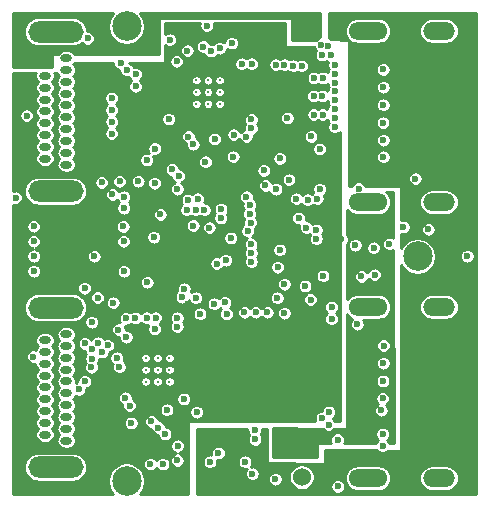
<source format=gbr>
G04 #@! TF.GenerationSoftware,KiCad,Pcbnew,5.1.4+dfsg1-1~bpo10+1*
G04 #@! TF.CreationDate,2020-01-08T12:36:27+01:00*
G04 #@! TF.ProjectId,video-booster-board,76696465-6f2d-4626-9f6f-737465722d62,rev?*
G04 #@! TF.SameCoordinates,Original*
G04 #@! TF.FileFunction,Copper,L3,Inr*
G04 #@! TF.FilePolarity,Positive*
%FSLAX46Y46*%
G04 Gerber Fmt 4.6, Leading zero omitted, Abs format (unit mm)*
G04 Created by KiCad (PCBNEW 5.1.4+dfsg1-1~bpo10+1) date 2020-01-08 12:36:27*
%MOMM*%
%LPD*%
G04 APERTURE LIST*
%ADD10O,2.700000X1.500000*%
%ADD11O,3.300000X1.500000*%
%ADD12O,1.000000X0.700000*%
%ADD13O,4.700000X1.800000*%
%ADD14C,0.250000*%
%ADD15C,1.524000*%
%ADD16C,2.500000*%
%ADD17C,0.600000*%
%ADD18C,0.254000*%
G04 APERTURE END LIST*
D10*
X146450000Y-83750000D03*
X146450000Y-98250000D03*
D11*
X140450000Y-98250000D03*
X140450000Y-83750000D03*
D10*
X146450000Y-60382000D03*
X146450000Y-74882000D03*
D11*
X140450000Y-74882000D03*
X140450000Y-60382000D03*
D12*
X114900000Y-95063700D03*
X113100000Y-94563700D03*
X114900000Y-86063700D03*
X113100000Y-86563700D03*
X114900000Y-94063700D03*
X113100000Y-93563700D03*
X114900000Y-93063700D03*
X113100000Y-92563700D03*
X114900000Y-92063700D03*
X113100000Y-91563700D03*
X114900000Y-91063700D03*
X114900000Y-87063700D03*
X113100000Y-87563700D03*
X114900000Y-88063700D03*
X113100000Y-88563700D03*
X114900000Y-89063700D03*
X113100000Y-89563700D03*
X114900000Y-90063700D03*
X113100000Y-90563700D03*
D13*
X114000000Y-83813700D03*
X114000000Y-97313700D03*
D14*
X127900000Y-66562000D03*
X126900000Y-66562000D03*
X125900000Y-66562000D03*
X127900000Y-65562000D03*
X126900000Y-65562000D03*
X125900000Y-65562000D03*
X127900000Y-64562000D03*
X126900000Y-64562000D03*
X125900000Y-64562000D03*
D12*
X114900000Y-71695700D03*
X113100000Y-71195700D03*
X114900000Y-62695700D03*
X113100000Y-63195700D03*
X114900000Y-70695700D03*
X113100000Y-70195700D03*
X114900000Y-69695700D03*
X113100000Y-69195700D03*
X114900000Y-68695700D03*
X113100000Y-68195700D03*
X114900000Y-67695700D03*
X114900000Y-63695700D03*
X113100000Y-64195700D03*
X114900000Y-64695700D03*
X113100000Y-65195700D03*
X114900000Y-65695700D03*
X113100000Y-66195700D03*
X114900000Y-66695700D03*
X113100000Y-67195700D03*
D13*
X114000000Y-60445700D03*
X114000000Y-73945700D03*
D14*
X121630000Y-88068000D03*
X122630000Y-88068000D03*
X123630000Y-88068000D03*
X121630000Y-89068000D03*
X122630000Y-89068000D03*
X123630000Y-89068000D03*
X121630000Y-90068000D03*
X122630000Y-90068000D03*
X123630000Y-90068000D03*
D15*
X134855900Y-95627400D03*
X134835900Y-98167400D03*
D16*
X144641200Y-79475000D03*
X120000000Y-60000000D03*
X120000000Y-98500000D03*
D17*
X137175900Y-96177400D03*
X119405900Y-73117400D03*
X129385900Y-95547400D03*
X137815900Y-60467400D03*
X137275900Y-60447400D03*
X141736000Y-88518200D03*
X141711000Y-90018200D03*
X141716000Y-68152200D03*
X141726000Y-66642200D03*
X141736000Y-65152200D03*
X141726000Y-63642200D03*
X141686000Y-91493200D03*
X126682500Y-71462900D03*
X112150800Y-80721400D03*
X112150800Y-79451400D03*
X112140800Y-78201400D03*
X112140800Y-76931400D03*
X128920800Y-61411400D03*
X122860800Y-75925010D03*
X123586998Y-67847490D03*
X122393010Y-70345910D03*
X129985400Y-84212100D03*
X122375384Y-73270390D03*
X148844900Y-79449600D03*
X134570100Y-76223800D03*
X124245000Y-62952300D03*
X125946800Y-92657600D03*
X118809400Y-74229900D03*
X126226200Y-84339100D03*
X141758300Y-87018800D03*
X128321700Y-83373900D03*
X141695900Y-94507400D03*
X130655900Y-97877400D03*
X137895900Y-98947400D03*
X125865900Y-82977400D03*
X139645900Y-73727400D03*
X126799913Y-59935042D03*
X141737106Y-71041990D03*
X130590089Y-63172872D03*
X129755900Y-63167400D03*
X120255900Y-92097400D03*
X117583410Y-86788976D03*
X118870900Y-83392400D03*
X136637790Y-81126000D03*
X124335900Y-95507400D03*
X127785900Y-96117400D03*
X122025898Y-97057400D03*
X123085902Y-97057400D03*
X124305900Y-96747400D03*
X132595902Y-98337400D03*
X127411904Y-83491400D03*
X124696930Y-82929642D03*
X136355900Y-70377400D03*
X137355900Y-84758200D03*
X145555900Y-77177400D03*
X134370060Y-74591560D03*
X139887995Y-81169495D03*
X133355900Y-84277396D03*
X134105900Y-63337400D03*
X128465900Y-84347400D03*
X134835900Y-63347400D03*
X136485900Y-61537400D03*
X137056255Y-61627417D03*
X133363602Y-81824500D03*
X132793968Y-80387532D03*
X120022000Y-63676200D03*
X118745000Y-69075300D03*
X118745000Y-66065400D03*
X118745000Y-67068700D03*
X120764300Y-65074800D03*
X120764300Y-64046100D03*
X119495200Y-63091998D03*
X137295913Y-62427400D03*
X137640890Y-63252000D03*
X119750800Y-78191400D03*
X119774600Y-75385600D03*
X125245900Y-69327400D03*
X125642000Y-69988100D03*
X129029299Y-71027938D03*
X119720800Y-76941400D03*
X119774600Y-74424532D03*
X129070752Y-69162941D03*
X136555900Y-62427400D03*
X137640890Y-64002000D03*
X136620000Y-64372000D03*
X137640890Y-64752000D03*
X135870000Y-64372000D03*
X137640890Y-65502000D03*
X137640000Y-66252000D03*
X136590000Y-65892000D03*
X135840000Y-65892000D03*
X137640000Y-67002000D03*
X136610000Y-67462000D03*
X137640890Y-67762000D03*
X135860000Y-67462000D03*
X137640890Y-68512000D03*
X125150000Y-62060600D03*
X127640800Y-80082443D03*
X118411566Y-87006944D03*
X124286000Y-85418200D03*
X119785810Y-80741400D03*
X124282685Y-84678205D03*
X127014135Y-77040784D03*
X117265900Y-79467400D03*
X117550879Y-82961204D03*
X117930885Y-87569584D03*
X119185900Y-88057400D03*
X119395549Y-88822936D03*
X117055900Y-88127400D03*
X117031651Y-88867005D03*
X116473400Y-90053626D03*
X115965898Y-90737400D03*
X123426022Y-92461400D03*
X120390800Y-93581400D03*
X124850800Y-91551400D03*
X117895000Y-73209800D03*
X137135900Y-92647400D03*
X119893400Y-91452268D03*
X123265900Y-94507400D03*
X141685900Y-95507400D03*
X112105900Y-87957400D03*
X118757700Y-68072000D03*
X122310800Y-77841400D03*
X125200800Y-74701400D03*
X124295800Y-73785400D03*
X121752068Y-81662760D03*
X141013140Y-77421740D03*
X142355200Y-80922800D03*
X143425900Y-76987400D03*
X130035900Y-96867400D03*
X127065900Y-96867400D03*
X121717700Y-71308900D03*
X120981100Y-73112300D03*
X110621190Y-74499890D03*
X141015900Y-81017400D03*
X122620024Y-60337400D03*
X139535900Y-85227400D03*
X137863300Y-94982400D03*
X133616700Y-67752000D03*
X132981700Y-71183500D03*
X142255900Y-78417400D03*
X144455900Y-72897400D03*
X133755892Y-72977400D03*
X135586100Y-83132600D03*
X130255900Y-77317400D03*
X137355900Y-83754900D03*
X117075900Y-87347400D03*
X117065900Y-85036386D03*
X116483400Y-86847400D03*
X116445900Y-82157400D03*
X130577200Y-68621503D03*
X127137209Y-62084299D03*
X130577200Y-67881500D03*
X127893455Y-61843279D03*
X130885900Y-94967400D03*
X137115900Y-93717411D03*
X122705900Y-93960900D03*
X130865910Y-94142400D03*
X136544041Y-93162410D03*
X122105658Y-93445900D03*
X141567800Y-92500000D03*
X140928951Y-78743310D03*
X132976400Y-78925000D03*
X135233864Y-77048648D03*
X128835979Y-77917400D03*
X124884947Y-82213914D03*
X136055989Y-77979922D03*
X135623300Y-69316600D03*
X136058414Y-77239924D03*
X121700800Y-84671400D03*
X125640890Y-76866390D03*
X119950800Y-84711400D03*
X125102773Y-75534940D03*
X131628574Y-72199500D03*
X132655900Y-73777400D03*
X131749800Y-73469500D03*
X130545900Y-78447400D03*
X135323325Y-74682053D03*
X135118974Y-81981403D03*
X130555096Y-79187355D03*
X130561122Y-79927342D03*
X132755900Y-82977400D03*
X126020177Y-74596587D03*
X122380013Y-85622213D03*
X127457200Y-69537910D03*
X128415900Y-79787400D03*
X124410100Y-72655100D03*
X130446757Y-75142834D03*
X127985900Y-76217400D03*
X123851300Y-72109000D03*
X127999279Y-75471140D03*
X130155900Y-74427400D03*
X120740800Y-84691400D03*
X125842293Y-75508233D03*
X119310136Y-85673164D03*
X122455989Y-84659645D03*
X126581969Y-75530210D03*
X119975900Y-86307400D03*
X129130000Y-90768000D03*
X129130000Y-89228000D03*
X129130000Y-86698000D03*
X129115000Y-85178000D03*
X133720000Y-91298000D03*
X133730000Y-88768000D03*
X133690000Y-87208000D03*
X125486000Y-85768200D03*
X121365992Y-93468200D03*
X118378600Y-69924843D03*
X135186762Y-68418386D03*
X121900800Y-80721400D03*
X120726640Y-83057240D03*
X121317568Y-76298168D03*
X124994300Y-70356400D03*
X122874318Y-71397518D03*
X130150500Y-70585000D03*
X134989200Y-80491000D03*
X125235600Y-83500900D03*
X134418850Y-77090778D03*
X127496700Y-70894735D03*
X130006000Y-93112390D03*
X127845900Y-59935042D03*
X118870900Y-85007400D03*
X138195900Y-78027400D03*
X122035900Y-99397400D03*
X123045900Y-99407400D03*
X125045900Y-60047390D03*
X126643997Y-82958933D03*
X133366103Y-63246000D03*
X130937900Y-84212100D03*
X132626100Y-63246000D03*
X131915800Y-84212100D03*
X130419873Y-75882358D03*
X136365934Y-73777400D03*
X130498273Y-76618205D03*
X136155898Y-74577400D03*
X126481579Y-61710346D03*
X123667738Y-61127400D03*
X130140900Y-69337400D03*
X111544100Y-67564000D03*
X141742600Y-69632000D03*
X116714250Y-61022250D03*
X139355900Y-78517400D03*
D18*
G36*
X126172913Y-59873288D02*
G01*
X126172913Y-59996796D01*
X126197008Y-60117931D01*
X126244273Y-60232038D01*
X126312890Y-60334731D01*
X126400224Y-60422065D01*
X126502917Y-60490682D01*
X126617024Y-60537947D01*
X126738159Y-60562042D01*
X126861667Y-60562042D01*
X126982802Y-60537947D01*
X127096909Y-60490682D01*
X127199602Y-60422065D01*
X127286936Y-60334731D01*
X127355553Y-60232038D01*
X127402818Y-60117931D01*
X127426913Y-59996796D01*
X127426913Y-59873288D01*
X127403265Y-59754400D01*
X133408900Y-59754400D01*
X133408900Y-61587400D01*
X133411340Y-61612176D01*
X133418567Y-61636001D01*
X133430303Y-61657957D01*
X133446097Y-61677203D01*
X133465343Y-61692997D01*
X133487299Y-61704733D01*
X133511124Y-61711960D01*
X133535900Y-61714400D01*
X135881824Y-61714400D01*
X135882995Y-61720289D01*
X135930260Y-61834396D01*
X135998877Y-61937089D01*
X136079188Y-62017400D01*
X136068877Y-62027711D01*
X136000260Y-62130404D01*
X135952995Y-62244511D01*
X135928900Y-62365646D01*
X135928900Y-62489154D01*
X135952995Y-62610289D01*
X136000260Y-62724396D01*
X136068877Y-62827089D01*
X136156211Y-62914423D01*
X136258904Y-62983040D01*
X136373011Y-63030305D01*
X136494146Y-63054400D01*
X136617654Y-63054400D01*
X136738789Y-63030305D01*
X136852896Y-62983040D01*
X136925907Y-62934256D01*
X136998917Y-62983040D01*
X137062694Y-63009458D01*
X137037985Y-63069111D01*
X137013890Y-63190246D01*
X137013890Y-63313754D01*
X137037985Y-63434889D01*
X137085250Y-63548996D01*
X137137370Y-63627000D01*
X137085250Y-63705004D01*
X137037985Y-63819111D01*
X137024022Y-63889310D01*
X137019689Y-63884977D01*
X136916996Y-63816360D01*
X136802889Y-63769095D01*
X136681754Y-63745000D01*
X136558246Y-63745000D01*
X136437111Y-63769095D01*
X136323004Y-63816360D01*
X136245000Y-63868480D01*
X136166996Y-63816360D01*
X136052889Y-63769095D01*
X135931754Y-63745000D01*
X135808246Y-63745000D01*
X135687111Y-63769095D01*
X135573004Y-63816360D01*
X135470311Y-63884977D01*
X135382977Y-63972311D01*
X135314360Y-64075004D01*
X135267095Y-64189111D01*
X135243000Y-64310246D01*
X135243000Y-64433754D01*
X135267095Y-64554889D01*
X135314360Y-64668996D01*
X135382977Y-64771689D01*
X135470311Y-64859023D01*
X135573004Y-64927640D01*
X135687111Y-64974905D01*
X135808246Y-64999000D01*
X135931754Y-64999000D01*
X136052889Y-64974905D01*
X136166996Y-64927640D01*
X136245000Y-64875520D01*
X136323004Y-64927640D01*
X136437111Y-64974905D01*
X136558246Y-64999000D01*
X136681754Y-64999000D01*
X136802889Y-64974905D01*
X136916996Y-64927640D01*
X137019689Y-64859023D01*
X137022363Y-64856349D01*
X137037985Y-64934889D01*
X137085250Y-65048996D01*
X137137370Y-65127000D01*
X137085250Y-65205004D01*
X137037985Y-65319111D01*
X137015726Y-65431014D01*
X136989689Y-65404977D01*
X136886996Y-65336360D01*
X136772889Y-65289095D01*
X136651754Y-65265000D01*
X136528246Y-65265000D01*
X136407111Y-65289095D01*
X136293004Y-65336360D01*
X136215000Y-65388480D01*
X136136996Y-65336360D01*
X136022889Y-65289095D01*
X135901754Y-65265000D01*
X135778246Y-65265000D01*
X135657111Y-65289095D01*
X135543004Y-65336360D01*
X135440311Y-65404977D01*
X135352977Y-65492311D01*
X135284360Y-65595004D01*
X135237095Y-65709111D01*
X135213000Y-65830246D01*
X135213000Y-65953754D01*
X135237095Y-66074889D01*
X135284360Y-66188996D01*
X135352977Y-66291689D01*
X135440311Y-66379023D01*
X135543004Y-66447640D01*
X135657111Y-66494905D01*
X135778246Y-66519000D01*
X135901754Y-66519000D01*
X136022889Y-66494905D01*
X136136996Y-66447640D01*
X136215000Y-66395520D01*
X136293004Y-66447640D01*
X136407111Y-66494905D01*
X136528246Y-66519000D01*
X136651754Y-66519000D01*
X136772889Y-66494905D01*
X136886996Y-66447640D01*
X136989689Y-66379023D01*
X137019961Y-66348751D01*
X137037095Y-66434889D01*
X137084360Y-66548996D01*
X137136480Y-66627000D01*
X137084360Y-66705004D01*
X137037095Y-66819111D01*
X137013000Y-66940246D01*
X137013000Y-66978288D01*
X137009689Y-66974977D01*
X136906996Y-66906360D01*
X136792889Y-66859095D01*
X136671754Y-66835000D01*
X136548246Y-66835000D01*
X136427111Y-66859095D01*
X136313004Y-66906360D01*
X136235000Y-66958480D01*
X136156996Y-66906360D01*
X136042889Y-66859095D01*
X135921754Y-66835000D01*
X135798246Y-66835000D01*
X135677111Y-66859095D01*
X135563004Y-66906360D01*
X135460311Y-66974977D01*
X135372977Y-67062311D01*
X135304360Y-67165004D01*
X135257095Y-67279111D01*
X135233000Y-67400246D01*
X135233000Y-67523754D01*
X135257095Y-67644889D01*
X135304360Y-67758996D01*
X135372977Y-67861689D01*
X135460311Y-67949023D01*
X135563004Y-68017640D01*
X135677111Y-68064905D01*
X135798246Y-68089000D01*
X135921754Y-68089000D01*
X136042889Y-68064905D01*
X136156996Y-68017640D01*
X136235000Y-67965520D01*
X136313004Y-68017640D01*
X136427111Y-68064905D01*
X136548246Y-68089000D01*
X136671754Y-68089000D01*
X136792889Y-68064905D01*
X136906996Y-68017640D01*
X137009689Y-67949023D01*
X137033976Y-67924736D01*
X137037985Y-67944889D01*
X137085250Y-68058996D01*
X137137370Y-68137000D01*
X137085250Y-68215004D01*
X137037985Y-68329111D01*
X137013890Y-68450246D01*
X137013890Y-68573754D01*
X137037985Y-68694889D01*
X137085250Y-68808996D01*
X137153867Y-68911689D01*
X137241201Y-68999023D01*
X137343894Y-69067640D01*
X137458001Y-69114905D01*
X137579136Y-69139000D01*
X137702644Y-69139000D01*
X137823779Y-69114905D01*
X137937886Y-69067640D01*
X138040579Y-68999023D01*
X138078126Y-68961476D01*
X138108741Y-93430400D01*
X137675676Y-93430400D01*
X137671540Y-93420415D01*
X137602923Y-93317722D01*
X137515589Y-93230388D01*
X137453778Y-93189087D01*
X137535589Y-93134423D01*
X137622923Y-93047089D01*
X137691540Y-92944396D01*
X137738805Y-92830289D01*
X137762900Y-92709154D01*
X137762900Y-92585646D01*
X137738805Y-92464511D01*
X137691540Y-92350404D01*
X137622923Y-92247711D01*
X137535589Y-92160377D01*
X137432896Y-92091760D01*
X137318789Y-92044495D01*
X137197654Y-92020400D01*
X137074146Y-92020400D01*
X136953011Y-92044495D01*
X136838904Y-92091760D01*
X136736211Y-92160377D01*
X136648877Y-92247711D01*
X136580260Y-92350404D01*
X136532995Y-92464511D01*
X136518892Y-92535410D01*
X136482287Y-92535410D01*
X136361152Y-92559505D01*
X136247045Y-92606770D01*
X136144352Y-92675387D01*
X136057018Y-92762721D01*
X135988401Y-92865414D01*
X135941136Y-92979521D01*
X135917041Y-93100656D01*
X135917041Y-93224164D01*
X135941136Y-93345299D01*
X135976386Y-93430400D01*
X125365900Y-93430400D01*
X125341124Y-93432840D01*
X125317299Y-93440067D01*
X125295343Y-93451803D01*
X125276097Y-93467597D01*
X125260303Y-93486843D01*
X125248567Y-93508799D01*
X125241340Y-93532624D01*
X125238900Y-93557400D01*
X125238900Y-99598000D01*
X121132215Y-99598000D01*
X121224936Y-99505279D01*
X121397519Y-99246989D01*
X121516396Y-98959994D01*
X121577000Y-98655321D01*
X121577000Y-98344679D01*
X121516396Y-98040006D01*
X121397519Y-97753011D01*
X121224936Y-97494721D01*
X121005279Y-97275064D01*
X120746989Y-97102481D01*
X120489067Y-96995646D01*
X121398898Y-96995646D01*
X121398898Y-97119154D01*
X121422993Y-97240289D01*
X121470258Y-97354396D01*
X121538875Y-97457089D01*
X121626209Y-97544423D01*
X121728902Y-97613040D01*
X121843009Y-97660305D01*
X121964144Y-97684400D01*
X122087652Y-97684400D01*
X122208787Y-97660305D01*
X122322894Y-97613040D01*
X122425587Y-97544423D01*
X122512921Y-97457089D01*
X122555900Y-97392766D01*
X122598879Y-97457089D01*
X122686213Y-97544423D01*
X122788906Y-97613040D01*
X122903013Y-97660305D01*
X123024148Y-97684400D01*
X123147656Y-97684400D01*
X123268791Y-97660305D01*
X123382898Y-97613040D01*
X123485591Y-97544423D01*
X123572925Y-97457089D01*
X123641542Y-97354396D01*
X123688807Y-97240289D01*
X123712902Y-97119154D01*
X123712902Y-96995646D01*
X123688807Y-96874511D01*
X123641542Y-96760404D01*
X123591591Y-96685646D01*
X123678900Y-96685646D01*
X123678900Y-96809154D01*
X123702995Y-96930289D01*
X123750260Y-97044396D01*
X123818877Y-97147089D01*
X123906211Y-97234423D01*
X124008904Y-97303040D01*
X124123011Y-97350305D01*
X124244146Y-97374400D01*
X124367654Y-97374400D01*
X124488789Y-97350305D01*
X124602896Y-97303040D01*
X124705589Y-97234423D01*
X124792923Y-97147089D01*
X124861540Y-97044396D01*
X124908805Y-96930289D01*
X124932900Y-96809154D01*
X124932900Y-96685646D01*
X124908805Y-96564511D01*
X124861540Y-96450404D01*
X124792923Y-96347711D01*
X124705589Y-96260377D01*
X124602896Y-96191760D01*
X124488789Y-96144495D01*
X124417846Y-96130384D01*
X124518789Y-96110305D01*
X124632896Y-96063040D01*
X124735589Y-95994423D01*
X124822923Y-95907089D01*
X124891540Y-95804396D01*
X124938805Y-95690289D01*
X124962900Y-95569154D01*
X124962900Y-95445646D01*
X124938805Y-95324511D01*
X124891540Y-95210404D01*
X124822923Y-95107711D01*
X124735589Y-95020377D01*
X124632896Y-94951760D01*
X124518789Y-94904495D01*
X124397654Y-94880400D01*
X124274146Y-94880400D01*
X124153011Y-94904495D01*
X124038904Y-94951760D01*
X123936211Y-95020377D01*
X123848877Y-95107711D01*
X123780260Y-95210404D01*
X123732995Y-95324511D01*
X123708900Y-95445646D01*
X123708900Y-95569154D01*
X123732995Y-95690289D01*
X123780260Y-95804396D01*
X123848877Y-95907089D01*
X123936211Y-95994423D01*
X124038904Y-96063040D01*
X124153011Y-96110305D01*
X124223954Y-96124416D01*
X124123011Y-96144495D01*
X124008904Y-96191760D01*
X123906211Y-96260377D01*
X123818877Y-96347711D01*
X123750260Y-96450404D01*
X123702995Y-96564511D01*
X123678900Y-96685646D01*
X123591591Y-96685646D01*
X123572925Y-96657711D01*
X123485591Y-96570377D01*
X123382898Y-96501760D01*
X123268791Y-96454495D01*
X123147656Y-96430400D01*
X123024148Y-96430400D01*
X122903013Y-96454495D01*
X122788906Y-96501760D01*
X122686213Y-96570377D01*
X122598879Y-96657711D01*
X122555900Y-96722034D01*
X122512921Y-96657711D01*
X122425587Y-96570377D01*
X122322894Y-96501760D01*
X122208787Y-96454495D01*
X122087652Y-96430400D01*
X121964144Y-96430400D01*
X121843009Y-96454495D01*
X121728902Y-96501760D01*
X121626209Y-96570377D01*
X121538875Y-96657711D01*
X121470258Y-96760404D01*
X121422993Y-96874511D01*
X121398898Y-96995646D01*
X120489067Y-96995646D01*
X120459994Y-96983604D01*
X120155321Y-96923000D01*
X119844679Y-96923000D01*
X119540006Y-96983604D01*
X119253011Y-97102481D01*
X118994721Y-97275064D01*
X118775064Y-97494721D01*
X118602481Y-97753011D01*
X118483604Y-98040006D01*
X118423000Y-98344679D01*
X118423000Y-98655321D01*
X118483604Y-98959994D01*
X118602481Y-99246989D01*
X118775064Y-99505279D01*
X118867785Y-99598000D01*
X110402000Y-99598000D01*
X110402000Y-97313700D01*
X111317064Y-97313700D01*
X111340755Y-97554234D01*
X111410916Y-97785524D01*
X111524851Y-97998683D01*
X111678183Y-98185517D01*
X111865017Y-98338849D01*
X112078176Y-98452784D01*
X112309466Y-98522945D01*
X112489732Y-98540700D01*
X115510268Y-98540700D01*
X115690534Y-98522945D01*
X115921824Y-98452784D01*
X116134983Y-98338849D01*
X116321817Y-98185517D01*
X116475149Y-97998683D01*
X116589084Y-97785524D01*
X116659245Y-97554234D01*
X116682936Y-97313700D01*
X116659245Y-97073166D01*
X116589084Y-96841876D01*
X116475149Y-96628717D01*
X116321817Y-96441883D01*
X116134983Y-96288551D01*
X115921824Y-96174616D01*
X115690534Y-96104455D01*
X115510268Y-96086700D01*
X112489732Y-96086700D01*
X112309466Y-96104455D01*
X112078176Y-96174616D01*
X111865017Y-96288551D01*
X111678183Y-96441883D01*
X111524851Y-96628717D01*
X111410916Y-96841876D01*
X111340755Y-97073166D01*
X111317064Y-97313700D01*
X110402000Y-97313700D01*
X110402000Y-87895646D01*
X111478900Y-87895646D01*
X111478900Y-88019154D01*
X111502995Y-88140289D01*
X111550260Y-88254396D01*
X111618877Y-88357089D01*
X111706211Y-88444423D01*
X111808904Y-88513040D01*
X111923011Y-88560305D01*
X112044146Y-88584400D01*
X112167654Y-88584400D01*
X112269763Y-88564089D01*
X112282796Y-88696415D01*
X112321508Y-88824030D01*
X112384372Y-88941641D01*
X112468973Y-89044727D01*
X112492092Y-89063700D01*
X112468973Y-89082673D01*
X112384372Y-89185759D01*
X112321508Y-89303370D01*
X112282796Y-89430985D01*
X112269725Y-89563700D01*
X112282796Y-89696415D01*
X112321508Y-89824030D01*
X112384372Y-89941641D01*
X112468973Y-90044727D01*
X112492092Y-90063700D01*
X112468973Y-90082673D01*
X112384372Y-90185759D01*
X112321508Y-90303370D01*
X112282796Y-90430985D01*
X112269725Y-90563700D01*
X112282796Y-90696415D01*
X112321508Y-90824030D01*
X112384372Y-90941641D01*
X112468973Y-91044727D01*
X112492092Y-91063700D01*
X112468973Y-91082673D01*
X112384372Y-91185759D01*
X112321508Y-91303370D01*
X112282796Y-91430985D01*
X112269725Y-91563700D01*
X112282796Y-91696415D01*
X112321508Y-91824030D01*
X112384372Y-91941641D01*
X112468973Y-92044727D01*
X112492092Y-92063700D01*
X112468973Y-92082673D01*
X112384372Y-92185759D01*
X112321508Y-92303370D01*
X112282796Y-92430985D01*
X112269725Y-92563700D01*
X112282796Y-92696415D01*
X112321508Y-92824030D01*
X112384372Y-92941641D01*
X112468973Y-93044727D01*
X112492092Y-93063700D01*
X112468973Y-93082673D01*
X112384372Y-93185759D01*
X112321508Y-93303370D01*
X112282796Y-93430985D01*
X112269725Y-93563700D01*
X112282796Y-93696415D01*
X112321508Y-93824030D01*
X112384372Y-93941641D01*
X112468973Y-94044727D01*
X112492092Y-94063700D01*
X112468973Y-94082673D01*
X112384372Y-94185759D01*
X112321508Y-94303370D01*
X112282796Y-94430985D01*
X112269725Y-94563700D01*
X112282796Y-94696415D01*
X112321508Y-94824030D01*
X112384372Y-94941641D01*
X112468973Y-95044727D01*
X112572059Y-95129328D01*
X112689670Y-95192192D01*
X112817285Y-95230904D01*
X112916748Y-95240700D01*
X113283252Y-95240700D01*
X113382715Y-95230904D01*
X113510330Y-95192192D01*
X113627941Y-95129328D01*
X113731027Y-95044727D01*
X113815628Y-94941641D01*
X113878492Y-94824030D01*
X113917204Y-94696415D01*
X113930275Y-94563700D01*
X113917204Y-94430985D01*
X113878492Y-94303370D01*
X113815628Y-94185759D01*
X113731027Y-94082673D01*
X113707908Y-94063700D01*
X113731027Y-94044727D01*
X113815628Y-93941641D01*
X113878492Y-93824030D01*
X113917204Y-93696415D01*
X113930275Y-93563700D01*
X113917204Y-93430985D01*
X113878492Y-93303370D01*
X113815628Y-93185759D01*
X113731027Y-93082673D01*
X113707908Y-93063700D01*
X113731027Y-93044727D01*
X113815628Y-92941641D01*
X113878492Y-92824030D01*
X113917204Y-92696415D01*
X113930275Y-92563700D01*
X113917204Y-92430985D01*
X113878492Y-92303370D01*
X113815628Y-92185759D01*
X113731027Y-92082673D01*
X113707908Y-92063700D01*
X113731027Y-92044727D01*
X113815628Y-91941641D01*
X113878492Y-91824030D01*
X113917204Y-91696415D01*
X113930275Y-91563700D01*
X113917204Y-91430985D01*
X113878492Y-91303370D01*
X113815628Y-91185759D01*
X113731027Y-91082673D01*
X113707908Y-91063700D01*
X113731027Y-91044727D01*
X113815628Y-90941641D01*
X113878492Y-90824030D01*
X113917204Y-90696415D01*
X113930275Y-90563700D01*
X113917204Y-90430985D01*
X113878492Y-90303370D01*
X113815628Y-90185759D01*
X113731027Y-90082673D01*
X113707908Y-90063700D01*
X113731027Y-90044727D01*
X113815628Y-89941641D01*
X113878492Y-89824030D01*
X113917204Y-89696415D01*
X113930275Y-89563700D01*
X113917204Y-89430985D01*
X113878492Y-89303370D01*
X113815628Y-89185759D01*
X113731027Y-89082673D01*
X113707908Y-89063700D01*
X113731027Y-89044727D01*
X113815628Y-88941641D01*
X113878492Y-88824030D01*
X113917204Y-88696415D01*
X113930275Y-88563700D01*
X113917204Y-88430985D01*
X113878492Y-88303370D01*
X113815628Y-88185759D01*
X113731027Y-88082673D01*
X113707908Y-88063700D01*
X113731027Y-88044727D01*
X113815628Y-87941641D01*
X113878492Y-87824030D01*
X113917204Y-87696415D01*
X113930275Y-87563700D01*
X113917204Y-87430985D01*
X113878492Y-87303370D01*
X113815628Y-87185759D01*
X113731027Y-87082673D01*
X113707908Y-87063700D01*
X113731027Y-87044727D01*
X113815628Y-86941641D01*
X113878492Y-86824030D01*
X113917204Y-86696415D01*
X113930275Y-86563700D01*
X113917204Y-86430985D01*
X113878492Y-86303370D01*
X113815628Y-86185759D01*
X113731027Y-86082673D01*
X113707909Y-86063700D01*
X114069725Y-86063700D01*
X114082796Y-86196415D01*
X114121508Y-86324030D01*
X114184372Y-86441641D01*
X114268973Y-86544727D01*
X114292092Y-86563700D01*
X114268973Y-86582673D01*
X114184372Y-86685759D01*
X114121508Y-86803370D01*
X114082796Y-86930985D01*
X114069725Y-87063700D01*
X114082796Y-87196415D01*
X114121508Y-87324030D01*
X114184372Y-87441641D01*
X114268973Y-87544727D01*
X114292092Y-87563700D01*
X114268973Y-87582673D01*
X114184372Y-87685759D01*
X114121508Y-87803370D01*
X114082796Y-87930985D01*
X114069725Y-88063700D01*
X114082796Y-88196415D01*
X114121508Y-88324030D01*
X114184372Y-88441641D01*
X114268973Y-88544727D01*
X114292092Y-88563700D01*
X114268973Y-88582673D01*
X114184372Y-88685759D01*
X114121508Y-88803370D01*
X114082796Y-88930985D01*
X114069725Y-89063700D01*
X114082796Y-89196415D01*
X114121508Y-89324030D01*
X114184372Y-89441641D01*
X114268973Y-89544727D01*
X114292092Y-89563700D01*
X114268973Y-89582673D01*
X114184372Y-89685759D01*
X114121508Y-89803370D01*
X114082796Y-89930985D01*
X114069725Y-90063700D01*
X114082796Y-90196415D01*
X114121508Y-90324030D01*
X114184372Y-90441641D01*
X114268973Y-90544727D01*
X114292092Y-90563700D01*
X114268973Y-90582673D01*
X114184372Y-90685759D01*
X114121508Y-90803370D01*
X114082796Y-90930985D01*
X114069725Y-91063700D01*
X114082796Y-91196415D01*
X114121508Y-91324030D01*
X114184372Y-91441641D01*
X114268973Y-91544727D01*
X114292092Y-91563700D01*
X114268973Y-91582673D01*
X114184372Y-91685759D01*
X114121508Y-91803370D01*
X114082796Y-91930985D01*
X114069725Y-92063700D01*
X114082796Y-92196415D01*
X114121508Y-92324030D01*
X114184372Y-92441641D01*
X114268973Y-92544727D01*
X114292092Y-92563700D01*
X114268973Y-92582673D01*
X114184372Y-92685759D01*
X114121508Y-92803370D01*
X114082796Y-92930985D01*
X114069725Y-93063700D01*
X114082796Y-93196415D01*
X114121508Y-93324030D01*
X114184372Y-93441641D01*
X114268973Y-93544727D01*
X114292092Y-93563700D01*
X114268973Y-93582673D01*
X114184372Y-93685759D01*
X114121508Y-93803370D01*
X114082796Y-93930985D01*
X114069725Y-94063700D01*
X114082796Y-94196415D01*
X114121508Y-94324030D01*
X114184372Y-94441641D01*
X114268973Y-94544727D01*
X114292092Y-94563700D01*
X114268973Y-94582673D01*
X114184372Y-94685759D01*
X114121508Y-94803370D01*
X114082796Y-94930985D01*
X114069725Y-95063700D01*
X114082796Y-95196415D01*
X114121508Y-95324030D01*
X114184372Y-95441641D01*
X114268973Y-95544727D01*
X114372059Y-95629328D01*
X114489670Y-95692192D01*
X114617285Y-95730904D01*
X114716748Y-95740700D01*
X115083252Y-95740700D01*
X115182715Y-95730904D01*
X115310330Y-95692192D01*
X115427941Y-95629328D01*
X115531027Y-95544727D01*
X115615628Y-95441641D01*
X115678492Y-95324030D01*
X115717204Y-95196415D01*
X115730275Y-95063700D01*
X115717204Y-94930985D01*
X115678492Y-94803370D01*
X115615628Y-94685759D01*
X115531027Y-94582673D01*
X115507908Y-94563700D01*
X115531027Y-94544727D01*
X115615628Y-94441641D01*
X115678492Y-94324030D01*
X115717204Y-94196415D01*
X115730275Y-94063700D01*
X115717204Y-93930985D01*
X115678492Y-93803370D01*
X115615628Y-93685759D01*
X115531027Y-93582673D01*
X115507908Y-93563700D01*
X115531027Y-93544727D01*
X115551610Y-93519646D01*
X119763800Y-93519646D01*
X119763800Y-93643154D01*
X119787895Y-93764289D01*
X119835160Y-93878396D01*
X119903777Y-93981089D01*
X119991111Y-94068423D01*
X120093804Y-94137040D01*
X120207911Y-94184305D01*
X120329046Y-94208400D01*
X120452554Y-94208400D01*
X120573689Y-94184305D01*
X120687796Y-94137040D01*
X120790489Y-94068423D01*
X120877823Y-93981089D01*
X120946440Y-93878396D01*
X120993705Y-93764289D01*
X121017800Y-93643154D01*
X121017800Y-93519646D01*
X120993705Y-93398511D01*
X120987755Y-93384146D01*
X121478658Y-93384146D01*
X121478658Y-93507654D01*
X121502753Y-93628789D01*
X121550018Y-93742896D01*
X121618635Y-93845589D01*
X121705969Y-93932923D01*
X121808662Y-94001540D01*
X121922769Y-94048805D01*
X122043904Y-94072900D01*
X122088894Y-94072900D01*
X122102995Y-94143789D01*
X122150260Y-94257896D01*
X122218877Y-94360589D01*
X122306211Y-94447923D01*
X122408904Y-94516540D01*
X122523011Y-94563805D01*
X122642566Y-94587586D01*
X122662995Y-94690289D01*
X122710260Y-94804396D01*
X122778877Y-94907089D01*
X122866211Y-94994423D01*
X122968904Y-95063040D01*
X123083011Y-95110305D01*
X123204146Y-95134400D01*
X123327654Y-95134400D01*
X123448789Y-95110305D01*
X123562896Y-95063040D01*
X123665589Y-94994423D01*
X123752923Y-94907089D01*
X123821540Y-94804396D01*
X123868805Y-94690289D01*
X123892900Y-94569154D01*
X123892900Y-94445646D01*
X123868805Y-94324511D01*
X123821540Y-94210404D01*
X123752923Y-94107711D01*
X123665589Y-94020377D01*
X123562896Y-93951760D01*
X123448789Y-93904495D01*
X123329234Y-93880714D01*
X123308805Y-93778011D01*
X123261540Y-93663904D01*
X123192923Y-93561211D01*
X123105589Y-93473877D01*
X123002896Y-93405260D01*
X122888789Y-93357995D01*
X122767654Y-93333900D01*
X122722664Y-93333900D01*
X122708563Y-93263011D01*
X122661298Y-93148904D01*
X122592681Y-93046211D01*
X122505347Y-92958877D01*
X122402654Y-92890260D01*
X122288547Y-92842995D01*
X122167412Y-92818900D01*
X122043904Y-92818900D01*
X121922769Y-92842995D01*
X121808662Y-92890260D01*
X121705969Y-92958877D01*
X121618635Y-93046211D01*
X121550018Y-93148904D01*
X121502753Y-93263011D01*
X121478658Y-93384146D01*
X120987755Y-93384146D01*
X120946440Y-93284404D01*
X120877823Y-93181711D01*
X120790489Y-93094377D01*
X120687796Y-93025760D01*
X120573689Y-92978495D01*
X120452554Y-92954400D01*
X120329046Y-92954400D01*
X120207911Y-92978495D01*
X120093804Y-93025760D01*
X119991111Y-93094377D01*
X119903777Y-93181711D01*
X119835160Y-93284404D01*
X119787895Y-93398511D01*
X119763800Y-93519646D01*
X115551610Y-93519646D01*
X115615628Y-93441641D01*
X115678492Y-93324030D01*
X115717204Y-93196415D01*
X115730275Y-93063700D01*
X115717204Y-92930985D01*
X115678492Y-92803370D01*
X115615628Y-92685759D01*
X115531027Y-92582673D01*
X115507908Y-92563700D01*
X115531027Y-92544727D01*
X115615628Y-92441641D01*
X115678492Y-92324030D01*
X115717204Y-92196415D01*
X115730275Y-92063700D01*
X115717204Y-91930985D01*
X115678492Y-91803370D01*
X115615628Y-91685759D01*
X115531027Y-91582673D01*
X115507908Y-91563700D01*
X115531027Y-91544727D01*
X115615628Y-91441641D01*
X115642955Y-91390514D01*
X119266400Y-91390514D01*
X119266400Y-91514022D01*
X119290495Y-91635157D01*
X119337760Y-91749264D01*
X119406377Y-91851957D01*
X119493711Y-91939291D01*
X119596404Y-92007908D01*
X119631524Y-92022455D01*
X119628900Y-92035646D01*
X119628900Y-92159154D01*
X119652995Y-92280289D01*
X119700260Y-92394396D01*
X119768877Y-92497089D01*
X119856211Y-92584423D01*
X119958904Y-92653040D01*
X120073011Y-92700305D01*
X120194146Y-92724400D01*
X120317654Y-92724400D01*
X120438789Y-92700305D01*
X120552896Y-92653040D01*
X120655589Y-92584423D01*
X120742923Y-92497089D01*
X120808032Y-92399646D01*
X122799022Y-92399646D01*
X122799022Y-92523154D01*
X122823117Y-92644289D01*
X122870382Y-92758396D01*
X122938999Y-92861089D01*
X123026333Y-92948423D01*
X123129026Y-93017040D01*
X123243133Y-93064305D01*
X123364268Y-93088400D01*
X123487776Y-93088400D01*
X123608911Y-93064305D01*
X123723018Y-93017040D01*
X123825711Y-92948423D01*
X123913045Y-92861089D01*
X123981662Y-92758396D01*
X124028927Y-92644289D01*
X124038562Y-92595846D01*
X125319800Y-92595846D01*
X125319800Y-92719354D01*
X125343895Y-92840489D01*
X125391160Y-92954596D01*
X125459777Y-93057289D01*
X125547111Y-93144623D01*
X125649804Y-93213240D01*
X125763911Y-93260505D01*
X125885046Y-93284600D01*
X126008554Y-93284600D01*
X126129689Y-93260505D01*
X126243796Y-93213240D01*
X126346489Y-93144623D01*
X126433823Y-93057289D01*
X126502440Y-92954596D01*
X126549705Y-92840489D01*
X126573800Y-92719354D01*
X126573800Y-92595846D01*
X126549705Y-92474711D01*
X126502440Y-92360604D01*
X126433823Y-92257911D01*
X126346489Y-92170577D01*
X126243796Y-92101960D01*
X126129689Y-92054695D01*
X126008554Y-92030600D01*
X125885046Y-92030600D01*
X125763911Y-92054695D01*
X125649804Y-92101960D01*
X125547111Y-92170577D01*
X125459777Y-92257911D01*
X125391160Y-92360604D01*
X125343895Y-92474711D01*
X125319800Y-92595846D01*
X124038562Y-92595846D01*
X124053022Y-92523154D01*
X124053022Y-92399646D01*
X124028927Y-92278511D01*
X123981662Y-92164404D01*
X123913045Y-92061711D01*
X123825711Y-91974377D01*
X123723018Y-91905760D01*
X123608911Y-91858495D01*
X123487776Y-91834400D01*
X123364268Y-91834400D01*
X123243133Y-91858495D01*
X123129026Y-91905760D01*
X123026333Y-91974377D01*
X122938999Y-92061711D01*
X122870382Y-92164404D01*
X122823117Y-92278511D01*
X122799022Y-92399646D01*
X120808032Y-92399646D01*
X120811540Y-92394396D01*
X120858805Y-92280289D01*
X120882900Y-92159154D01*
X120882900Y-92035646D01*
X120858805Y-91914511D01*
X120811540Y-91800404D01*
X120742923Y-91697711D01*
X120655589Y-91610377D01*
X120552896Y-91541760D01*
X120517776Y-91527213D01*
X120520400Y-91514022D01*
X120520400Y-91489646D01*
X124223800Y-91489646D01*
X124223800Y-91613154D01*
X124247895Y-91734289D01*
X124295160Y-91848396D01*
X124363777Y-91951089D01*
X124451111Y-92038423D01*
X124553804Y-92107040D01*
X124667911Y-92154305D01*
X124789046Y-92178400D01*
X124912554Y-92178400D01*
X125033689Y-92154305D01*
X125147796Y-92107040D01*
X125250489Y-92038423D01*
X125337823Y-91951089D01*
X125406440Y-91848396D01*
X125453705Y-91734289D01*
X125477800Y-91613154D01*
X125477800Y-91489646D01*
X125453705Y-91368511D01*
X125406440Y-91254404D01*
X125337823Y-91151711D01*
X125250489Y-91064377D01*
X125147796Y-90995760D01*
X125033689Y-90948495D01*
X124912554Y-90924400D01*
X124789046Y-90924400D01*
X124667911Y-90948495D01*
X124553804Y-90995760D01*
X124451111Y-91064377D01*
X124363777Y-91151711D01*
X124295160Y-91254404D01*
X124247895Y-91368511D01*
X124223800Y-91489646D01*
X120520400Y-91489646D01*
X120520400Y-91390514D01*
X120496305Y-91269379D01*
X120449040Y-91155272D01*
X120380423Y-91052579D01*
X120293089Y-90965245D01*
X120190396Y-90896628D01*
X120076289Y-90849363D01*
X119955154Y-90825268D01*
X119831646Y-90825268D01*
X119710511Y-90849363D01*
X119596404Y-90896628D01*
X119493711Y-90965245D01*
X119406377Y-91052579D01*
X119337760Y-91155272D01*
X119290495Y-91269379D01*
X119266400Y-91390514D01*
X115642955Y-91390514D01*
X115678492Y-91324030D01*
X115685773Y-91300028D01*
X115783009Y-91340305D01*
X115904144Y-91364400D01*
X116027652Y-91364400D01*
X116148787Y-91340305D01*
X116262894Y-91293040D01*
X116365587Y-91224423D01*
X116452921Y-91137089D01*
X116521538Y-91034396D01*
X116568803Y-90920289D01*
X116592898Y-90799154D01*
X116592898Y-90675646D01*
X116591653Y-90669388D01*
X116656289Y-90656531D01*
X116770396Y-90609266D01*
X116873089Y-90540649D01*
X116960423Y-90453315D01*
X117029040Y-90350622D01*
X117076305Y-90236515D01*
X117100400Y-90115380D01*
X117100400Y-90023482D01*
X121178000Y-90023482D01*
X121178000Y-90112518D01*
X121195370Y-90199844D01*
X121229443Y-90282102D01*
X121278909Y-90356133D01*
X121341867Y-90419091D01*
X121415898Y-90468557D01*
X121498156Y-90502630D01*
X121585482Y-90520000D01*
X121674518Y-90520000D01*
X121761844Y-90502630D01*
X121844102Y-90468557D01*
X121918133Y-90419091D01*
X121981091Y-90356133D01*
X122030557Y-90282102D01*
X122064630Y-90199844D01*
X122082000Y-90112518D01*
X122082000Y-90023482D01*
X122178000Y-90023482D01*
X122178000Y-90112518D01*
X122195370Y-90199844D01*
X122229443Y-90282102D01*
X122278909Y-90356133D01*
X122341867Y-90419091D01*
X122415898Y-90468557D01*
X122498156Y-90502630D01*
X122585482Y-90520000D01*
X122674518Y-90520000D01*
X122761844Y-90502630D01*
X122844102Y-90468557D01*
X122918133Y-90419091D01*
X122981091Y-90356133D01*
X123030557Y-90282102D01*
X123064630Y-90199844D01*
X123082000Y-90112518D01*
X123082000Y-90023482D01*
X123178000Y-90023482D01*
X123178000Y-90112518D01*
X123195370Y-90199844D01*
X123229443Y-90282102D01*
X123278909Y-90356133D01*
X123341867Y-90419091D01*
X123415898Y-90468557D01*
X123498156Y-90502630D01*
X123585482Y-90520000D01*
X123674518Y-90520000D01*
X123761844Y-90502630D01*
X123844102Y-90468557D01*
X123918133Y-90419091D01*
X123981091Y-90356133D01*
X124030557Y-90282102D01*
X124064630Y-90199844D01*
X124082000Y-90112518D01*
X124082000Y-90023482D01*
X124064630Y-89936156D01*
X124030557Y-89853898D01*
X123981091Y-89779867D01*
X123918133Y-89716909D01*
X123844102Y-89667443D01*
X123761844Y-89633370D01*
X123674518Y-89616000D01*
X123585482Y-89616000D01*
X123498156Y-89633370D01*
X123415898Y-89667443D01*
X123341867Y-89716909D01*
X123278909Y-89779867D01*
X123229443Y-89853898D01*
X123195370Y-89936156D01*
X123178000Y-90023482D01*
X123082000Y-90023482D01*
X123064630Y-89936156D01*
X123030557Y-89853898D01*
X122981091Y-89779867D01*
X122918133Y-89716909D01*
X122844102Y-89667443D01*
X122761844Y-89633370D01*
X122674518Y-89616000D01*
X122585482Y-89616000D01*
X122498156Y-89633370D01*
X122415898Y-89667443D01*
X122341867Y-89716909D01*
X122278909Y-89779867D01*
X122229443Y-89853898D01*
X122195370Y-89936156D01*
X122178000Y-90023482D01*
X122082000Y-90023482D01*
X122064630Y-89936156D01*
X122030557Y-89853898D01*
X121981091Y-89779867D01*
X121918133Y-89716909D01*
X121844102Y-89667443D01*
X121761844Y-89633370D01*
X121674518Y-89616000D01*
X121585482Y-89616000D01*
X121498156Y-89633370D01*
X121415898Y-89667443D01*
X121341867Y-89716909D01*
X121278909Y-89779867D01*
X121229443Y-89853898D01*
X121195370Y-89936156D01*
X121178000Y-90023482D01*
X117100400Y-90023482D01*
X117100400Y-89991872D01*
X117076305Y-89870737D01*
X117029040Y-89756630D01*
X116960423Y-89653937D01*
X116873089Y-89566603D01*
X116770396Y-89497986D01*
X116656289Y-89450721D01*
X116535154Y-89426626D01*
X116411646Y-89426626D01*
X116290511Y-89450721D01*
X116176404Y-89497986D01*
X116073711Y-89566603D01*
X115986377Y-89653937D01*
X115917760Y-89756630D01*
X115870495Y-89870737D01*
X115846400Y-89991872D01*
X115846400Y-90115380D01*
X115847645Y-90121638D01*
X115783009Y-90134495D01*
X115720763Y-90160278D01*
X115730275Y-90063700D01*
X115717204Y-89930985D01*
X115678492Y-89803370D01*
X115615628Y-89685759D01*
X115531027Y-89582673D01*
X115507908Y-89563700D01*
X115531027Y-89544727D01*
X115615628Y-89441641D01*
X115678492Y-89324030D01*
X115717204Y-89196415D01*
X115730275Y-89063700D01*
X115717204Y-88930985D01*
X115678492Y-88803370D01*
X115615628Y-88685759D01*
X115531027Y-88582673D01*
X115507908Y-88563700D01*
X115531027Y-88544727D01*
X115615628Y-88441641D01*
X115678492Y-88324030D01*
X115717204Y-88196415D01*
X115730275Y-88063700D01*
X115717204Y-87930985D01*
X115678492Y-87803370D01*
X115615628Y-87685759D01*
X115531027Y-87582673D01*
X115507908Y-87563700D01*
X115531027Y-87544727D01*
X115615628Y-87441641D01*
X115678492Y-87324030D01*
X115717204Y-87196415D01*
X115730275Y-87063700D01*
X115717204Y-86930985D01*
X115678492Y-86803370D01*
X115669019Y-86785646D01*
X115856400Y-86785646D01*
X115856400Y-86909154D01*
X115880495Y-87030289D01*
X115927760Y-87144396D01*
X115996377Y-87247089D01*
X116083711Y-87334423D01*
X116186404Y-87403040D01*
X116300511Y-87450305D01*
X116421646Y-87474400D01*
X116461878Y-87474400D01*
X116472995Y-87530289D01*
X116520260Y-87644396D01*
X116573104Y-87723484D01*
X116568877Y-87727711D01*
X116500260Y-87830404D01*
X116452995Y-87944511D01*
X116428900Y-88065646D01*
X116428900Y-88189154D01*
X116452995Y-88310289D01*
X116500260Y-88424396D01*
X116536783Y-88479057D01*
X116476011Y-88570009D01*
X116428746Y-88684116D01*
X116404651Y-88805251D01*
X116404651Y-88928759D01*
X116428746Y-89049894D01*
X116476011Y-89164001D01*
X116544628Y-89266694D01*
X116631962Y-89354028D01*
X116734655Y-89422645D01*
X116848762Y-89469910D01*
X116969897Y-89494005D01*
X117093405Y-89494005D01*
X117214540Y-89469910D01*
X117328647Y-89422645D01*
X117431340Y-89354028D01*
X117518674Y-89266694D01*
X117587291Y-89164001D01*
X117634556Y-89049894D01*
X117658651Y-88928759D01*
X117658651Y-88805251D01*
X117634556Y-88684116D01*
X117587291Y-88570009D01*
X117550768Y-88515348D01*
X117611540Y-88424396D01*
X117658805Y-88310289D01*
X117682900Y-88189154D01*
X117682900Y-88145525D01*
X117747996Y-88172489D01*
X117869131Y-88196584D01*
X117992639Y-88196584D01*
X118113774Y-88172489D01*
X118227881Y-88125224D01*
X118330574Y-88056607D01*
X118391535Y-87995646D01*
X118558900Y-87995646D01*
X118558900Y-88119154D01*
X118582995Y-88240289D01*
X118630260Y-88354396D01*
X118698877Y-88457089D01*
X118786211Y-88544423D01*
X118822272Y-88568518D01*
X118792644Y-88640047D01*
X118768549Y-88761182D01*
X118768549Y-88884690D01*
X118792644Y-89005825D01*
X118839909Y-89119932D01*
X118908526Y-89222625D01*
X118995860Y-89309959D01*
X119098553Y-89378576D01*
X119212660Y-89425841D01*
X119333795Y-89449936D01*
X119457303Y-89449936D01*
X119578438Y-89425841D01*
X119692545Y-89378576D01*
X119795238Y-89309959D01*
X119882572Y-89222625D01*
X119951189Y-89119932D01*
X119991140Y-89023482D01*
X121178000Y-89023482D01*
X121178000Y-89112518D01*
X121195370Y-89199844D01*
X121229443Y-89282102D01*
X121278909Y-89356133D01*
X121341867Y-89419091D01*
X121415898Y-89468557D01*
X121498156Y-89502630D01*
X121585482Y-89520000D01*
X121674518Y-89520000D01*
X121761844Y-89502630D01*
X121844102Y-89468557D01*
X121918133Y-89419091D01*
X121981091Y-89356133D01*
X122030557Y-89282102D01*
X122064630Y-89199844D01*
X122082000Y-89112518D01*
X122082000Y-89023482D01*
X122178000Y-89023482D01*
X122178000Y-89112518D01*
X122195370Y-89199844D01*
X122229443Y-89282102D01*
X122278909Y-89356133D01*
X122341867Y-89419091D01*
X122415898Y-89468557D01*
X122498156Y-89502630D01*
X122585482Y-89520000D01*
X122674518Y-89520000D01*
X122761844Y-89502630D01*
X122844102Y-89468557D01*
X122918133Y-89419091D01*
X122981091Y-89356133D01*
X123030557Y-89282102D01*
X123064630Y-89199844D01*
X123082000Y-89112518D01*
X123082000Y-89023482D01*
X123178000Y-89023482D01*
X123178000Y-89112518D01*
X123195370Y-89199844D01*
X123229443Y-89282102D01*
X123278909Y-89356133D01*
X123341867Y-89419091D01*
X123415898Y-89468557D01*
X123498156Y-89502630D01*
X123585482Y-89520000D01*
X123674518Y-89520000D01*
X123761844Y-89502630D01*
X123844102Y-89468557D01*
X123918133Y-89419091D01*
X123981091Y-89356133D01*
X124030557Y-89282102D01*
X124064630Y-89199844D01*
X124082000Y-89112518D01*
X124082000Y-89023482D01*
X124064630Y-88936156D01*
X124030557Y-88853898D01*
X123981091Y-88779867D01*
X123918133Y-88716909D01*
X123844102Y-88667443D01*
X123761844Y-88633370D01*
X123674518Y-88616000D01*
X123585482Y-88616000D01*
X123498156Y-88633370D01*
X123415898Y-88667443D01*
X123341867Y-88716909D01*
X123278909Y-88779867D01*
X123229443Y-88853898D01*
X123195370Y-88936156D01*
X123178000Y-89023482D01*
X123082000Y-89023482D01*
X123064630Y-88936156D01*
X123030557Y-88853898D01*
X122981091Y-88779867D01*
X122918133Y-88716909D01*
X122844102Y-88667443D01*
X122761844Y-88633370D01*
X122674518Y-88616000D01*
X122585482Y-88616000D01*
X122498156Y-88633370D01*
X122415898Y-88667443D01*
X122341867Y-88716909D01*
X122278909Y-88779867D01*
X122229443Y-88853898D01*
X122195370Y-88936156D01*
X122178000Y-89023482D01*
X122082000Y-89023482D01*
X122064630Y-88936156D01*
X122030557Y-88853898D01*
X121981091Y-88779867D01*
X121918133Y-88716909D01*
X121844102Y-88667443D01*
X121761844Y-88633370D01*
X121674518Y-88616000D01*
X121585482Y-88616000D01*
X121498156Y-88633370D01*
X121415898Y-88667443D01*
X121341867Y-88716909D01*
X121278909Y-88779867D01*
X121229443Y-88853898D01*
X121195370Y-88936156D01*
X121178000Y-89023482D01*
X119991140Y-89023482D01*
X119998454Y-89005825D01*
X120022549Y-88884690D01*
X120022549Y-88761182D01*
X119998454Y-88640047D01*
X119951189Y-88525940D01*
X119882572Y-88423247D01*
X119795238Y-88335913D01*
X119759177Y-88311818D01*
X119788805Y-88240289D01*
X119812900Y-88119154D01*
X119812900Y-88023482D01*
X121178000Y-88023482D01*
X121178000Y-88112518D01*
X121195370Y-88199844D01*
X121229443Y-88282102D01*
X121278909Y-88356133D01*
X121341867Y-88419091D01*
X121415898Y-88468557D01*
X121498156Y-88502630D01*
X121585482Y-88520000D01*
X121674518Y-88520000D01*
X121761844Y-88502630D01*
X121844102Y-88468557D01*
X121918133Y-88419091D01*
X121981091Y-88356133D01*
X122030557Y-88282102D01*
X122064630Y-88199844D01*
X122082000Y-88112518D01*
X122082000Y-88023482D01*
X122178000Y-88023482D01*
X122178000Y-88112518D01*
X122195370Y-88199844D01*
X122229443Y-88282102D01*
X122278909Y-88356133D01*
X122341867Y-88419091D01*
X122415898Y-88468557D01*
X122498156Y-88502630D01*
X122585482Y-88520000D01*
X122674518Y-88520000D01*
X122761844Y-88502630D01*
X122844102Y-88468557D01*
X122918133Y-88419091D01*
X122981091Y-88356133D01*
X123030557Y-88282102D01*
X123064630Y-88199844D01*
X123082000Y-88112518D01*
X123082000Y-88023482D01*
X123178000Y-88023482D01*
X123178000Y-88112518D01*
X123195370Y-88199844D01*
X123229443Y-88282102D01*
X123278909Y-88356133D01*
X123341867Y-88419091D01*
X123415898Y-88468557D01*
X123498156Y-88502630D01*
X123585482Y-88520000D01*
X123674518Y-88520000D01*
X123761844Y-88502630D01*
X123844102Y-88468557D01*
X123918133Y-88419091D01*
X123981091Y-88356133D01*
X124030557Y-88282102D01*
X124064630Y-88199844D01*
X124082000Y-88112518D01*
X124082000Y-88023482D01*
X124064630Y-87936156D01*
X124030557Y-87853898D01*
X123981091Y-87779867D01*
X123918133Y-87716909D01*
X123844102Y-87667443D01*
X123761844Y-87633370D01*
X123674518Y-87616000D01*
X123585482Y-87616000D01*
X123498156Y-87633370D01*
X123415898Y-87667443D01*
X123341867Y-87716909D01*
X123278909Y-87779867D01*
X123229443Y-87853898D01*
X123195370Y-87936156D01*
X123178000Y-88023482D01*
X123082000Y-88023482D01*
X123064630Y-87936156D01*
X123030557Y-87853898D01*
X122981091Y-87779867D01*
X122918133Y-87716909D01*
X122844102Y-87667443D01*
X122761844Y-87633370D01*
X122674518Y-87616000D01*
X122585482Y-87616000D01*
X122498156Y-87633370D01*
X122415898Y-87667443D01*
X122341867Y-87716909D01*
X122278909Y-87779867D01*
X122229443Y-87853898D01*
X122195370Y-87936156D01*
X122178000Y-88023482D01*
X122082000Y-88023482D01*
X122064630Y-87936156D01*
X122030557Y-87853898D01*
X121981091Y-87779867D01*
X121918133Y-87716909D01*
X121844102Y-87667443D01*
X121761844Y-87633370D01*
X121674518Y-87616000D01*
X121585482Y-87616000D01*
X121498156Y-87633370D01*
X121415898Y-87667443D01*
X121341867Y-87716909D01*
X121278909Y-87779867D01*
X121229443Y-87853898D01*
X121195370Y-87936156D01*
X121178000Y-88023482D01*
X119812900Y-88023482D01*
X119812900Y-87995646D01*
X119788805Y-87874511D01*
X119741540Y-87760404D01*
X119672923Y-87657711D01*
X119585589Y-87570377D01*
X119482896Y-87501760D01*
X119368789Y-87454495D01*
X119247654Y-87430400D01*
X119124146Y-87430400D01*
X119003011Y-87454495D01*
X118888904Y-87501760D01*
X118786211Y-87570377D01*
X118698877Y-87657711D01*
X118630260Y-87760404D01*
X118582995Y-87874511D01*
X118558900Y-87995646D01*
X118391535Y-87995646D01*
X118417908Y-87969273D01*
X118486525Y-87866580D01*
X118533790Y-87752473D01*
X118557885Y-87631338D01*
X118557885Y-87617123D01*
X118594455Y-87609849D01*
X118708562Y-87562584D01*
X118811255Y-87493967D01*
X118898589Y-87406633D01*
X118967206Y-87303940D01*
X119014471Y-87189833D01*
X119038566Y-87068698D01*
X119038566Y-86945190D01*
X119014471Y-86824055D01*
X118967206Y-86709948D01*
X118898589Y-86607255D01*
X118811255Y-86519921D01*
X118708562Y-86451304D01*
X118594455Y-86404039D01*
X118473320Y-86379944D01*
X118349812Y-86379944D01*
X118228677Y-86404039D01*
X118114570Y-86451304D01*
X118112704Y-86452551D01*
X118070433Y-86389287D01*
X117983099Y-86301953D01*
X117880406Y-86233336D01*
X117766299Y-86186071D01*
X117645164Y-86161976D01*
X117521656Y-86161976D01*
X117400521Y-86186071D01*
X117286414Y-86233336D01*
X117183721Y-86301953D01*
X117096387Y-86389287D01*
X117027770Y-86491980D01*
X117017144Y-86517634D01*
X116970423Y-86447711D01*
X116883089Y-86360377D01*
X116780396Y-86291760D01*
X116666289Y-86244495D01*
X116545154Y-86220400D01*
X116421646Y-86220400D01*
X116300511Y-86244495D01*
X116186404Y-86291760D01*
X116083711Y-86360377D01*
X115996377Y-86447711D01*
X115927760Y-86550404D01*
X115880495Y-86664511D01*
X115856400Y-86785646D01*
X115669019Y-86785646D01*
X115615628Y-86685759D01*
X115531027Y-86582673D01*
X115507908Y-86563700D01*
X115531027Y-86544727D01*
X115615628Y-86441641D01*
X115678492Y-86324030D01*
X115717204Y-86196415D01*
X115730275Y-86063700D01*
X115717204Y-85930985D01*
X115678492Y-85803370D01*
X115615628Y-85685759D01*
X115531027Y-85582673D01*
X115427941Y-85498072D01*
X115310330Y-85435208D01*
X115182715Y-85396496D01*
X115083252Y-85386700D01*
X114716748Y-85386700D01*
X114617285Y-85396496D01*
X114489670Y-85435208D01*
X114372059Y-85498072D01*
X114268973Y-85582673D01*
X114184372Y-85685759D01*
X114121508Y-85803370D01*
X114082796Y-85930985D01*
X114069725Y-86063700D01*
X113707909Y-86063700D01*
X113627941Y-85998072D01*
X113510330Y-85935208D01*
X113382715Y-85896496D01*
X113283252Y-85886700D01*
X112916748Y-85886700D01*
X112817285Y-85896496D01*
X112689670Y-85935208D01*
X112572059Y-85998072D01*
X112468973Y-86082673D01*
X112384372Y-86185759D01*
X112321508Y-86303370D01*
X112282796Y-86430985D01*
X112269725Y-86563700D01*
X112282796Y-86696415D01*
X112321508Y-86824030D01*
X112384372Y-86941641D01*
X112468973Y-87044727D01*
X112492092Y-87063700D01*
X112468973Y-87082673D01*
X112384372Y-87185759D01*
X112321508Y-87303370D01*
X112304078Y-87360828D01*
X112288789Y-87354495D01*
X112167654Y-87330400D01*
X112044146Y-87330400D01*
X111923011Y-87354495D01*
X111808904Y-87401760D01*
X111706211Y-87470377D01*
X111618877Y-87557711D01*
X111550260Y-87660404D01*
X111502995Y-87774511D01*
X111478900Y-87895646D01*
X110402000Y-87895646D01*
X110402000Y-83813700D01*
X111317064Y-83813700D01*
X111340755Y-84054234D01*
X111410916Y-84285524D01*
X111524851Y-84498683D01*
X111678183Y-84685517D01*
X111865017Y-84838849D01*
X112078176Y-84952784D01*
X112309466Y-85022945D01*
X112489732Y-85040700D01*
X115510268Y-85040700D01*
X115690534Y-85022945D01*
X115849800Y-84974632D01*
X116438900Y-84974632D01*
X116438900Y-85098140D01*
X116462995Y-85219275D01*
X116510260Y-85333382D01*
X116578877Y-85436075D01*
X116666211Y-85523409D01*
X116768904Y-85592026D01*
X116883011Y-85639291D01*
X117004146Y-85663386D01*
X117127654Y-85663386D01*
X117248789Y-85639291D01*
X117316099Y-85611410D01*
X118683136Y-85611410D01*
X118683136Y-85734918D01*
X118707231Y-85856053D01*
X118754496Y-85970160D01*
X118823113Y-86072853D01*
X118910447Y-86160187D01*
X119013140Y-86228804D01*
X119127247Y-86276069D01*
X119248382Y-86300164D01*
X119348900Y-86300164D01*
X119348900Y-86369154D01*
X119372995Y-86490289D01*
X119420260Y-86604396D01*
X119488877Y-86707089D01*
X119576211Y-86794423D01*
X119678904Y-86863040D01*
X119793011Y-86910305D01*
X119914146Y-86934400D01*
X120037654Y-86934400D01*
X120158789Y-86910305D01*
X120272896Y-86863040D01*
X120375589Y-86794423D01*
X120462923Y-86707089D01*
X120531540Y-86604396D01*
X120578805Y-86490289D01*
X120602900Y-86369154D01*
X120602900Y-86245646D01*
X120578805Y-86124511D01*
X120531540Y-86010404D01*
X120462923Y-85907711D01*
X120375589Y-85820377D01*
X120272896Y-85751760D01*
X120158789Y-85704495D01*
X120037654Y-85680400D01*
X119937136Y-85680400D01*
X119937136Y-85611410D01*
X119913041Y-85490275D01*
X119865776Y-85376168D01*
X119833105Y-85327273D01*
X119889046Y-85338400D01*
X120012554Y-85338400D01*
X120133689Y-85314305D01*
X120247796Y-85267040D01*
X120350489Y-85198423D01*
X120358722Y-85190190D01*
X120443804Y-85247040D01*
X120557911Y-85294305D01*
X120679046Y-85318400D01*
X120802554Y-85318400D01*
X120923689Y-85294305D01*
X121037796Y-85247040D01*
X121140489Y-85178423D01*
X121227823Y-85091089D01*
X121230208Y-85087520D01*
X121301111Y-85158423D01*
X121403804Y-85227040D01*
X121517911Y-85274305D01*
X121639046Y-85298400D01*
X121762554Y-85298400D01*
X121854514Y-85280108D01*
X121824373Y-85325217D01*
X121777108Y-85439324D01*
X121753013Y-85560459D01*
X121753013Y-85683967D01*
X121777108Y-85805102D01*
X121824373Y-85919209D01*
X121892990Y-86021902D01*
X121980324Y-86109236D01*
X122083017Y-86177853D01*
X122197124Y-86225118D01*
X122318259Y-86249213D01*
X122441767Y-86249213D01*
X122562902Y-86225118D01*
X122677009Y-86177853D01*
X122779702Y-86109236D01*
X122867036Y-86021902D01*
X122935653Y-85919209D01*
X122982918Y-85805102D01*
X123007013Y-85683967D01*
X123007013Y-85560459D01*
X122982918Y-85439324D01*
X122935653Y-85325217D01*
X122867036Y-85222524D01*
X122817014Y-85172502D01*
X122855678Y-85146668D01*
X122943012Y-85059334D01*
X123011629Y-84956641D01*
X123058894Y-84842534D01*
X123082989Y-84721399D01*
X123082989Y-84616451D01*
X123655685Y-84616451D01*
X123655685Y-84739959D01*
X123679780Y-84861094D01*
X123727045Y-84975201D01*
X123777480Y-85050683D01*
X123730360Y-85121204D01*
X123683095Y-85235311D01*
X123659000Y-85356446D01*
X123659000Y-85479954D01*
X123683095Y-85601089D01*
X123730360Y-85715196D01*
X123798977Y-85817889D01*
X123886311Y-85905223D01*
X123989004Y-85973840D01*
X124103111Y-86021105D01*
X124224246Y-86045200D01*
X124347754Y-86045200D01*
X124468889Y-86021105D01*
X124582996Y-85973840D01*
X124685689Y-85905223D01*
X124773023Y-85817889D01*
X124841640Y-85715196D01*
X124888905Y-85601089D01*
X124913000Y-85479954D01*
X124913000Y-85356446D01*
X124888905Y-85235311D01*
X124841640Y-85121204D01*
X124791205Y-85045722D01*
X124838325Y-84975201D01*
X124885590Y-84861094D01*
X124909685Y-84739959D01*
X124909685Y-84616451D01*
X124885590Y-84495316D01*
X124838325Y-84381209D01*
X124769708Y-84278516D01*
X124768538Y-84277346D01*
X125599200Y-84277346D01*
X125599200Y-84400854D01*
X125623295Y-84521989D01*
X125670560Y-84636096D01*
X125739177Y-84738789D01*
X125826511Y-84826123D01*
X125929204Y-84894740D01*
X126043311Y-84942005D01*
X126164446Y-84966100D01*
X126287954Y-84966100D01*
X126409089Y-84942005D01*
X126523196Y-84894740D01*
X126625889Y-84826123D01*
X126713223Y-84738789D01*
X126781840Y-84636096D01*
X126829105Y-84521989D01*
X126853200Y-84400854D01*
X126853200Y-84277346D01*
X126829105Y-84156211D01*
X126781840Y-84042104D01*
X126713223Y-83939411D01*
X126625889Y-83852077D01*
X126523196Y-83783460D01*
X126409089Y-83736195D01*
X126287954Y-83712100D01*
X126164446Y-83712100D01*
X126043311Y-83736195D01*
X125929204Y-83783460D01*
X125826511Y-83852077D01*
X125739177Y-83939411D01*
X125670560Y-84042104D01*
X125623295Y-84156211D01*
X125599200Y-84277346D01*
X124768538Y-84277346D01*
X124682374Y-84191182D01*
X124579681Y-84122565D01*
X124465574Y-84075300D01*
X124344439Y-84051205D01*
X124220931Y-84051205D01*
X124099796Y-84075300D01*
X123985689Y-84122565D01*
X123882996Y-84191182D01*
X123795662Y-84278516D01*
X123727045Y-84381209D01*
X123679780Y-84495316D01*
X123655685Y-84616451D01*
X123082989Y-84616451D01*
X123082989Y-84597891D01*
X123058894Y-84476756D01*
X123011629Y-84362649D01*
X122943012Y-84259956D01*
X122855678Y-84172622D01*
X122752985Y-84104005D01*
X122638878Y-84056740D01*
X122517743Y-84032645D01*
X122394235Y-84032645D01*
X122273100Y-84056740D01*
X122158993Y-84104005D01*
X122069598Y-84163736D01*
X121997796Y-84115760D01*
X121883689Y-84068495D01*
X121762554Y-84044400D01*
X121639046Y-84044400D01*
X121517911Y-84068495D01*
X121403804Y-84115760D01*
X121301111Y-84184377D01*
X121213777Y-84271711D01*
X121211392Y-84275280D01*
X121140489Y-84204377D01*
X121037796Y-84135760D01*
X120923689Y-84088495D01*
X120802554Y-84064400D01*
X120679046Y-84064400D01*
X120557911Y-84088495D01*
X120443804Y-84135760D01*
X120341111Y-84204377D01*
X120332878Y-84212610D01*
X120247796Y-84155760D01*
X120133689Y-84108495D01*
X120012554Y-84084400D01*
X119889046Y-84084400D01*
X119767911Y-84108495D01*
X119653804Y-84155760D01*
X119551111Y-84224377D01*
X119463777Y-84311711D01*
X119395160Y-84414404D01*
X119347895Y-84528511D01*
X119323800Y-84649646D01*
X119323800Y-84773154D01*
X119347895Y-84894289D01*
X119395160Y-85008396D01*
X119427831Y-85057291D01*
X119371890Y-85046164D01*
X119248382Y-85046164D01*
X119127247Y-85070259D01*
X119013140Y-85117524D01*
X118910447Y-85186141D01*
X118823113Y-85273475D01*
X118754496Y-85376168D01*
X118707231Y-85490275D01*
X118683136Y-85611410D01*
X117316099Y-85611410D01*
X117362896Y-85592026D01*
X117465589Y-85523409D01*
X117552923Y-85436075D01*
X117621540Y-85333382D01*
X117668805Y-85219275D01*
X117692900Y-85098140D01*
X117692900Y-84974632D01*
X117668805Y-84853497D01*
X117621540Y-84739390D01*
X117552923Y-84636697D01*
X117465589Y-84549363D01*
X117362896Y-84480746D01*
X117248789Y-84433481D01*
X117127654Y-84409386D01*
X117004146Y-84409386D01*
X116883011Y-84433481D01*
X116768904Y-84480746D01*
X116666211Y-84549363D01*
X116578877Y-84636697D01*
X116510260Y-84739390D01*
X116462995Y-84853497D01*
X116438900Y-84974632D01*
X115849800Y-84974632D01*
X115921824Y-84952784D01*
X116134983Y-84838849D01*
X116321817Y-84685517D01*
X116475149Y-84498683D01*
X116589084Y-84285524D01*
X116659245Y-84054234D01*
X116682936Y-83813700D01*
X116659245Y-83573166D01*
X116589084Y-83341876D01*
X116475149Y-83128717D01*
X116321817Y-82941883D01*
X116270113Y-82899450D01*
X116923879Y-82899450D01*
X116923879Y-83022958D01*
X116947974Y-83144093D01*
X116995239Y-83258200D01*
X117063856Y-83360893D01*
X117151190Y-83448227D01*
X117253883Y-83516844D01*
X117367990Y-83564109D01*
X117489125Y-83588204D01*
X117612633Y-83588204D01*
X117733768Y-83564109D01*
X117847875Y-83516844D01*
X117950568Y-83448227D01*
X118037902Y-83360893D01*
X118058112Y-83330646D01*
X118243900Y-83330646D01*
X118243900Y-83454154D01*
X118267995Y-83575289D01*
X118315260Y-83689396D01*
X118383877Y-83792089D01*
X118471211Y-83879423D01*
X118573904Y-83948040D01*
X118688011Y-83995305D01*
X118809146Y-84019400D01*
X118932654Y-84019400D01*
X119053789Y-83995305D01*
X119167896Y-83948040D01*
X119270589Y-83879423D01*
X119357923Y-83792089D01*
X119426540Y-83689396D01*
X119473805Y-83575289D01*
X119497900Y-83454154D01*
X119497900Y-83330646D01*
X119473805Y-83209511D01*
X119426540Y-83095404D01*
X119357923Y-82992711D01*
X119270589Y-82905377D01*
X119214483Y-82867888D01*
X124069930Y-82867888D01*
X124069930Y-82991396D01*
X124094025Y-83112531D01*
X124141290Y-83226638D01*
X124209907Y-83329331D01*
X124297241Y-83416665D01*
X124399934Y-83485282D01*
X124514041Y-83532547D01*
X124635176Y-83556642D01*
X124758684Y-83556642D01*
X124879819Y-83532547D01*
X124993926Y-83485282D01*
X125096619Y-83416665D01*
X125183953Y-83329331D01*
X125252570Y-83226638D01*
X125271524Y-83180880D01*
X125310260Y-83274396D01*
X125378877Y-83377089D01*
X125466211Y-83464423D01*
X125568904Y-83533040D01*
X125683011Y-83580305D01*
X125804146Y-83604400D01*
X125927654Y-83604400D01*
X126048789Y-83580305D01*
X126162896Y-83533040D01*
X126265589Y-83464423D01*
X126300366Y-83429646D01*
X126784904Y-83429646D01*
X126784904Y-83553154D01*
X126808999Y-83674289D01*
X126856264Y-83788396D01*
X126924881Y-83891089D01*
X127012215Y-83978423D01*
X127114908Y-84047040D01*
X127229015Y-84094305D01*
X127350150Y-84118400D01*
X127473658Y-84118400D01*
X127594793Y-84094305D01*
X127708900Y-84047040D01*
X127811593Y-83978423D01*
X127898927Y-83891089D01*
X127920256Y-83859168D01*
X127922011Y-83860923D01*
X128008125Y-83918463D01*
X127978877Y-83947711D01*
X127910260Y-84050404D01*
X127862995Y-84164511D01*
X127838900Y-84285646D01*
X127838900Y-84409154D01*
X127862995Y-84530289D01*
X127910260Y-84644396D01*
X127978877Y-84747089D01*
X128066211Y-84834423D01*
X128168904Y-84903040D01*
X128283011Y-84950305D01*
X128404146Y-84974400D01*
X128527654Y-84974400D01*
X128648789Y-84950305D01*
X128762896Y-84903040D01*
X128865589Y-84834423D01*
X128952923Y-84747089D01*
X129021540Y-84644396D01*
X129068805Y-84530289D01*
X129092900Y-84409154D01*
X129092900Y-84285646D01*
X129068805Y-84164511D01*
X129062938Y-84150346D01*
X129358400Y-84150346D01*
X129358400Y-84273854D01*
X129382495Y-84394989D01*
X129429760Y-84509096D01*
X129498377Y-84611789D01*
X129585711Y-84699123D01*
X129688404Y-84767740D01*
X129802511Y-84815005D01*
X129923646Y-84839100D01*
X130047154Y-84839100D01*
X130168289Y-84815005D01*
X130282396Y-84767740D01*
X130385089Y-84699123D01*
X130461650Y-84622562D01*
X130538211Y-84699123D01*
X130640904Y-84767740D01*
X130755011Y-84815005D01*
X130876146Y-84839100D01*
X130999654Y-84839100D01*
X131120789Y-84815005D01*
X131234896Y-84767740D01*
X131337589Y-84699123D01*
X131424923Y-84611789D01*
X131426850Y-84608905D01*
X131428777Y-84611789D01*
X131516111Y-84699123D01*
X131618804Y-84767740D01*
X131732911Y-84815005D01*
X131854046Y-84839100D01*
X131977554Y-84839100D01*
X132098689Y-84815005D01*
X132212796Y-84767740D01*
X132315489Y-84699123D01*
X132402823Y-84611789D01*
X132471440Y-84509096D01*
X132518705Y-84394989D01*
X132542800Y-84273854D01*
X132542800Y-84215642D01*
X132728900Y-84215642D01*
X132728900Y-84339150D01*
X132752995Y-84460285D01*
X132800260Y-84574392D01*
X132868877Y-84677085D01*
X132956211Y-84764419D01*
X133058904Y-84833036D01*
X133173011Y-84880301D01*
X133294146Y-84904396D01*
X133417654Y-84904396D01*
X133538789Y-84880301D01*
X133652896Y-84833036D01*
X133755589Y-84764419D01*
X133842923Y-84677085D01*
X133911540Y-84574392D01*
X133958805Y-84460285D01*
X133982900Y-84339150D01*
X133982900Y-84215642D01*
X133958805Y-84094507D01*
X133911540Y-83980400D01*
X133842923Y-83877707D01*
X133755589Y-83790373D01*
X133652896Y-83721756D01*
X133538789Y-83674491D01*
X133417654Y-83650396D01*
X133294146Y-83650396D01*
X133173011Y-83674491D01*
X133058904Y-83721756D01*
X132956211Y-83790373D01*
X132868877Y-83877707D01*
X132800260Y-83980400D01*
X132752995Y-84094507D01*
X132728900Y-84215642D01*
X132542800Y-84215642D01*
X132542800Y-84150346D01*
X132518705Y-84029211D01*
X132471440Y-83915104D01*
X132402823Y-83812411D01*
X132315489Y-83725077D01*
X132212796Y-83656460D01*
X132098689Y-83609195D01*
X131977554Y-83585100D01*
X131854046Y-83585100D01*
X131732911Y-83609195D01*
X131618804Y-83656460D01*
X131516111Y-83725077D01*
X131428777Y-83812411D01*
X131426850Y-83815295D01*
X131424923Y-83812411D01*
X131337589Y-83725077D01*
X131234896Y-83656460D01*
X131120789Y-83609195D01*
X130999654Y-83585100D01*
X130876146Y-83585100D01*
X130755011Y-83609195D01*
X130640904Y-83656460D01*
X130538211Y-83725077D01*
X130461650Y-83801638D01*
X130385089Y-83725077D01*
X130282396Y-83656460D01*
X130168289Y-83609195D01*
X130047154Y-83585100D01*
X129923646Y-83585100D01*
X129802511Y-83609195D01*
X129688404Y-83656460D01*
X129585711Y-83725077D01*
X129498377Y-83812411D01*
X129429760Y-83915104D01*
X129382495Y-84029211D01*
X129358400Y-84150346D01*
X129062938Y-84150346D01*
X129021540Y-84050404D01*
X128952923Y-83947711D01*
X128865589Y-83860377D01*
X128779475Y-83802837D01*
X128808723Y-83773589D01*
X128877340Y-83670896D01*
X128924605Y-83556789D01*
X128948700Y-83435654D01*
X128948700Y-83312146D01*
X128924605Y-83191011D01*
X128877340Y-83076904D01*
X128808723Y-82974211D01*
X128750158Y-82915646D01*
X132128900Y-82915646D01*
X132128900Y-83039154D01*
X132152995Y-83160289D01*
X132200260Y-83274396D01*
X132268877Y-83377089D01*
X132356211Y-83464423D01*
X132458904Y-83533040D01*
X132573011Y-83580305D01*
X132694146Y-83604400D01*
X132817654Y-83604400D01*
X132938789Y-83580305D01*
X133052896Y-83533040D01*
X133155589Y-83464423D01*
X133242923Y-83377089D01*
X133311540Y-83274396D01*
X133358805Y-83160289D01*
X133382900Y-83039154D01*
X133382900Y-82915646D01*
X133358805Y-82794511D01*
X133311540Y-82680404D01*
X133242923Y-82577711D01*
X133155589Y-82490377D01*
X133052896Y-82421760D01*
X132938789Y-82374495D01*
X132817654Y-82350400D01*
X132694146Y-82350400D01*
X132573011Y-82374495D01*
X132458904Y-82421760D01*
X132356211Y-82490377D01*
X132268877Y-82577711D01*
X132200260Y-82680404D01*
X132152995Y-82794511D01*
X132128900Y-82915646D01*
X128750158Y-82915646D01*
X128721389Y-82886877D01*
X128618696Y-82818260D01*
X128504589Y-82770995D01*
X128383454Y-82746900D01*
X128259946Y-82746900D01*
X128138811Y-82770995D01*
X128024704Y-82818260D01*
X127922011Y-82886877D01*
X127834677Y-82974211D01*
X127813348Y-83006132D01*
X127811593Y-83004377D01*
X127708900Y-82935760D01*
X127594793Y-82888495D01*
X127473658Y-82864400D01*
X127350150Y-82864400D01*
X127229015Y-82888495D01*
X127114908Y-82935760D01*
X127012215Y-83004377D01*
X126924881Y-83091711D01*
X126856264Y-83194404D01*
X126808999Y-83308511D01*
X126784904Y-83429646D01*
X126300366Y-83429646D01*
X126352923Y-83377089D01*
X126421540Y-83274396D01*
X126468805Y-83160289D01*
X126492900Y-83039154D01*
X126492900Y-82915646D01*
X126468805Y-82794511D01*
X126421540Y-82680404D01*
X126352923Y-82577711D01*
X126265589Y-82490377D01*
X126162896Y-82421760D01*
X126048789Y-82374495D01*
X125927654Y-82350400D01*
X125804146Y-82350400D01*
X125683011Y-82374495D01*
X125568904Y-82421760D01*
X125466211Y-82490377D01*
X125430336Y-82526252D01*
X125440587Y-82510910D01*
X125487852Y-82396803D01*
X125511947Y-82275668D01*
X125511947Y-82152160D01*
X125487852Y-82031025D01*
X125440587Y-81916918D01*
X125371970Y-81814225D01*
X125320491Y-81762746D01*
X132736602Y-81762746D01*
X132736602Y-81886254D01*
X132760697Y-82007389D01*
X132807962Y-82121496D01*
X132876579Y-82224189D01*
X132963913Y-82311523D01*
X133066606Y-82380140D01*
X133180713Y-82427405D01*
X133301848Y-82451500D01*
X133425356Y-82451500D01*
X133546491Y-82427405D01*
X133660598Y-82380140D01*
X133763291Y-82311523D01*
X133850625Y-82224189D01*
X133919242Y-82121496D01*
X133966507Y-82007389D01*
X133983959Y-81919649D01*
X134491974Y-81919649D01*
X134491974Y-82043157D01*
X134516069Y-82164292D01*
X134563334Y-82278399D01*
X134631951Y-82381092D01*
X134719285Y-82468426D01*
X134821978Y-82537043D01*
X134936085Y-82584308D01*
X135057220Y-82608403D01*
X135180728Y-82608403D01*
X135268037Y-82591036D01*
X135186411Y-82645577D01*
X135099077Y-82732911D01*
X135030460Y-82835604D01*
X134983195Y-82949711D01*
X134959100Y-83070846D01*
X134959100Y-83194354D01*
X134983195Y-83315489D01*
X135030460Y-83429596D01*
X135099077Y-83532289D01*
X135186411Y-83619623D01*
X135289104Y-83688240D01*
X135403211Y-83735505D01*
X135524346Y-83759600D01*
X135647854Y-83759600D01*
X135768989Y-83735505D01*
X135871251Y-83693146D01*
X136728900Y-83693146D01*
X136728900Y-83816654D01*
X136752995Y-83937789D01*
X136800260Y-84051896D01*
X136868877Y-84154589D01*
X136956211Y-84241923D01*
X136978102Y-84256550D01*
X136956211Y-84271177D01*
X136868877Y-84358511D01*
X136800260Y-84461204D01*
X136752995Y-84575311D01*
X136728900Y-84696446D01*
X136728900Y-84819954D01*
X136752995Y-84941089D01*
X136800260Y-85055196D01*
X136868877Y-85157889D01*
X136956211Y-85245223D01*
X137058904Y-85313840D01*
X137173011Y-85361105D01*
X137294146Y-85385200D01*
X137417654Y-85385200D01*
X137538789Y-85361105D01*
X137652896Y-85313840D01*
X137755589Y-85245223D01*
X137842923Y-85157889D01*
X137911540Y-85055196D01*
X137958805Y-84941089D01*
X137982900Y-84819954D01*
X137982900Y-84696446D01*
X137958805Y-84575311D01*
X137911540Y-84461204D01*
X137842923Y-84358511D01*
X137755589Y-84271177D01*
X137733698Y-84256550D01*
X137755589Y-84241923D01*
X137842923Y-84154589D01*
X137911540Y-84051896D01*
X137958805Y-83937789D01*
X137982900Y-83816654D01*
X137982900Y-83693146D01*
X137958805Y-83572011D01*
X137911540Y-83457904D01*
X137842923Y-83355211D01*
X137755589Y-83267877D01*
X137652896Y-83199260D01*
X137538789Y-83151995D01*
X137417654Y-83127900D01*
X137294146Y-83127900D01*
X137173011Y-83151995D01*
X137058904Y-83199260D01*
X136956211Y-83267877D01*
X136868877Y-83355211D01*
X136800260Y-83457904D01*
X136752995Y-83572011D01*
X136728900Y-83693146D01*
X135871251Y-83693146D01*
X135883096Y-83688240D01*
X135985789Y-83619623D01*
X136073123Y-83532289D01*
X136141740Y-83429596D01*
X136189005Y-83315489D01*
X136213100Y-83194354D01*
X136213100Y-83070846D01*
X136189005Y-82949711D01*
X136141740Y-82835604D01*
X136073123Y-82732911D01*
X135985789Y-82645577D01*
X135883096Y-82576960D01*
X135768989Y-82529695D01*
X135647854Y-82505600D01*
X135524346Y-82505600D01*
X135437037Y-82522967D01*
X135518663Y-82468426D01*
X135605997Y-82381092D01*
X135674614Y-82278399D01*
X135721879Y-82164292D01*
X135745974Y-82043157D01*
X135745974Y-81919649D01*
X135721879Y-81798514D01*
X135674614Y-81684407D01*
X135605997Y-81581714D01*
X135518663Y-81494380D01*
X135415970Y-81425763D01*
X135301863Y-81378498D01*
X135180728Y-81354403D01*
X135057220Y-81354403D01*
X134936085Y-81378498D01*
X134821978Y-81425763D01*
X134719285Y-81494380D01*
X134631951Y-81581714D01*
X134563334Y-81684407D01*
X134516069Y-81798514D01*
X134491974Y-81919649D01*
X133983959Y-81919649D01*
X133990602Y-81886254D01*
X133990602Y-81762746D01*
X133966507Y-81641611D01*
X133919242Y-81527504D01*
X133850625Y-81424811D01*
X133763291Y-81337477D01*
X133660598Y-81268860D01*
X133546491Y-81221595D01*
X133425356Y-81197500D01*
X133301848Y-81197500D01*
X133180713Y-81221595D01*
X133066606Y-81268860D01*
X132963913Y-81337477D01*
X132876579Y-81424811D01*
X132807962Y-81527504D01*
X132760697Y-81641611D01*
X132736602Y-81762746D01*
X125320491Y-81762746D01*
X125284636Y-81726891D01*
X125181943Y-81658274D01*
X125067836Y-81611009D01*
X124946701Y-81586914D01*
X124823193Y-81586914D01*
X124702058Y-81611009D01*
X124587951Y-81658274D01*
X124485258Y-81726891D01*
X124397924Y-81814225D01*
X124329307Y-81916918D01*
X124282042Y-82031025D01*
X124257947Y-82152160D01*
X124257947Y-82275668D01*
X124282042Y-82396803D01*
X124300201Y-82440641D01*
X124297241Y-82442619D01*
X124209907Y-82529953D01*
X124141290Y-82632646D01*
X124094025Y-82746753D01*
X124069930Y-82867888D01*
X119214483Y-82867888D01*
X119167896Y-82836760D01*
X119053789Y-82789495D01*
X118932654Y-82765400D01*
X118809146Y-82765400D01*
X118688011Y-82789495D01*
X118573904Y-82836760D01*
X118471211Y-82905377D01*
X118383877Y-82992711D01*
X118315260Y-83095404D01*
X118267995Y-83209511D01*
X118243900Y-83330646D01*
X118058112Y-83330646D01*
X118106519Y-83258200D01*
X118153784Y-83144093D01*
X118177879Y-83022958D01*
X118177879Y-82899450D01*
X118153784Y-82778315D01*
X118106519Y-82664208D01*
X118037902Y-82561515D01*
X117950568Y-82474181D01*
X117847875Y-82405564D01*
X117733768Y-82358299D01*
X117612633Y-82334204D01*
X117489125Y-82334204D01*
X117367990Y-82358299D01*
X117253883Y-82405564D01*
X117151190Y-82474181D01*
X117063856Y-82561515D01*
X116995239Y-82664208D01*
X116947974Y-82778315D01*
X116923879Y-82899450D01*
X116270113Y-82899450D01*
X116134983Y-82788551D01*
X115921824Y-82674616D01*
X115690534Y-82604455D01*
X115510268Y-82586700D01*
X112489732Y-82586700D01*
X112309466Y-82604455D01*
X112078176Y-82674616D01*
X111865017Y-82788551D01*
X111678183Y-82941883D01*
X111524851Y-83128717D01*
X111410916Y-83341876D01*
X111340755Y-83573166D01*
X111317064Y-83813700D01*
X110402000Y-83813700D01*
X110402000Y-82095646D01*
X115818900Y-82095646D01*
X115818900Y-82219154D01*
X115842995Y-82340289D01*
X115890260Y-82454396D01*
X115958877Y-82557089D01*
X116046211Y-82644423D01*
X116148904Y-82713040D01*
X116263011Y-82760305D01*
X116384146Y-82784400D01*
X116507654Y-82784400D01*
X116628789Y-82760305D01*
X116742896Y-82713040D01*
X116845589Y-82644423D01*
X116932923Y-82557089D01*
X117001540Y-82454396D01*
X117048805Y-82340289D01*
X117072900Y-82219154D01*
X117072900Y-82095646D01*
X117048805Y-81974511D01*
X117001540Y-81860404D01*
X116932923Y-81757711D01*
X116845589Y-81670377D01*
X116742896Y-81601760D01*
X116741076Y-81601006D01*
X121125068Y-81601006D01*
X121125068Y-81724514D01*
X121149163Y-81845649D01*
X121196428Y-81959756D01*
X121265045Y-82062449D01*
X121352379Y-82149783D01*
X121455072Y-82218400D01*
X121569179Y-82265665D01*
X121690314Y-82289760D01*
X121813822Y-82289760D01*
X121934957Y-82265665D01*
X122049064Y-82218400D01*
X122151757Y-82149783D01*
X122239091Y-82062449D01*
X122307708Y-81959756D01*
X122354973Y-81845649D01*
X122379068Y-81724514D01*
X122379068Y-81601006D01*
X122354973Y-81479871D01*
X122307708Y-81365764D01*
X122239091Y-81263071D01*
X122151757Y-81175737D01*
X122049064Y-81107120D01*
X121945558Y-81064246D01*
X136010790Y-81064246D01*
X136010790Y-81187754D01*
X136034885Y-81308889D01*
X136082150Y-81422996D01*
X136150767Y-81525689D01*
X136238101Y-81613023D01*
X136340794Y-81681640D01*
X136454901Y-81728905D01*
X136576036Y-81753000D01*
X136699544Y-81753000D01*
X136820679Y-81728905D01*
X136934786Y-81681640D01*
X137037479Y-81613023D01*
X137124813Y-81525689D01*
X137193430Y-81422996D01*
X137240695Y-81308889D01*
X137264790Y-81187754D01*
X137264790Y-81064246D01*
X137240695Y-80943111D01*
X137193430Y-80829004D01*
X137124813Y-80726311D01*
X137037479Y-80638977D01*
X136934786Y-80570360D01*
X136820679Y-80523095D01*
X136699544Y-80499000D01*
X136576036Y-80499000D01*
X136454901Y-80523095D01*
X136340794Y-80570360D01*
X136238101Y-80638977D01*
X136150767Y-80726311D01*
X136082150Y-80829004D01*
X136034885Y-80943111D01*
X136010790Y-81064246D01*
X121945558Y-81064246D01*
X121934957Y-81059855D01*
X121813822Y-81035760D01*
X121690314Y-81035760D01*
X121569179Y-81059855D01*
X121455072Y-81107120D01*
X121352379Y-81175737D01*
X121265045Y-81263071D01*
X121196428Y-81365764D01*
X121149163Y-81479871D01*
X121125068Y-81601006D01*
X116741076Y-81601006D01*
X116628789Y-81554495D01*
X116507654Y-81530400D01*
X116384146Y-81530400D01*
X116263011Y-81554495D01*
X116148904Y-81601760D01*
X116046211Y-81670377D01*
X115958877Y-81757711D01*
X115890260Y-81860404D01*
X115842995Y-81974511D01*
X115818900Y-82095646D01*
X110402000Y-82095646D01*
X110402000Y-80659646D01*
X111523800Y-80659646D01*
X111523800Y-80783154D01*
X111547895Y-80904289D01*
X111595160Y-81018396D01*
X111663777Y-81121089D01*
X111751111Y-81208423D01*
X111853804Y-81277040D01*
X111967911Y-81324305D01*
X112089046Y-81348400D01*
X112212554Y-81348400D01*
X112333689Y-81324305D01*
X112447796Y-81277040D01*
X112550489Y-81208423D01*
X112637823Y-81121089D01*
X112706440Y-81018396D01*
X112753705Y-80904289D01*
X112777800Y-80783154D01*
X112777800Y-80679646D01*
X119158810Y-80679646D01*
X119158810Y-80803154D01*
X119182905Y-80924289D01*
X119230170Y-81038396D01*
X119298787Y-81141089D01*
X119386121Y-81228423D01*
X119488814Y-81297040D01*
X119602921Y-81344305D01*
X119724056Y-81368400D01*
X119847564Y-81368400D01*
X119968699Y-81344305D01*
X120082806Y-81297040D01*
X120185499Y-81228423D01*
X120272833Y-81141089D01*
X120341450Y-81038396D01*
X120388715Y-80924289D01*
X120412810Y-80803154D01*
X120412810Y-80679646D01*
X120388715Y-80558511D01*
X120341450Y-80444404D01*
X120272833Y-80341711D01*
X120185499Y-80254377D01*
X120082806Y-80185760D01*
X119968699Y-80138495D01*
X119847564Y-80114400D01*
X119724056Y-80114400D01*
X119602921Y-80138495D01*
X119488814Y-80185760D01*
X119386121Y-80254377D01*
X119298787Y-80341711D01*
X119230170Y-80444404D01*
X119182905Y-80558511D01*
X119158810Y-80679646D01*
X112777800Y-80679646D01*
X112777800Y-80659646D01*
X112753705Y-80538511D01*
X112706440Y-80424404D01*
X112637823Y-80321711D01*
X112550489Y-80234377D01*
X112447796Y-80165760D01*
X112333689Y-80118495D01*
X112212554Y-80094400D01*
X112089046Y-80094400D01*
X111967911Y-80118495D01*
X111853804Y-80165760D01*
X111751111Y-80234377D01*
X111663777Y-80321711D01*
X111595160Y-80424404D01*
X111547895Y-80538511D01*
X111523800Y-80659646D01*
X110402000Y-80659646D01*
X110402000Y-78139646D01*
X111513800Y-78139646D01*
X111513800Y-78263154D01*
X111537895Y-78384289D01*
X111585160Y-78498396D01*
X111653777Y-78601089D01*
X111741111Y-78688423D01*
X111843804Y-78757040D01*
X111957911Y-78804305D01*
X112073991Y-78827395D01*
X111967911Y-78848495D01*
X111853804Y-78895760D01*
X111751111Y-78964377D01*
X111663777Y-79051711D01*
X111595160Y-79154404D01*
X111547895Y-79268511D01*
X111523800Y-79389646D01*
X111523800Y-79513154D01*
X111547895Y-79634289D01*
X111595160Y-79748396D01*
X111663777Y-79851089D01*
X111751111Y-79938423D01*
X111853804Y-80007040D01*
X111967911Y-80054305D01*
X112089046Y-80078400D01*
X112212554Y-80078400D01*
X112333689Y-80054305D01*
X112447796Y-80007040D01*
X112550489Y-79938423D01*
X112637823Y-79851089D01*
X112706440Y-79748396D01*
X112753705Y-79634289D01*
X112777800Y-79513154D01*
X112777800Y-79405646D01*
X116638900Y-79405646D01*
X116638900Y-79529154D01*
X116662995Y-79650289D01*
X116710260Y-79764396D01*
X116778877Y-79867089D01*
X116866211Y-79954423D01*
X116968904Y-80023040D01*
X117083011Y-80070305D01*
X117204146Y-80094400D01*
X117327654Y-80094400D01*
X117448789Y-80070305D01*
X117562896Y-80023040D01*
X117566414Y-80020689D01*
X127013800Y-80020689D01*
X127013800Y-80144197D01*
X127037895Y-80265332D01*
X127085160Y-80379439D01*
X127153777Y-80482132D01*
X127241111Y-80569466D01*
X127343804Y-80638083D01*
X127457911Y-80685348D01*
X127579046Y-80709443D01*
X127702554Y-80709443D01*
X127823689Y-80685348D01*
X127937796Y-80638083D01*
X128040489Y-80569466D01*
X128127823Y-80482132D01*
X128196440Y-80379439D01*
X128197954Y-80375784D01*
X128233011Y-80390305D01*
X128354146Y-80414400D01*
X128477654Y-80414400D01*
X128598789Y-80390305D01*
X128712896Y-80343040D01*
X128815589Y-80274423D01*
X128902923Y-80187089D01*
X128971540Y-80084396D01*
X129018805Y-79970289D01*
X129042900Y-79849154D01*
X129042900Y-79725646D01*
X129018805Y-79604511D01*
X128971540Y-79490404D01*
X128902923Y-79387711D01*
X128815589Y-79300377D01*
X128712896Y-79231760D01*
X128598789Y-79184495D01*
X128477654Y-79160400D01*
X128354146Y-79160400D01*
X128233011Y-79184495D01*
X128118904Y-79231760D01*
X128016211Y-79300377D01*
X127928877Y-79387711D01*
X127860260Y-79490404D01*
X127858746Y-79494059D01*
X127823689Y-79479538D01*
X127702554Y-79455443D01*
X127579046Y-79455443D01*
X127457911Y-79479538D01*
X127343804Y-79526803D01*
X127241111Y-79595420D01*
X127153777Y-79682754D01*
X127085160Y-79785447D01*
X127037895Y-79899554D01*
X127013800Y-80020689D01*
X117566414Y-80020689D01*
X117665589Y-79954423D01*
X117752923Y-79867089D01*
X117821540Y-79764396D01*
X117868805Y-79650289D01*
X117892900Y-79529154D01*
X117892900Y-79405646D01*
X117868805Y-79284511D01*
X117821540Y-79170404D01*
X117752923Y-79067711D01*
X117665589Y-78980377D01*
X117562896Y-78911760D01*
X117448789Y-78864495D01*
X117327654Y-78840400D01*
X117204146Y-78840400D01*
X117083011Y-78864495D01*
X116968904Y-78911760D01*
X116866211Y-78980377D01*
X116778877Y-79067711D01*
X116710260Y-79170404D01*
X116662995Y-79284511D01*
X116638900Y-79405646D01*
X112777800Y-79405646D01*
X112777800Y-79389646D01*
X112753705Y-79268511D01*
X112706440Y-79154404D01*
X112637823Y-79051711D01*
X112550489Y-78964377D01*
X112447796Y-78895760D01*
X112333689Y-78848495D01*
X112217609Y-78825405D01*
X112323689Y-78804305D01*
X112437796Y-78757040D01*
X112540489Y-78688423D01*
X112627823Y-78601089D01*
X112696440Y-78498396D01*
X112743705Y-78384289D01*
X112767800Y-78263154D01*
X112767800Y-78139646D01*
X112743705Y-78018511D01*
X112696440Y-77904404D01*
X112627823Y-77801711D01*
X112540489Y-77714377D01*
X112437796Y-77645760D01*
X112323689Y-77598495D01*
X112202554Y-77574400D01*
X112079046Y-77574400D01*
X111957911Y-77598495D01*
X111843804Y-77645760D01*
X111741111Y-77714377D01*
X111653777Y-77801711D01*
X111585160Y-77904404D01*
X111537895Y-78018511D01*
X111513800Y-78139646D01*
X110402000Y-78139646D01*
X110402000Y-76869646D01*
X111513800Y-76869646D01*
X111513800Y-76993154D01*
X111537895Y-77114289D01*
X111585160Y-77228396D01*
X111653777Y-77331089D01*
X111741111Y-77418423D01*
X111843804Y-77487040D01*
X111957911Y-77534305D01*
X112079046Y-77558400D01*
X112202554Y-77558400D01*
X112323689Y-77534305D01*
X112437796Y-77487040D01*
X112540489Y-77418423D01*
X112627823Y-77331089D01*
X112696440Y-77228396D01*
X112743705Y-77114289D01*
X112767800Y-76993154D01*
X112767800Y-76879646D01*
X119093800Y-76879646D01*
X119093800Y-77003154D01*
X119117895Y-77124289D01*
X119165160Y-77238396D01*
X119233777Y-77341089D01*
X119321111Y-77428423D01*
X119423804Y-77497040D01*
X119537911Y-77544305D01*
X119659046Y-77568400D01*
X119668936Y-77568400D01*
X119567911Y-77588495D01*
X119453804Y-77635760D01*
X119351111Y-77704377D01*
X119263777Y-77791711D01*
X119195160Y-77894404D01*
X119147895Y-78008511D01*
X119123800Y-78129646D01*
X119123800Y-78253154D01*
X119147895Y-78374289D01*
X119195160Y-78488396D01*
X119263777Y-78591089D01*
X119351111Y-78678423D01*
X119453804Y-78747040D01*
X119567911Y-78794305D01*
X119689046Y-78818400D01*
X119812554Y-78818400D01*
X119933689Y-78794305D01*
X120047796Y-78747040D01*
X120150489Y-78678423D01*
X120237823Y-78591089D01*
X120306440Y-78488396D01*
X120353705Y-78374289D01*
X120377800Y-78253154D01*
X120377800Y-78129646D01*
X120353705Y-78008511D01*
X120306440Y-77894404D01*
X120237823Y-77791711D01*
X120225758Y-77779646D01*
X121683800Y-77779646D01*
X121683800Y-77903154D01*
X121707895Y-78024289D01*
X121755160Y-78138396D01*
X121823777Y-78241089D01*
X121911111Y-78328423D01*
X122013804Y-78397040D01*
X122127911Y-78444305D01*
X122249046Y-78468400D01*
X122372554Y-78468400D01*
X122493689Y-78444305D01*
X122607796Y-78397040D01*
X122710489Y-78328423D01*
X122797823Y-78241089D01*
X122866440Y-78138396D01*
X122913705Y-78024289D01*
X122937800Y-77903154D01*
X122937800Y-77855646D01*
X128208979Y-77855646D01*
X128208979Y-77979154D01*
X128233074Y-78100289D01*
X128280339Y-78214396D01*
X128348956Y-78317089D01*
X128436290Y-78404423D01*
X128538983Y-78473040D01*
X128653090Y-78520305D01*
X128774225Y-78544400D01*
X128897733Y-78544400D01*
X129018868Y-78520305D01*
X129132975Y-78473040D01*
X129235668Y-78404423D01*
X129323002Y-78317089D01*
X129391619Y-78214396D01*
X129438884Y-78100289D01*
X129462979Y-77979154D01*
X129462979Y-77855646D01*
X129438884Y-77734511D01*
X129391619Y-77620404D01*
X129323002Y-77517711D01*
X129235668Y-77430377D01*
X129132975Y-77361760D01*
X129018868Y-77314495D01*
X128897733Y-77290400D01*
X128774225Y-77290400D01*
X128653090Y-77314495D01*
X128538983Y-77361760D01*
X128436290Y-77430377D01*
X128348956Y-77517711D01*
X128280339Y-77620404D01*
X128233074Y-77734511D01*
X128208979Y-77855646D01*
X122937800Y-77855646D01*
X122937800Y-77779646D01*
X122913705Y-77658511D01*
X122866440Y-77544404D01*
X122797823Y-77441711D01*
X122710489Y-77354377D01*
X122607796Y-77285760D01*
X122493689Y-77238495D01*
X122372554Y-77214400D01*
X122249046Y-77214400D01*
X122127911Y-77238495D01*
X122013804Y-77285760D01*
X121911111Y-77354377D01*
X121823777Y-77441711D01*
X121755160Y-77544404D01*
X121707895Y-77658511D01*
X121683800Y-77779646D01*
X120225758Y-77779646D01*
X120150489Y-77704377D01*
X120047796Y-77635760D01*
X119933689Y-77588495D01*
X119812554Y-77564400D01*
X119802664Y-77564400D01*
X119903689Y-77544305D01*
X120017796Y-77497040D01*
X120120489Y-77428423D01*
X120207823Y-77341089D01*
X120276440Y-77238396D01*
X120323705Y-77124289D01*
X120347800Y-77003154D01*
X120347800Y-76879646D01*
X120332880Y-76804636D01*
X125013890Y-76804636D01*
X125013890Y-76928144D01*
X125037985Y-77049279D01*
X125085250Y-77163386D01*
X125153867Y-77266079D01*
X125241201Y-77353413D01*
X125343894Y-77422030D01*
X125458001Y-77469295D01*
X125579136Y-77493390D01*
X125702644Y-77493390D01*
X125823779Y-77469295D01*
X125937886Y-77422030D01*
X126040579Y-77353413D01*
X126127913Y-77266079D01*
X126196530Y-77163386D01*
X126243795Y-77049279D01*
X126257768Y-76979030D01*
X126387135Y-76979030D01*
X126387135Y-77102538D01*
X126411230Y-77223673D01*
X126458495Y-77337780D01*
X126527112Y-77440473D01*
X126614446Y-77527807D01*
X126717139Y-77596424D01*
X126831246Y-77643689D01*
X126952381Y-77667784D01*
X127075889Y-77667784D01*
X127197024Y-77643689D01*
X127311131Y-77596424D01*
X127413824Y-77527807D01*
X127501158Y-77440473D01*
X127569775Y-77337780D01*
X127617040Y-77223673D01*
X127641135Y-77102538D01*
X127641135Y-76979030D01*
X127617040Y-76857895D01*
X127569775Y-76743788D01*
X127501158Y-76641095D01*
X127413824Y-76553761D01*
X127311131Y-76485144D01*
X127197024Y-76437879D01*
X127075889Y-76413784D01*
X126952381Y-76413784D01*
X126831246Y-76437879D01*
X126717139Y-76485144D01*
X126614446Y-76553761D01*
X126527112Y-76641095D01*
X126458495Y-76743788D01*
X126411230Y-76857895D01*
X126387135Y-76979030D01*
X126257768Y-76979030D01*
X126267890Y-76928144D01*
X126267890Y-76804636D01*
X126243795Y-76683501D01*
X126196530Y-76569394D01*
X126127913Y-76466701D01*
X126040579Y-76379367D01*
X125937886Y-76310750D01*
X125823779Y-76263485D01*
X125702644Y-76239390D01*
X125579136Y-76239390D01*
X125458001Y-76263485D01*
X125343894Y-76310750D01*
X125241201Y-76379367D01*
X125153867Y-76466701D01*
X125085250Y-76569394D01*
X125037985Y-76683501D01*
X125013890Y-76804636D01*
X120332880Y-76804636D01*
X120323705Y-76758511D01*
X120276440Y-76644404D01*
X120207823Y-76541711D01*
X120120489Y-76454377D01*
X120017796Y-76385760D01*
X119903689Y-76338495D01*
X119782554Y-76314400D01*
X119659046Y-76314400D01*
X119537911Y-76338495D01*
X119423804Y-76385760D01*
X119321111Y-76454377D01*
X119233777Y-76541711D01*
X119165160Y-76644404D01*
X119117895Y-76758511D01*
X119093800Y-76879646D01*
X112767800Y-76879646D01*
X112767800Y-76869646D01*
X112743705Y-76748511D01*
X112696440Y-76634404D01*
X112627823Y-76531711D01*
X112540489Y-76444377D01*
X112437796Y-76375760D01*
X112323689Y-76328495D01*
X112202554Y-76304400D01*
X112079046Y-76304400D01*
X111957911Y-76328495D01*
X111843804Y-76375760D01*
X111741111Y-76444377D01*
X111653777Y-76531711D01*
X111585160Y-76634404D01*
X111537895Y-76748511D01*
X111513800Y-76869646D01*
X110402000Y-76869646D01*
X110402000Y-75087759D01*
X110438301Y-75102795D01*
X110559436Y-75126890D01*
X110682944Y-75126890D01*
X110804079Y-75102795D01*
X110918186Y-75055530D01*
X111020879Y-74986913D01*
X111108213Y-74899579D01*
X111176830Y-74796886D01*
X111224095Y-74682779D01*
X111248190Y-74561644D01*
X111248190Y-74438136D01*
X111224095Y-74317001D01*
X111176830Y-74202894D01*
X111108213Y-74100201D01*
X111020879Y-74012867D01*
X110920357Y-73945700D01*
X111317064Y-73945700D01*
X111340755Y-74186234D01*
X111410916Y-74417524D01*
X111524851Y-74630683D01*
X111678183Y-74817517D01*
X111865017Y-74970849D01*
X112078176Y-75084784D01*
X112309466Y-75154945D01*
X112489732Y-75172700D01*
X115510268Y-75172700D01*
X115690534Y-75154945D01*
X115921824Y-75084784D01*
X116134983Y-74970849D01*
X116321817Y-74817517D01*
X116475149Y-74630683D01*
X116589084Y-74417524D01*
X116659245Y-74186234D01*
X116661026Y-74168146D01*
X118182400Y-74168146D01*
X118182400Y-74291654D01*
X118206495Y-74412789D01*
X118253760Y-74526896D01*
X118322377Y-74629589D01*
X118409711Y-74716923D01*
X118512404Y-74785540D01*
X118626511Y-74832805D01*
X118747646Y-74856900D01*
X118871154Y-74856900D01*
X118992289Y-74832805D01*
X119106396Y-74785540D01*
X119209089Y-74716923D01*
X119214720Y-74711292D01*
X119218960Y-74721528D01*
X119287577Y-74824221D01*
X119368422Y-74905066D01*
X119287577Y-74985911D01*
X119218960Y-75088604D01*
X119171695Y-75202711D01*
X119147600Y-75323846D01*
X119147600Y-75447354D01*
X119171695Y-75568489D01*
X119218960Y-75682596D01*
X119287577Y-75785289D01*
X119374911Y-75872623D01*
X119477604Y-75941240D01*
X119591711Y-75988505D01*
X119712846Y-76012600D01*
X119836354Y-76012600D01*
X119957489Y-75988505D01*
X120071596Y-75941240D01*
X120174289Y-75872623D01*
X120183656Y-75863256D01*
X122233800Y-75863256D01*
X122233800Y-75986764D01*
X122257895Y-76107899D01*
X122305160Y-76222006D01*
X122373777Y-76324699D01*
X122461111Y-76412033D01*
X122563804Y-76480650D01*
X122677911Y-76527915D01*
X122799046Y-76552010D01*
X122922554Y-76552010D01*
X123043689Y-76527915D01*
X123157796Y-76480650D01*
X123260489Y-76412033D01*
X123347823Y-76324699D01*
X123416440Y-76222006D01*
X123463705Y-76107899D01*
X123487800Y-75986764D01*
X123487800Y-75863256D01*
X123463705Y-75742121D01*
X123416440Y-75628014D01*
X123347823Y-75525321D01*
X123295688Y-75473186D01*
X124475773Y-75473186D01*
X124475773Y-75596694D01*
X124499868Y-75717829D01*
X124547133Y-75831936D01*
X124615750Y-75934629D01*
X124703084Y-76021963D01*
X124805777Y-76090580D01*
X124919884Y-76137845D01*
X125041019Y-76161940D01*
X125164527Y-76161940D01*
X125285662Y-76137845D01*
X125399769Y-76090580D01*
X125492518Y-76028607D01*
X125545297Y-76063873D01*
X125659404Y-76111138D01*
X125780539Y-76135233D01*
X125904047Y-76135233D01*
X126025182Y-76111138D01*
X126139289Y-76063873D01*
X126195685Y-76026190D01*
X126284973Y-76085850D01*
X126399080Y-76133115D01*
X126520215Y-76157210D01*
X126643723Y-76157210D01*
X126651585Y-76155646D01*
X127358900Y-76155646D01*
X127358900Y-76279154D01*
X127382995Y-76400289D01*
X127430260Y-76514396D01*
X127498877Y-76617089D01*
X127586211Y-76704423D01*
X127688904Y-76773040D01*
X127803011Y-76820305D01*
X127924146Y-76844400D01*
X128047654Y-76844400D01*
X128168789Y-76820305D01*
X128282896Y-76773040D01*
X128385589Y-76704423D01*
X128472923Y-76617089D01*
X128541540Y-76514396D01*
X128588805Y-76400289D01*
X128612900Y-76279154D01*
X128612900Y-76155646D01*
X128588805Y-76034511D01*
X128541540Y-75920404D01*
X128497359Y-75854282D01*
X128554919Y-75768136D01*
X128602184Y-75654029D01*
X128626279Y-75532894D01*
X128626279Y-75409386D01*
X128602184Y-75288251D01*
X128554919Y-75174144D01*
X128486302Y-75071451D01*
X128398968Y-74984117D01*
X128296275Y-74915500D01*
X128182168Y-74868235D01*
X128061033Y-74844140D01*
X127937525Y-74844140D01*
X127816390Y-74868235D01*
X127702283Y-74915500D01*
X127599590Y-74984117D01*
X127512256Y-75071451D01*
X127443639Y-75174144D01*
X127396374Y-75288251D01*
X127372279Y-75409386D01*
X127372279Y-75532894D01*
X127396374Y-75654029D01*
X127443639Y-75768136D01*
X127487820Y-75834258D01*
X127430260Y-75920404D01*
X127382995Y-76034511D01*
X127358900Y-76155646D01*
X126651585Y-76155646D01*
X126764858Y-76133115D01*
X126878965Y-76085850D01*
X126981658Y-76017233D01*
X127068992Y-75929899D01*
X127137609Y-75827206D01*
X127184874Y-75713099D01*
X127208969Y-75591964D01*
X127208969Y-75468456D01*
X127184874Y-75347321D01*
X127137609Y-75233214D01*
X127068992Y-75130521D01*
X126981658Y-75043187D01*
X126878965Y-74974570D01*
X126764858Y-74927305D01*
X126643723Y-74903210D01*
X126569384Y-74903210D01*
X126575817Y-74893583D01*
X126623082Y-74779476D01*
X126647177Y-74658341D01*
X126647177Y-74534833D01*
X126623082Y-74413698D01*
X126603179Y-74365646D01*
X129528900Y-74365646D01*
X129528900Y-74489154D01*
X129552995Y-74610289D01*
X129600260Y-74724396D01*
X129668877Y-74827089D01*
X129756211Y-74914423D01*
X129841563Y-74971453D01*
X129819757Y-75081080D01*
X129819757Y-75204588D01*
X129843852Y-75325723D01*
X129891117Y-75439830D01*
X129926295Y-75492479D01*
X129864233Y-75585362D01*
X129816968Y-75699469D01*
X129792873Y-75820604D01*
X129792873Y-75944112D01*
X129816968Y-76065247D01*
X129864233Y-76179354D01*
X129932850Y-76282047D01*
X129954401Y-76303598D01*
X129942633Y-76321209D01*
X129895368Y-76435316D01*
X129871273Y-76556451D01*
X129871273Y-76679959D01*
X129895368Y-76801094D01*
X129896380Y-76803537D01*
X129856211Y-76830377D01*
X129768877Y-76917711D01*
X129700260Y-77020404D01*
X129652995Y-77134511D01*
X129628900Y-77255646D01*
X129628900Y-77379154D01*
X129652995Y-77500289D01*
X129700260Y-77614396D01*
X129768877Y-77717089D01*
X129856211Y-77804423D01*
X129958904Y-77873040D01*
X130073011Y-77920305D01*
X130175633Y-77940718D01*
X130146211Y-77960377D01*
X130058877Y-78047711D01*
X129990260Y-78150404D01*
X129942995Y-78264511D01*
X129918900Y-78385646D01*
X129918900Y-78509154D01*
X129942995Y-78630289D01*
X129990260Y-78744396D01*
X130043622Y-78824259D01*
X129999456Y-78890359D01*
X129952191Y-79004466D01*
X129928096Y-79125601D01*
X129928096Y-79249109D01*
X129952191Y-79370244D01*
X129999456Y-79484351D01*
X130051244Y-79561858D01*
X130005482Y-79630346D01*
X129958217Y-79744453D01*
X129934122Y-79865588D01*
X129934122Y-79989096D01*
X129958217Y-80110231D01*
X130005482Y-80224338D01*
X130074099Y-80327031D01*
X130161433Y-80414365D01*
X130264126Y-80482982D01*
X130378233Y-80530247D01*
X130499368Y-80554342D01*
X130622876Y-80554342D01*
X130744011Y-80530247D01*
X130858118Y-80482982D01*
X130960811Y-80414365D01*
X131048145Y-80327031D01*
X131048982Y-80325778D01*
X132166968Y-80325778D01*
X132166968Y-80449286D01*
X132191063Y-80570421D01*
X132238328Y-80684528D01*
X132306945Y-80787221D01*
X132394279Y-80874555D01*
X132496972Y-80943172D01*
X132611079Y-80990437D01*
X132732214Y-81014532D01*
X132855722Y-81014532D01*
X132976857Y-80990437D01*
X133090964Y-80943172D01*
X133193657Y-80874555D01*
X133280991Y-80787221D01*
X133349608Y-80684528D01*
X133396873Y-80570421D01*
X133420968Y-80449286D01*
X133420968Y-80325778D01*
X133396873Y-80204643D01*
X133349608Y-80090536D01*
X133280991Y-79987843D01*
X133193657Y-79900509D01*
X133090964Y-79831892D01*
X132976857Y-79784627D01*
X132855722Y-79760532D01*
X132732214Y-79760532D01*
X132611079Y-79784627D01*
X132496972Y-79831892D01*
X132394279Y-79900509D01*
X132306945Y-79987843D01*
X132238328Y-80090536D01*
X132191063Y-80204643D01*
X132166968Y-80325778D01*
X131048982Y-80325778D01*
X131116762Y-80224338D01*
X131164027Y-80110231D01*
X131188122Y-79989096D01*
X131188122Y-79865588D01*
X131164027Y-79744453D01*
X131116762Y-79630346D01*
X131064974Y-79552839D01*
X131110736Y-79484351D01*
X131158001Y-79370244D01*
X131182096Y-79249109D01*
X131182096Y-79125601D01*
X131158001Y-79004466D01*
X131110736Y-78890359D01*
X131092620Y-78863246D01*
X132349400Y-78863246D01*
X132349400Y-78986754D01*
X132373495Y-79107889D01*
X132420760Y-79221996D01*
X132489377Y-79324689D01*
X132576711Y-79412023D01*
X132679404Y-79480640D01*
X132793511Y-79527905D01*
X132914646Y-79552000D01*
X133038154Y-79552000D01*
X133159289Y-79527905D01*
X133273396Y-79480640D01*
X133376089Y-79412023D01*
X133463423Y-79324689D01*
X133532040Y-79221996D01*
X133579305Y-79107889D01*
X133603400Y-78986754D01*
X133603400Y-78863246D01*
X133579305Y-78742111D01*
X133532040Y-78628004D01*
X133463423Y-78525311D01*
X133376089Y-78437977D01*
X133273396Y-78369360D01*
X133159289Y-78322095D01*
X133038154Y-78298000D01*
X132914646Y-78298000D01*
X132793511Y-78322095D01*
X132679404Y-78369360D01*
X132576711Y-78437977D01*
X132489377Y-78525311D01*
X132420760Y-78628004D01*
X132373495Y-78742111D01*
X132349400Y-78863246D01*
X131092620Y-78863246D01*
X131057374Y-78810496D01*
X131101540Y-78744396D01*
X131148805Y-78630289D01*
X131172900Y-78509154D01*
X131172900Y-78385646D01*
X131148805Y-78264511D01*
X131101540Y-78150404D01*
X131032923Y-78047711D01*
X130945589Y-77960377D01*
X130842896Y-77891760D01*
X130728789Y-77844495D01*
X130626167Y-77824082D01*
X130655589Y-77804423D01*
X130742923Y-77717089D01*
X130811540Y-77614396D01*
X130858805Y-77500289D01*
X130882900Y-77379154D01*
X130882900Y-77255646D01*
X130858805Y-77134511D01*
X130857793Y-77132068D01*
X130897962Y-77105228D01*
X130985296Y-77017894D01*
X131053913Y-76915201D01*
X131101178Y-76801094D01*
X131125273Y-76679959D01*
X131125273Y-76556451D01*
X131101178Y-76435316D01*
X131053913Y-76321209D01*
X130985296Y-76218516D01*
X130963745Y-76196965D01*
X130975513Y-76179354D01*
X130982682Y-76162046D01*
X133943100Y-76162046D01*
X133943100Y-76285554D01*
X133967195Y-76406689D01*
X134014460Y-76520796D01*
X134083077Y-76623489D01*
X134170411Y-76710823D01*
X134273104Y-76779440D01*
X134387211Y-76826705D01*
X134508346Y-76850800D01*
X134631854Y-76850800D01*
X134637631Y-76849651D01*
X134630959Y-76865759D01*
X134606864Y-76986894D01*
X134606864Y-77110402D01*
X134630959Y-77231537D01*
X134678224Y-77345644D01*
X134746841Y-77448337D01*
X134834175Y-77535671D01*
X134936868Y-77604288D01*
X135050975Y-77651553D01*
X135172110Y-77675648D01*
X135295618Y-77675648D01*
X135416753Y-77651553D01*
X135530860Y-77604288D01*
X135542563Y-77596468D01*
X135550340Y-77608108D01*
X135500349Y-77682926D01*
X135453084Y-77797033D01*
X135428989Y-77918168D01*
X135428989Y-78041676D01*
X135453084Y-78162811D01*
X135500349Y-78276918D01*
X135568966Y-78379611D01*
X135656300Y-78466945D01*
X135758993Y-78535562D01*
X135873100Y-78582827D01*
X135994235Y-78606922D01*
X136117743Y-78606922D01*
X136238878Y-78582827D01*
X136352985Y-78535562D01*
X136455678Y-78466945D01*
X136543012Y-78379611D01*
X136611629Y-78276918D01*
X136658894Y-78162811D01*
X136682989Y-78041676D01*
X136682989Y-77918168D01*
X136658894Y-77797033D01*
X136611629Y-77682926D01*
X136564063Y-77611738D01*
X136614054Y-77536920D01*
X136661319Y-77422813D01*
X136685414Y-77301678D01*
X136685414Y-77178170D01*
X136661319Y-77057035D01*
X136614054Y-76942928D01*
X136545437Y-76840235D01*
X136458103Y-76752901D01*
X136355410Y-76684284D01*
X136241303Y-76637019D01*
X136120168Y-76612924D01*
X135996660Y-76612924D01*
X135875525Y-76637019D01*
X135761418Y-76684284D01*
X135749715Y-76692104D01*
X135720887Y-76648959D01*
X135633553Y-76561625D01*
X135530860Y-76493008D01*
X135416753Y-76445743D01*
X135295618Y-76421648D01*
X135172110Y-76421648D01*
X135166333Y-76422797D01*
X135173005Y-76406689D01*
X135197100Y-76285554D01*
X135197100Y-76162046D01*
X135173005Y-76040911D01*
X135125740Y-75926804D01*
X135057123Y-75824111D01*
X134969789Y-75736777D01*
X134867096Y-75668160D01*
X134752989Y-75620895D01*
X134631854Y-75596800D01*
X134508346Y-75596800D01*
X134387211Y-75620895D01*
X134273104Y-75668160D01*
X134170411Y-75736777D01*
X134083077Y-75824111D01*
X134014460Y-75926804D01*
X133967195Y-76040911D01*
X133943100Y-76162046D01*
X130982682Y-76162046D01*
X131022778Y-76065247D01*
X131046873Y-75944112D01*
X131046873Y-75820604D01*
X131022778Y-75699469D01*
X130975513Y-75585362D01*
X130940335Y-75532713D01*
X131002397Y-75439830D01*
X131049662Y-75325723D01*
X131073757Y-75204588D01*
X131073757Y-75081080D01*
X131049662Y-74959945D01*
X131002397Y-74845838D01*
X130933780Y-74743145D01*
X130846446Y-74655811D01*
X130761094Y-74598781D01*
X130774813Y-74529806D01*
X133743060Y-74529806D01*
X133743060Y-74653314D01*
X133767155Y-74774449D01*
X133814420Y-74888556D01*
X133883037Y-74991249D01*
X133970371Y-75078583D01*
X134073064Y-75147200D01*
X134187171Y-75194465D01*
X134308306Y-75218560D01*
X134431814Y-75218560D01*
X134552949Y-75194465D01*
X134667056Y-75147200D01*
X134769749Y-75078583D01*
X134808379Y-75039953D01*
X134836302Y-75081742D01*
X134923636Y-75169076D01*
X135026329Y-75237693D01*
X135140436Y-75284958D01*
X135261571Y-75309053D01*
X135385079Y-75309053D01*
X135506214Y-75284958D01*
X135620321Y-75237693D01*
X135723014Y-75169076D01*
X135799045Y-75093045D01*
X135858902Y-75133040D01*
X135973009Y-75180305D01*
X136094144Y-75204400D01*
X136217652Y-75204400D01*
X136338787Y-75180305D01*
X136452894Y-75133040D01*
X136555587Y-75064423D01*
X136642921Y-74977089D01*
X136711538Y-74874396D01*
X136758803Y-74760289D01*
X136782898Y-74639154D01*
X136782898Y-74515646D01*
X136758803Y-74394511D01*
X136718078Y-74296192D01*
X136765623Y-74264423D01*
X136852957Y-74177089D01*
X136921574Y-74074396D01*
X136968839Y-73960289D01*
X136992934Y-73839154D01*
X136992934Y-73715646D01*
X136968839Y-73594511D01*
X136921574Y-73480404D01*
X136852957Y-73377711D01*
X136765623Y-73290377D01*
X136662930Y-73221760D01*
X136548823Y-73174495D01*
X136427688Y-73150400D01*
X136304180Y-73150400D01*
X136183045Y-73174495D01*
X136068938Y-73221760D01*
X135966245Y-73290377D01*
X135878911Y-73377711D01*
X135810294Y-73480404D01*
X135763029Y-73594511D01*
X135738934Y-73715646D01*
X135738934Y-73839154D01*
X135763029Y-73960289D01*
X135803754Y-74058608D01*
X135756209Y-74090377D01*
X135680178Y-74166408D01*
X135620321Y-74126413D01*
X135506214Y-74079148D01*
X135385079Y-74055053D01*
X135261571Y-74055053D01*
X135140436Y-74079148D01*
X135026329Y-74126413D01*
X134923636Y-74195030D01*
X134885006Y-74233660D01*
X134857083Y-74191871D01*
X134769749Y-74104537D01*
X134667056Y-74035920D01*
X134552949Y-73988655D01*
X134431814Y-73964560D01*
X134308306Y-73964560D01*
X134187171Y-73988655D01*
X134073064Y-74035920D01*
X133970371Y-74104537D01*
X133883037Y-74191871D01*
X133814420Y-74294564D01*
X133767155Y-74408671D01*
X133743060Y-74529806D01*
X130774813Y-74529806D01*
X130782900Y-74489154D01*
X130782900Y-74365646D01*
X130758805Y-74244511D01*
X130711540Y-74130404D01*
X130642923Y-74027711D01*
X130555589Y-73940377D01*
X130452896Y-73871760D01*
X130338789Y-73824495D01*
X130217654Y-73800400D01*
X130094146Y-73800400D01*
X129973011Y-73824495D01*
X129858904Y-73871760D01*
X129756211Y-73940377D01*
X129668877Y-74027711D01*
X129600260Y-74130404D01*
X129552995Y-74244511D01*
X129528900Y-74365646D01*
X126603179Y-74365646D01*
X126575817Y-74299591D01*
X126507200Y-74196898D01*
X126419866Y-74109564D01*
X126317173Y-74040947D01*
X126203066Y-73993682D01*
X126081931Y-73969587D01*
X125958423Y-73969587D01*
X125837288Y-73993682D01*
X125723181Y-74040947D01*
X125620488Y-74109564D01*
X125549647Y-74180405D01*
X125497796Y-74145760D01*
X125383689Y-74098495D01*
X125262554Y-74074400D01*
X125139046Y-74074400D01*
X125017911Y-74098495D01*
X124903804Y-74145760D01*
X124801111Y-74214377D01*
X124713777Y-74301711D01*
X124645160Y-74404404D01*
X124597895Y-74518511D01*
X124573800Y-74639646D01*
X124573800Y-74763154D01*
X124597895Y-74884289D01*
X124645160Y-74998396D01*
X124688196Y-75062805D01*
X124615750Y-75135251D01*
X124547133Y-75237944D01*
X124499868Y-75352051D01*
X124475773Y-75473186D01*
X123295688Y-75473186D01*
X123260489Y-75437987D01*
X123157796Y-75369370D01*
X123043689Y-75322105D01*
X122922554Y-75298010D01*
X122799046Y-75298010D01*
X122677911Y-75322105D01*
X122563804Y-75369370D01*
X122461111Y-75437987D01*
X122373777Y-75525321D01*
X122305160Y-75628014D01*
X122257895Y-75742121D01*
X122233800Y-75863256D01*
X120183656Y-75863256D01*
X120261623Y-75785289D01*
X120330240Y-75682596D01*
X120377505Y-75568489D01*
X120401600Y-75447354D01*
X120401600Y-75323846D01*
X120377505Y-75202711D01*
X120330240Y-75088604D01*
X120261623Y-74985911D01*
X120180778Y-74905066D01*
X120261623Y-74824221D01*
X120330240Y-74721528D01*
X120377505Y-74607421D01*
X120401600Y-74486286D01*
X120401600Y-74362778D01*
X120377505Y-74241643D01*
X120330240Y-74127536D01*
X120261623Y-74024843D01*
X120174289Y-73937509D01*
X120071596Y-73868892D01*
X119957489Y-73821627D01*
X119836354Y-73797532D01*
X119712846Y-73797532D01*
X119591711Y-73821627D01*
X119477604Y-73868892D01*
X119374911Y-73937509D01*
X119369280Y-73943140D01*
X119365040Y-73932904D01*
X119296423Y-73830211D01*
X119209089Y-73742877D01*
X119106396Y-73674260D01*
X118992289Y-73626995D01*
X118871154Y-73602900D01*
X118747646Y-73602900D01*
X118626511Y-73626995D01*
X118512404Y-73674260D01*
X118409711Y-73742877D01*
X118322377Y-73830211D01*
X118253760Y-73932904D01*
X118206495Y-74047011D01*
X118182400Y-74168146D01*
X116661026Y-74168146D01*
X116682936Y-73945700D01*
X116659245Y-73705166D01*
X116589084Y-73473876D01*
X116475149Y-73260717D01*
X116382682Y-73148046D01*
X117268000Y-73148046D01*
X117268000Y-73271554D01*
X117292095Y-73392689D01*
X117339360Y-73506796D01*
X117407977Y-73609489D01*
X117495311Y-73696823D01*
X117598004Y-73765440D01*
X117712111Y-73812705D01*
X117833246Y-73836800D01*
X117956754Y-73836800D01*
X118077889Y-73812705D01*
X118191996Y-73765440D01*
X118294689Y-73696823D01*
X118382023Y-73609489D01*
X118450640Y-73506796D01*
X118497905Y-73392689D01*
X118522000Y-73271554D01*
X118522000Y-73148046D01*
X118503621Y-73055646D01*
X118778900Y-73055646D01*
X118778900Y-73179154D01*
X118802995Y-73300289D01*
X118850260Y-73414396D01*
X118918877Y-73517089D01*
X119006211Y-73604423D01*
X119108904Y-73673040D01*
X119223011Y-73720305D01*
X119344146Y-73744400D01*
X119467654Y-73744400D01*
X119588789Y-73720305D01*
X119702896Y-73673040D01*
X119805589Y-73604423D01*
X119892923Y-73517089D01*
X119961540Y-73414396D01*
X120008805Y-73300289D01*
X120032900Y-73179154D01*
X120032900Y-73055646D01*
X120031886Y-73050546D01*
X120354100Y-73050546D01*
X120354100Y-73174054D01*
X120378195Y-73295189D01*
X120425460Y-73409296D01*
X120494077Y-73511989D01*
X120581411Y-73599323D01*
X120684104Y-73667940D01*
X120798211Y-73715205D01*
X120919346Y-73739300D01*
X121042854Y-73739300D01*
X121163989Y-73715205D01*
X121278096Y-73667940D01*
X121380789Y-73599323D01*
X121468123Y-73511989D01*
X121536740Y-73409296D01*
X121584005Y-73295189D01*
X121601221Y-73208636D01*
X121748384Y-73208636D01*
X121748384Y-73332144D01*
X121772479Y-73453279D01*
X121819744Y-73567386D01*
X121888361Y-73670079D01*
X121975695Y-73757413D01*
X122078388Y-73826030D01*
X122192495Y-73873295D01*
X122313630Y-73897390D01*
X122437138Y-73897390D01*
X122558273Y-73873295D01*
X122672380Y-73826030D01*
X122775073Y-73757413D01*
X122862407Y-73670079D01*
X122931024Y-73567386D01*
X122978289Y-73453279D01*
X123002384Y-73332144D01*
X123002384Y-73208636D01*
X122978289Y-73087501D01*
X122931024Y-72973394D01*
X122862407Y-72870701D01*
X122775073Y-72783367D01*
X122672380Y-72714750D01*
X122558273Y-72667485D01*
X122437138Y-72643390D01*
X122313630Y-72643390D01*
X122192495Y-72667485D01*
X122078388Y-72714750D01*
X121975695Y-72783367D01*
X121888361Y-72870701D01*
X121819744Y-72973394D01*
X121772479Y-73087501D01*
X121748384Y-73208636D01*
X121601221Y-73208636D01*
X121608100Y-73174054D01*
X121608100Y-73050546D01*
X121584005Y-72929411D01*
X121536740Y-72815304D01*
X121468123Y-72712611D01*
X121380789Y-72625277D01*
X121278096Y-72556660D01*
X121163989Y-72509395D01*
X121042854Y-72485300D01*
X120919346Y-72485300D01*
X120798211Y-72509395D01*
X120684104Y-72556660D01*
X120581411Y-72625277D01*
X120494077Y-72712611D01*
X120425460Y-72815304D01*
X120378195Y-72929411D01*
X120354100Y-73050546D01*
X120031886Y-73050546D01*
X120008805Y-72934511D01*
X119961540Y-72820404D01*
X119892923Y-72717711D01*
X119805589Y-72630377D01*
X119702896Y-72561760D01*
X119588789Y-72514495D01*
X119467654Y-72490400D01*
X119344146Y-72490400D01*
X119223011Y-72514495D01*
X119108904Y-72561760D01*
X119006211Y-72630377D01*
X118918877Y-72717711D01*
X118850260Y-72820404D01*
X118802995Y-72934511D01*
X118778900Y-73055646D01*
X118503621Y-73055646D01*
X118497905Y-73026911D01*
X118450640Y-72912804D01*
X118382023Y-72810111D01*
X118294689Y-72722777D01*
X118191996Y-72654160D01*
X118077889Y-72606895D01*
X117956754Y-72582800D01*
X117833246Y-72582800D01*
X117712111Y-72606895D01*
X117598004Y-72654160D01*
X117495311Y-72722777D01*
X117407977Y-72810111D01*
X117339360Y-72912804D01*
X117292095Y-73026911D01*
X117268000Y-73148046D01*
X116382682Y-73148046D01*
X116321817Y-73073883D01*
X116134983Y-72920551D01*
X115921824Y-72806616D01*
X115690534Y-72736455D01*
X115510268Y-72718700D01*
X112489732Y-72718700D01*
X112309466Y-72736455D01*
X112078176Y-72806616D01*
X111865017Y-72920551D01*
X111678183Y-73073883D01*
X111524851Y-73260717D01*
X111410916Y-73473876D01*
X111340755Y-73705166D01*
X111317064Y-73945700D01*
X110920357Y-73945700D01*
X110918186Y-73944250D01*
X110804079Y-73896985D01*
X110682944Y-73872890D01*
X110559436Y-73872890D01*
X110438301Y-73896985D01*
X110402000Y-73912021D01*
X110402000Y-67502246D01*
X110917100Y-67502246D01*
X110917100Y-67625754D01*
X110941195Y-67746889D01*
X110988460Y-67860996D01*
X111057077Y-67963689D01*
X111144411Y-68051023D01*
X111247104Y-68119640D01*
X111361211Y-68166905D01*
X111482346Y-68191000D01*
X111605854Y-68191000D01*
X111726989Y-68166905D01*
X111841096Y-68119640D01*
X111943789Y-68051023D01*
X112031123Y-67963689D01*
X112099740Y-67860996D01*
X112147005Y-67746889D01*
X112171100Y-67625754D01*
X112171100Y-67502246D01*
X112147005Y-67381111D01*
X112099740Y-67267004D01*
X112031123Y-67164311D01*
X111943789Y-67076977D01*
X111841096Y-67008360D01*
X111726989Y-66961095D01*
X111605854Y-66937000D01*
X111482346Y-66937000D01*
X111361211Y-66961095D01*
X111247104Y-67008360D01*
X111144411Y-67076977D01*
X111057077Y-67164311D01*
X110988460Y-67267004D01*
X110941195Y-67381111D01*
X110917100Y-67502246D01*
X110402000Y-67502246D01*
X110402000Y-63974400D01*
X112309668Y-63974400D01*
X112282796Y-64062985D01*
X112269725Y-64195700D01*
X112282796Y-64328415D01*
X112321508Y-64456030D01*
X112384372Y-64573641D01*
X112468973Y-64676727D01*
X112492092Y-64695700D01*
X112468973Y-64714673D01*
X112384372Y-64817759D01*
X112321508Y-64935370D01*
X112282796Y-65062985D01*
X112269725Y-65195700D01*
X112282796Y-65328415D01*
X112321508Y-65456030D01*
X112384372Y-65573641D01*
X112468973Y-65676727D01*
X112492092Y-65695700D01*
X112468973Y-65714673D01*
X112384372Y-65817759D01*
X112321508Y-65935370D01*
X112282796Y-66062985D01*
X112269725Y-66195700D01*
X112282796Y-66328415D01*
X112321508Y-66456030D01*
X112384372Y-66573641D01*
X112468973Y-66676727D01*
X112492092Y-66695700D01*
X112468973Y-66714673D01*
X112384372Y-66817759D01*
X112321508Y-66935370D01*
X112282796Y-67062985D01*
X112269725Y-67195700D01*
X112282796Y-67328415D01*
X112321508Y-67456030D01*
X112384372Y-67573641D01*
X112468973Y-67676727D01*
X112492092Y-67695700D01*
X112468973Y-67714673D01*
X112384372Y-67817759D01*
X112321508Y-67935370D01*
X112282796Y-68062985D01*
X112269725Y-68195700D01*
X112282796Y-68328415D01*
X112321508Y-68456030D01*
X112384372Y-68573641D01*
X112468973Y-68676727D01*
X112492092Y-68695700D01*
X112468973Y-68714673D01*
X112384372Y-68817759D01*
X112321508Y-68935370D01*
X112282796Y-69062985D01*
X112269725Y-69195700D01*
X112282796Y-69328415D01*
X112321508Y-69456030D01*
X112384372Y-69573641D01*
X112468973Y-69676727D01*
X112492092Y-69695700D01*
X112468973Y-69714673D01*
X112384372Y-69817759D01*
X112321508Y-69935370D01*
X112282796Y-70062985D01*
X112269725Y-70195700D01*
X112282796Y-70328415D01*
X112321508Y-70456030D01*
X112384372Y-70573641D01*
X112468973Y-70676727D01*
X112492092Y-70695700D01*
X112468973Y-70714673D01*
X112384372Y-70817759D01*
X112321508Y-70935370D01*
X112282796Y-71062985D01*
X112269725Y-71195700D01*
X112282796Y-71328415D01*
X112321508Y-71456030D01*
X112384372Y-71573641D01*
X112468973Y-71676727D01*
X112572059Y-71761328D01*
X112689670Y-71824192D01*
X112817285Y-71862904D01*
X112916748Y-71872700D01*
X113283252Y-71872700D01*
X113382715Y-71862904D01*
X113510330Y-71824192D01*
X113627941Y-71761328D01*
X113731027Y-71676727D01*
X113815628Y-71573641D01*
X113878492Y-71456030D01*
X113917204Y-71328415D01*
X113930275Y-71195700D01*
X113917204Y-71062985D01*
X113878492Y-70935370D01*
X113815628Y-70817759D01*
X113731027Y-70714673D01*
X113707908Y-70695700D01*
X113731027Y-70676727D01*
X113815628Y-70573641D01*
X113878492Y-70456030D01*
X113917204Y-70328415D01*
X113930275Y-70195700D01*
X113917204Y-70062985D01*
X113878492Y-69935370D01*
X113815628Y-69817759D01*
X113731027Y-69714673D01*
X113707908Y-69695700D01*
X113731027Y-69676727D01*
X113815628Y-69573641D01*
X113878492Y-69456030D01*
X113917204Y-69328415D01*
X113930275Y-69195700D01*
X113917204Y-69062985D01*
X113878492Y-68935370D01*
X113815628Y-68817759D01*
X113731027Y-68714673D01*
X113707908Y-68695700D01*
X113731027Y-68676727D01*
X113815628Y-68573641D01*
X113878492Y-68456030D01*
X113917204Y-68328415D01*
X113930275Y-68195700D01*
X113917204Y-68062985D01*
X113878492Y-67935370D01*
X113815628Y-67817759D01*
X113731027Y-67714673D01*
X113707908Y-67695700D01*
X113731027Y-67676727D01*
X113815628Y-67573641D01*
X113878492Y-67456030D01*
X113917204Y-67328415D01*
X113930275Y-67195700D01*
X113917204Y-67062985D01*
X113878492Y-66935370D01*
X113815628Y-66817759D01*
X113731027Y-66714673D01*
X113707908Y-66695700D01*
X113731027Y-66676727D01*
X113815628Y-66573641D01*
X113878492Y-66456030D01*
X113917204Y-66328415D01*
X113930275Y-66195700D01*
X113917204Y-66062985D01*
X113878492Y-65935370D01*
X113815628Y-65817759D01*
X113731027Y-65714673D01*
X113707908Y-65695700D01*
X113731027Y-65676727D01*
X113815628Y-65573641D01*
X113878492Y-65456030D01*
X113917204Y-65328415D01*
X113930275Y-65195700D01*
X113917204Y-65062985D01*
X113878492Y-64935370D01*
X113815628Y-64817759D01*
X113731027Y-64714673D01*
X113707908Y-64695700D01*
X113731027Y-64676727D01*
X113815628Y-64573641D01*
X113878492Y-64456030D01*
X113917204Y-64328415D01*
X113930275Y-64195700D01*
X113917204Y-64062985D01*
X113890332Y-63974400D01*
X114125900Y-63974400D01*
X114131056Y-63973892D01*
X114184372Y-64073641D01*
X114268973Y-64176727D01*
X114292092Y-64195700D01*
X114268973Y-64214673D01*
X114184372Y-64317759D01*
X114121508Y-64435370D01*
X114082796Y-64562985D01*
X114069725Y-64695700D01*
X114082796Y-64828415D01*
X114121508Y-64956030D01*
X114184372Y-65073641D01*
X114268973Y-65176727D01*
X114292092Y-65195700D01*
X114268973Y-65214673D01*
X114184372Y-65317759D01*
X114121508Y-65435370D01*
X114082796Y-65562985D01*
X114069725Y-65695700D01*
X114082796Y-65828415D01*
X114121508Y-65956030D01*
X114184372Y-66073641D01*
X114268973Y-66176727D01*
X114292092Y-66195700D01*
X114268973Y-66214673D01*
X114184372Y-66317759D01*
X114121508Y-66435370D01*
X114082796Y-66562985D01*
X114069725Y-66695700D01*
X114082796Y-66828415D01*
X114121508Y-66956030D01*
X114184372Y-67073641D01*
X114268973Y-67176727D01*
X114292092Y-67195700D01*
X114268973Y-67214673D01*
X114184372Y-67317759D01*
X114121508Y-67435370D01*
X114082796Y-67562985D01*
X114069725Y-67695700D01*
X114082796Y-67828415D01*
X114121508Y-67956030D01*
X114184372Y-68073641D01*
X114268973Y-68176727D01*
X114292092Y-68195700D01*
X114268973Y-68214673D01*
X114184372Y-68317759D01*
X114121508Y-68435370D01*
X114082796Y-68562985D01*
X114069725Y-68695700D01*
X114082796Y-68828415D01*
X114121508Y-68956030D01*
X114184372Y-69073641D01*
X114268973Y-69176727D01*
X114292092Y-69195700D01*
X114268973Y-69214673D01*
X114184372Y-69317759D01*
X114121508Y-69435370D01*
X114082796Y-69562985D01*
X114069725Y-69695700D01*
X114082796Y-69828415D01*
X114121508Y-69956030D01*
X114184372Y-70073641D01*
X114268973Y-70176727D01*
X114292092Y-70195700D01*
X114268973Y-70214673D01*
X114184372Y-70317759D01*
X114121508Y-70435370D01*
X114082796Y-70562985D01*
X114069725Y-70695700D01*
X114082796Y-70828415D01*
X114121508Y-70956030D01*
X114184372Y-71073641D01*
X114268973Y-71176727D01*
X114292092Y-71195700D01*
X114268973Y-71214673D01*
X114184372Y-71317759D01*
X114121508Y-71435370D01*
X114082796Y-71562985D01*
X114069725Y-71695700D01*
X114082796Y-71828415D01*
X114121508Y-71956030D01*
X114184372Y-72073641D01*
X114268973Y-72176727D01*
X114372059Y-72261328D01*
X114489670Y-72324192D01*
X114617285Y-72362904D01*
X114716748Y-72372700D01*
X115083252Y-72372700D01*
X115182715Y-72362904D01*
X115310330Y-72324192D01*
X115427941Y-72261328D01*
X115531027Y-72176727D01*
X115615628Y-72073641D01*
X115629736Y-72047246D01*
X123224300Y-72047246D01*
X123224300Y-72170754D01*
X123248395Y-72291889D01*
X123295660Y-72405996D01*
X123364277Y-72508689D01*
X123451611Y-72596023D01*
X123554304Y-72664640D01*
X123668411Y-72711905D01*
X123786800Y-72735454D01*
X123807195Y-72837989D01*
X123854460Y-72952096D01*
X123923077Y-73054789D01*
X124010411Y-73142123D01*
X124086935Y-73193255D01*
X123998804Y-73229760D01*
X123896111Y-73298377D01*
X123808777Y-73385711D01*
X123740160Y-73488404D01*
X123692895Y-73602511D01*
X123668800Y-73723646D01*
X123668800Y-73847154D01*
X123692895Y-73968289D01*
X123740160Y-74082396D01*
X123808777Y-74185089D01*
X123896111Y-74272423D01*
X123998804Y-74341040D01*
X124112911Y-74388305D01*
X124234046Y-74412400D01*
X124357554Y-74412400D01*
X124478689Y-74388305D01*
X124592796Y-74341040D01*
X124695489Y-74272423D01*
X124782823Y-74185089D01*
X124851440Y-74082396D01*
X124898705Y-73968289D01*
X124922800Y-73847154D01*
X124922800Y-73723646D01*
X124898705Y-73602511D01*
X124851440Y-73488404D01*
X124797547Y-73407746D01*
X131122800Y-73407746D01*
X131122800Y-73531254D01*
X131146895Y-73652389D01*
X131194160Y-73766496D01*
X131262777Y-73869189D01*
X131350111Y-73956523D01*
X131452804Y-74025140D01*
X131566911Y-74072405D01*
X131688046Y-74096500D01*
X131811554Y-74096500D01*
X131932689Y-74072405D01*
X132046796Y-74025140D01*
X132072691Y-74007838D01*
X132100260Y-74074396D01*
X132168877Y-74177089D01*
X132256211Y-74264423D01*
X132358904Y-74333040D01*
X132473011Y-74380305D01*
X132594146Y-74404400D01*
X132717654Y-74404400D01*
X132838789Y-74380305D01*
X132952896Y-74333040D01*
X133055589Y-74264423D01*
X133142923Y-74177089D01*
X133211540Y-74074396D01*
X133258805Y-73960289D01*
X133282900Y-73839154D01*
X133282900Y-73715646D01*
X133258805Y-73594511D01*
X133211540Y-73480404D01*
X133142923Y-73377711D01*
X133055589Y-73290377D01*
X132952896Y-73221760D01*
X132838789Y-73174495D01*
X132717654Y-73150400D01*
X132594146Y-73150400D01*
X132473011Y-73174495D01*
X132358904Y-73221760D01*
X132333009Y-73239062D01*
X132305440Y-73172504D01*
X132236823Y-73069811D01*
X132149489Y-72982477D01*
X132049469Y-72915646D01*
X133128892Y-72915646D01*
X133128892Y-73039154D01*
X133152987Y-73160289D01*
X133200252Y-73274396D01*
X133268869Y-73377089D01*
X133356203Y-73464423D01*
X133458896Y-73533040D01*
X133573003Y-73580305D01*
X133694138Y-73604400D01*
X133817646Y-73604400D01*
X133938781Y-73580305D01*
X134052888Y-73533040D01*
X134155581Y-73464423D01*
X134242915Y-73377089D01*
X134311532Y-73274396D01*
X134358797Y-73160289D01*
X134382892Y-73039154D01*
X134382892Y-72915646D01*
X134358797Y-72794511D01*
X134311532Y-72680404D01*
X134242915Y-72577711D01*
X134155581Y-72490377D01*
X134052888Y-72421760D01*
X133938781Y-72374495D01*
X133817646Y-72350400D01*
X133694138Y-72350400D01*
X133573003Y-72374495D01*
X133458896Y-72421760D01*
X133356203Y-72490377D01*
X133268869Y-72577711D01*
X133200252Y-72680404D01*
X133152987Y-72794511D01*
X133128892Y-72915646D01*
X132049469Y-72915646D01*
X132046796Y-72913860D01*
X131932689Y-72866595D01*
X131811554Y-72842500D01*
X131688046Y-72842500D01*
X131566911Y-72866595D01*
X131452804Y-72913860D01*
X131350111Y-72982477D01*
X131262777Y-73069811D01*
X131194160Y-73172504D01*
X131146895Y-73286611D01*
X131122800Y-73407746D01*
X124797547Y-73407746D01*
X124782823Y-73385711D01*
X124695489Y-73298377D01*
X124618965Y-73247245D01*
X124707096Y-73210740D01*
X124809789Y-73142123D01*
X124897123Y-73054789D01*
X124965740Y-72952096D01*
X125013005Y-72837989D01*
X125037100Y-72716854D01*
X125037100Y-72593346D01*
X125013005Y-72472211D01*
X124965740Y-72358104D01*
X124897123Y-72255411D01*
X124809789Y-72168077D01*
X124764396Y-72137746D01*
X131001574Y-72137746D01*
X131001574Y-72261254D01*
X131025669Y-72382389D01*
X131072934Y-72496496D01*
X131141551Y-72599189D01*
X131228885Y-72686523D01*
X131331578Y-72755140D01*
X131445685Y-72802405D01*
X131566820Y-72826500D01*
X131690328Y-72826500D01*
X131811463Y-72802405D01*
X131925570Y-72755140D01*
X132028263Y-72686523D01*
X132115597Y-72599189D01*
X132184214Y-72496496D01*
X132231479Y-72382389D01*
X132255574Y-72261254D01*
X132255574Y-72137746D01*
X132231479Y-72016611D01*
X132184214Y-71902504D01*
X132115597Y-71799811D01*
X132028263Y-71712477D01*
X131925570Y-71643860D01*
X131811463Y-71596595D01*
X131690328Y-71572500D01*
X131566820Y-71572500D01*
X131445685Y-71596595D01*
X131331578Y-71643860D01*
X131228885Y-71712477D01*
X131141551Y-71799811D01*
X131072934Y-71902504D01*
X131025669Y-72016611D01*
X131001574Y-72137746D01*
X124764396Y-72137746D01*
X124707096Y-72099460D01*
X124592989Y-72052195D01*
X124474600Y-72028646D01*
X124454205Y-71926111D01*
X124406940Y-71812004D01*
X124338323Y-71709311D01*
X124250989Y-71621977D01*
X124148296Y-71553360D01*
X124034189Y-71506095D01*
X123913054Y-71482000D01*
X123789546Y-71482000D01*
X123668411Y-71506095D01*
X123554304Y-71553360D01*
X123451611Y-71621977D01*
X123364277Y-71709311D01*
X123295660Y-71812004D01*
X123248395Y-71926111D01*
X123224300Y-72047246D01*
X115629736Y-72047246D01*
X115678492Y-71956030D01*
X115717204Y-71828415D01*
X115730275Y-71695700D01*
X115717204Y-71562985D01*
X115678492Y-71435370D01*
X115615628Y-71317759D01*
X115557678Y-71247146D01*
X121090700Y-71247146D01*
X121090700Y-71370654D01*
X121114795Y-71491789D01*
X121162060Y-71605896D01*
X121230677Y-71708589D01*
X121318011Y-71795923D01*
X121420704Y-71864540D01*
X121534811Y-71911805D01*
X121655946Y-71935900D01*
X121779454Y-71935900D01*
X121900589Y-71911805D01*
X122014696Y-71864540D01*
X122117389Y-71795923D01*
X122204723Y-71708589D01*
X122273340Y-71605896D01*
X122320605Y-71491789D01*
X122338634Y-71401146D01*
X126055500Y-71401146D01*
X126055500Y-71524654D01*
X126079595Y-71645789D01*
X126126860Y-71759896D01*
X126195477Y-71862589D01*
X126282811Y-71949923D01*
X126385504Y-72018540D01*
X126499611Y-72065805D01*
X126620746Y-72089900D01*
X126744254Y-72089900D01*
X126865389Y-72065805D01*
X126979496Y-72018540D01*
X127082189Y-71949923D01*
X127169523Y-71862589D01*
X127238140Y-71759896D01*
X127285405Y-71645789D01*
X127309500Y-71524654D01*
X127309500Y-71401146D01*
X127285405Y-71280011D01*
X127238140Y-71165904D01*
X127169523Y-71063211D01*
X127082189Y-70975877D01*
X127067683Y-70966184D01*
X128402299Y-70966184D01*
X128402299Y-71089692D01*
X128426394Y-71210827D01*
X128473659Y-71324934D01*
X128542276Y-71427627D01*
X128629610Y-71514961D01*
X128732303Y-71583578D01*
X128846410Y-71630843D01*
X128967545Y-71654938D01*
X129091053Y-71654938D01*
X129212188Y-71630843D01*
X129326295Y-71583578D01*
X129428988Y-71514961D01*
X129516322Y-71427627D01*
X129584939Y-71324934D01*
X129632204Y-71210827D01*
X129649923Y-71121746D01*
X132354700Y-71121746D01*
X132354700Y-71245254D01*
X132378795Y-71366389D01*
X132426060Y-71480496D01*
X132494677Y-71583189D01*
X132582011Y-71670523D01*
X132684704Y-71739140D01*
X132798811Y-71786405D01*
X132919946Y-71810500D01*
X133043454Y-71810500D01*
X133164589Y-71786405D01*
X133278696Y-71739140D01*
X133381389Y-71670523D01*
X133468723Y-71583189D01*
X133537340Y-71480496D01*
X133584605Y-71366389D01*
X133608700Y-71245254D01*
X133608700Y-71121746D01*
X133584605Y-71000611D01*
X133537340Y-70886504D01*
X133468723Y-70783811D01*
X133381389Y-70696477D01*
X133278696Y-70627860D01*
X133164589Y-70580595D01*
X133043454Y-70556500D01*
X132919946Y-70556500D01*
X132798811Y-70580595D01*
X132684704Y-70627860D01*
X132582011Y-70696477D01*
X132494677Y-70783811D01*
X132426060Y-70886504D01*
X132378795Y-71000611D01*
X132354700Y-71121746D01*
X129649923Y-71121746D01*
X129656299Y-71089692D01*
X129656299Y-70966184D01*
X129632204Y-70845049D01*
X129584939Y-70730942D01*
X129516322Y-70628249D01*
X129428988Y-70540915D01*
X129326295Y-70472298D01*
X129212188Y-70425033D01*
X129091053Y-70400938D01*
X128967545Y-70400938D01*
X128846410Y-70425033D01*
X128732303Y-70472298D01*
X128629610Y-70540915D01*
X128542276Y-70628249D01*
X128473659Y-70730942D01*
X128426394Y-70845049D01*
X128402299Y-70966184D01*
X127067683Y-70966184D01*
X126979496Y-70907260D01*
X126865389Y-70859995D01*
X126744254Y-70835900D01*
X126620746Y-70835900D01*
X126499611Y-70859995D01*
X126385504Y-70907260D01*
X126282811Y-70975877D01*
X126195477Y-71063211D01*
X126126860Y-71165904D01*
X126079595Y-71280011D01*
X126055500Y-71401146D01*
X122338634Y-71401146D01*
X122344700Y-71370654D01*
X122344700Y-71247146D01*
X122320605Y-71126011D01*
X122273340Y-71011904D01*
X122234414Y-70953647D01*
X122331256Y-70972910D01*
X122454764Y-70972910D01*
X122575899Y-70948815D01*
X122690006Y-70901550D01*
X122792699Y-70832933D01*
X122880033Y-70745599D01*
X122948650Y-70642906D01*
X122995915Y-70528799D01*
X123020010Y-70407664D01*
X123020010Y-70284156D01*
X122995915Y-70163021D01*
X122948650Y-70048914D01*
X122880033Y-69946221D01*
X122792699Y-69858887D01*
X122690006Y-69790270D01*
X122575899Y-69743005D01*
X122454764Y-69718910D01*
X122331256Y-69718910D01*
X122210121Y-69743005D01*
X122096014Y-69790270D01*
X121993321Y-69858887D01*
X121905987Y-69946221D01*
X121837370Y-70048914D01*
X121790105Y-70163021D01*
X121766010Y-70284156D01*
X121766010Y-70407664D01*
X121790105Y-70528799D01*
X121837370Y-70642906D01*
X121876296Y-70701163D01*
X121779454Y-70681900D01*
X121655946Y-70681900D01*
X121534811Y-70705995D01*
X121420704Y-70753260D01*
X121318011Y-70821877D01*
X121230677Y-70909211D01*
X121162060Y-71011904D01*
X121114795Y-71126011D01*
X121090700Y-71247146D01*
X115557678Y-71247146D01*
X115531027Y-71214673D01*
X115507908Y-71195700D01*
X115531027Y-71176727D01*
X115615628Y-71073641D01*
X115678492Y-70956030D01*
X115717204Y-70828415D01*
X115730275Y-70695700D01*
X115717204Y-70562985D01*
X115678492Y-70435370D01*
X115615628Y-70317759D01*
X115531027Y-70214673D01*
X115507908Y-70195700D01*
X115531027Y-70176727D01*
X115615628Y-70073641D01*
X115678492Y-69956030D01*
X115717204Y-69828415D01*
X115730275Y-69695700D01*
X115717204Y-69562985D01*
X115678492Y-69435370D01*
X115615628Y-69317759D01*
X115531027Y-69214673D01*
X115507908Y-69195700D01*
X115531027Y-69176727D01*
X115615628Y-69073641D01*
X115678492Y-68956030D01*
X115717204Y-68828415D01*
X115730275Y-68695700D01*
X115717204Y-68562985D01*
X115678492Y-68435370D01*
X115615628Y-68317759D01*
X115531027Y-68214673D01*
X115507908Y-68195700D01*
X115531027Y-68176727D01*
X115615628Y-68073641D01*
X115678492Y-67956030D01*
X115717204Y-67828415D01*
X115730275Y-67695700D01*
X115717204Y-67562985D01*
X115678492Y-67435370D01*
X115615628Y-67317759D01*
X115531027Y-67214673D01*
X115507908Y-67195700D01*
X115531027Y-67176727D01*
X115615628Y-67073641D01*
X115678492Y-66956030D01*
X115717204Y-66828415D01*
X115730275Y-66695700D01*
X115717204Y-66562985D01*
X115678492Y-66435370D01*
X115615628Y-66317759D01*
X115531027Y-66214673D01*
X115507908Y-66195700D01*
X115531027Y-66176727D01*
X115615628Y-66073641D01*
X115653040Y-66003646D01*
X118118000Y-66003646D01*
X118118000Y-66127154D01*
X118142095Y-66248289D01*
X118189360Y-66362396D01*
X118257977Y-66465089D01*
X118345311Y-66552423D01*
X118367202Y-66567050D01*
X118345311Y-66581677D01*
X118257977Y-66669011D01*
X118189360Y-66771704D01*
X118142095Y-66885811D01*
X118118000Y-67006946D01*
X118118000Y-67130454D01*
X118142095Y-67251589D01*
X118189360Y-67365696D01*
X118257977Y-67468389D01*
X118345311Y-67555723D01*
X118373552Y-67574593D01*
X118358011Y-67584977D01*
X118270677Y-67672311D01*
X118202060Y-67775004D01*
X118154795Y-67889111D01*
X118130700Y-68010246D01*
X118130700Y-68133754D01*
X118154795Y-68254889D01*
X118202060Y-68368996D01*
X118270677Y-68471689D01*
X118358011Y-68559023D01*
X118373552Y-68569407D01*
X118345311Y-68588277D01*
X118257977Y-68675611D01*
X118189360Y-68778304D01*
X118142095Y-68892411D01*
X118118000Y-69013546D01*
X118118000Y-69137054D01*
X118142095Y-69258189D01*
X118189360Y-69372296D01*
X118257977Y-69474989D01*
X118345311Y-69562323D01*
X118448004Y-69630940D01*
X118562111Y-69678205D01*
X118683246Y-69702300D01*
X118806754Y-69702300D01*
X118927889Y-69678205D01*
X119041996Y-69630940D01*
X119144689Y-69562323D01*
X119232023Y-69474989D01*
X119300640Y-69372296D01*
X119344816Y-69265646D01*
X124618900Y-69265646D01*
X124618900Y-69389154D01*
X124642995Y-69510289D01*
X124690260Y-69624396D01*
X124758877Y-69727089D01*
X124846211Y-69814423D01*
X124948904Y-69883040D01*
X125017927Y-69911630D01*
X125015000Y-69926346D01*
X125015000Y-70049854D01*
X125039095Y-70170989D01*
X125086360Y-70285096D01*
X125154977Y-70387789D01*
X125242311Y-70475123D01*
X125345004Y-70543740D01*
X125459111Y-70591005D01*
X125580246Y-70615100D01*
X125703754Y-70615100D01*
X125824889Y-70591005D01*
X125938996Y-70543740D01*
X126041689Y-70475123D01*
X126129023Y-70387789D01*
X126177227Y-70315646D01*
X135728900Y-70315646D01*
X135728900Y-70439154D01*
X135752995Y-70560289D01*
X135800260Y-70674396D01*
X135868877Y-70777089D01*
X135956211Y-70864423D01*
X136058904Y-70933040D01*
X136173011Y-70980305D01*
X136294146Y-71004400D01*
X136417654Y-71004400D01*
X136538789Y-70980305D01*
X136652896Y-70933040D01*
X136755589Y-70864423D01*
X136842923Y-70777089D01*
X136911540Y-70674396D01*
X136958805Y-70560289D01*
X136982900Y-70439154D01*
X136982900Y-70315646D01*
X136958805Y-70194511D01*
X136911540Y-70080404D01*
X136842923Y-69977711D01*
X136755589Y-69890377D01*
X136652896Y-69821760D01*
X136538789Y-69774495D01*
X136417654Y-69750400D01*
X136294146Y-69750400D01*
X136173011Y-69774495D01*
X136058904Y-69821760D01*
X135956211Y-69890377D01*
X135868877Y-69977711D01*
X135800260Y-70080404D01*
X135752995Y-70194511D01*
X135728900Y-70315646D01*
X126177227Y-70315646D01*
X126197640Y-70285096D01*
X126244905Y-70170989D01*
X126269000Y-70049854D01*
X126269000Y-69926346D01*
X126244905Y-69805211D01*
X126197640Y-69691104D01*
X126129023Y-69588411D01*
X126041689Y-69501077D01*
X126004392Y-69476156D01*
X126830200Y-69476156D01*
X126830200Y-69599664D01*
X126854295Y-69720799D01*
X126901560Y-69834906D01*
X126970177Y-69937599D01*
X127057511Y-70024933D01*
X127160204Y-70093550D01*
X127274311Y-70140815D01*
X127395446Y-70164910D01*
X127518954Y-70164910D01*
X127640089Y-70140815D01*
X127754196Y-70093550D01*
X127856889Y-70024933D01*
X127944223Y-69937599D01*
X128012840Y-69834906D01*
X128060105Y-69720799D01*
X128084200Y-69599664D01*
X128084200Y-69476156D01*
X128060105Y-69355021D01*
X128012840Y-69240914D01*
X127944223Y-69138221D01*
X127907189Y-69101187D01*
X128443752Y-69101187D01*
X128443752Y-69224695D01*
X128467847Y-69345830D01*
X128515112Y-69459937D01*
X128583729Y-69562630D01*
X128671063Y-69649964D01*
X128773756Y-69718581D01*
X128887863Y-69765846D01*
X129008998Y-69789941D01*
X129132506Y-69789941D01*
X129253641Y-69765846D01*
X129367748Y-69718581D01*
X129470441Y-69649964D01*
X129556190Y-69564215D01*
X129585260Y-69634396D01*
X129653877Y-69737089D01*
X129741211Y-69824423D01*
X129843904Y-69893040D01*
X129958011Y-69940305D01*
X130079146Y-69964400D01*
X130202654Y-69964400D01*
X130323789Y-69940305D01*
X130437896Y-69893040D01*
X130540589Y-69824423D01*
X130627923Y-69737089D01*
X130696540Y-69634396D01*
X130743805Y-69520289D01*
X130767900Y-69399154D01*
X130767900Y-69275646D01*
X130763763Y-69254846D01*
X134996300Y-69254846D01*
X134996300Y-69378354D01*
X135020395Y-69499489D01*
X135067660Y-69613596D01*
X135136277Y-69716289D01*
X135223611Y-69803623D01*
X135326304Y-69872240D01*
X135440411Y-69919505D01*
X135561546Y-69943600D01*
X135685054Y-69943600D01*
X135806189Y-69919505D01*
X135920296Y-69872240D01*
X136022989Y-69803623D01*
X136110323Y-69716289D01*
X136178940Y-69613596D01*
X136226205Y-69499489D01*
X136250300Y-69378354D01*
X136250300Y-69254846D01*
X136226205Y-69133711D01*
X136178940Y-69019604D01*
X136110323Y-68916911D01*
X136022989Y-68829577D01*
X135920296Y-68760960D01*
X135806189Y-68713695D01*
X135685054Y-68689600D01*
X135561546Y-68689600D01*
X135440411Y-68713695D01*
X135326304Y-68760960D01*
X135223611Y-68829577D01*
X135136277Y-68916911D01*
X135067660Y-69019604D01*
X135020395Y-69133711D01*
X134996300Y-69254846D01*
X130763763Y-69254846D01*
X130757799Y-69224864D01*
X130760089Y-69224408D01*
X130874196Y-69177143D01*
X130976889Y-69108526D01*
X131064223Y-69021192D01*
X131132840Y-68918499D01*
X131180105Y-68804392D01*
X131204200Y-68683257D01*
X131204200Y-68559749D01*
X131180105Y-68438614D01*
X131132840Y-68324507D01*
X131084059Y-68251502D01*
X131132840Y-68178496D01*
X131180105Y-68064389D01*
X131204200Y-67943254D01*
X131204200Y-67819746D01*
X131180105Y-67698611D01*
X131176641Y-67690246D01*
X132989700Y-67690246D01*
X132989700Y-67813754D01*
X133013795Y-67934889D01*
X133061060Y-68048996D01*
X133129677Y-68151689D01*
X133217011Y-68239023D01*
X133319704Y-68307640D01*
X133433811Y-68354905D01*
X133554946Y-68379000D01*
X133678454Y-68379000D01*
X133799589Y-68354905D01*
X133913696Y-68307640D01*
X134016389Y-68239023D01*
X134103723Y-68151689D01*
X134172340Y-68048996D01*
X134219605Y-67934889D01*
X134243700Y-67813754D01*
X134243700Y-67690246D01*
X134219605Y-67569111D01*
X134172340Y-67455004D01*
X134103723Y-67352311D01*
X134016389Y-67264977D01*
X133913696Y-67196360D01*
X133799589Y-67149095D01*
X133678454Y-67125000D01*
X133554946Y-67125000D01*
X133433811Y-67149095D01*
X133319704Y-67196360D01*
X133217011Y-67264977D01*
X133129677Y-67352311D01*
X133061060Y-67455004D01*
X133013795Y-67569111D01*
X132989700Y-67690246D01*
X131176641Y-67690246D01*
X131132840Y-67584504D01*
X131064223Y-67481811D01*
X130976889Y-67394477D01*
X130874196Y-67325860D01*
X130760089Y-67278595D01*
X130638954Y-67254500D01*
X130515446Y-67254500D01*
X130394311Y-67278595D01*
X130280204Y-67325860D01*
X130177511Y-67394477D01*
X130090177Y-67481811D01*
X130021560Y-67584504D01*
X129974295Y-67698611D01*
X129950200Y-67819746D01*
X129950200Y-67943254D01*
X129974295Y-68064389D01*
X130021560Y-68178496D01*
X130070341Y-68251502D01*
X130021560Y-68324507D01*
X129974295Y-68438614D01*
X129950200Y-68559749D01*
X129950200Y-68683257D01*
X129960301Y-68734039D01*
X129958011Y-68734495D01*
X129843904Y-68781760D01*
X129741211Y-68850377D01*
X129655462Y-68936126D01*
X129626392Y-68865945D01*
X129557775Y-68763252D01*
X129470441Y-68675918D01*
X129367748Y-68607301D01*
X129253641Y-68560036D01*
X129132506Y-68535941D01*
X129008998Y-68535941D01*
X128887863Y-68560036D01*
X128773756Y-68607301D01*
X128671063Y-68675918D01*
X128583729Y-68763252D01*
X128515112Y-68865945D01*
X128467847Y-68980052D01*
X128443752Y-69101187D01*
X127907189Y-69101187D01*
X127856889Y-69050887D01*
X127754196Y-68982270D01*
X127640089Y-68935005D01*
X127518954Y-68910910D01*
X127395446Y-68910910D01*
X127274311Y-68935005D01*
X127160204Y-68982270D01*
X127057511Y-69050887D01*
X126970177Y-69138221D01*
X126901560Y-69240914D01*
X126854295Y-69355021D01*
X126830200Y-69476156D01*
X126004392Y-69476156D01*
X125938996Y-69432460D01*
X125869973Y-69403870D01*
X125872900Y-69389154D01*
X125872900Y-69265646D01*
X125848805Y-69144511D01*
X125801540Y-69030404D01*
X125732923Y-68927711D01*
X125645589Y-68840377D01*
X125542896Y-68771760D01*
X125428789Y-68724495D01*
X125307654Y-68700400D01*
X125184146Y-68700400D01*
X125063011Y-68724495D01*
X124948904Y-68771760D01*
X124846211Y-68840377D01*
X124758877Y-68927711D01*
X124690260Y-69030404D01*
X124642995Y-69144511D01*
X124618900Y-69265646D01*
X119344816Y-69265646D01*
X119347905Y-69258189D01*
X119372000Y-69137054D01*
X119372000Y-69013546D01*
X119347905Y-68892411D01*
X119300640Y-68778304D01*
X119232023Y-68675611D01*
X119144689Y-68588277D01*
X119129148Y-68577893D01*
X119157389Y-68559023D01*
X119244723Y-68471689D01*
X119313340Y-68368996D01*
X119360605Y-68254889D01*
X119384700Y-68133754D01*
X119384700Y-68010246D01*
X119360605Y-67889111D01*
X119317786Y-67785736D01*
X122959998Y-67785736D01*
X122959998Y-67909244D01*
X122984093Y-68030379D01*
X123031358Y-68144486D01*
X123099975Y-68247179D01*
X123187309Y-68334513D01*
X123290002Y-68403130D01*
X123404109Y-68450395D01*
X123525244Y-68474490D01*
X123648752Y-68474490D01*
X123769887Y-68450395D01*
X123883994Y-68403130D01*
X123986687Y-68334513D01*
X124074021Y-68247179D01*
X124142638Y-68144486D01*
X124189903Y-68030379D01*
X124213998Y-67909244D01*
X124213998Y-67785736D01*
X124189903Y-67664601D01*
X124142638Y-67550494D01*
X124074021Y-67447801D01*
X123986687Y-67360467D01*
X123883994Y-67291850D01*
X123769887Y-67244585D01*
X123648752Y-67220490D01*
X123525244Y-67220490D01*
X123404109Y-67244585D01*
X123290002Y-67291850D01*
X123187309Y-67360467D01*
X123099975Y-67447801D01*
X123031358Y-67550494D01*
X122984093Y-67664601D01*
X122959998Y-67785736D01*
X119317786Y-67785736D01*
X119313340Y-67775004D01*
X119244723Y-67672311D01*
X119157389Y-67584977D01*
X119129148Y-67566107D01*
X119144689Y-67555723D01*
X119232023Y-67468389D01*
X119300640Y-67365696D01*
X119347905Y-67251589D01*
X119372000Y-67130454D01*
X119372000Y-67006946D01*
X119347905Y-66885811D01*
X119300640Y-66771704D01*
X119232023Y-66669011D01*
X119144689Y-66581677D01*
X119122798Y-66567050D01*
X119144689Y-66552423D01*
X119179630Y-66517482D01*
X125448000Y-66517482D01*
X125448000Y-66606518D01*
X125465370Y-66693844D01*
X125499443Y-66776102D01*
X125548909Y-66850133D01*
X125611867Y-66913091D01*
X125685898Y-66962557D01*
X125768156Y-66996630D01*
X125855482Y-67014000D01*
X125944518Y-67014000D01*
X126031844Y-66996630D01*
X126114102Y-66962557D01*
X126188133Y-66913091D01*
X126251091Y-66850133D01*
X126300557Y-66776102D01*
X126334630Y-66693844D01*
X126352000Y-66606518D01*
X126352000Y-66517482D01*
X126448000Y-66517482D01*
X126448000Y-66606518D01*
X126465370Y-66693844D01*
X126499443Y-66776102D01*
X126548909Y-66850133D01*
X126611867Y-66913091D01*
X126685898Y-66962557D01*
X126768156Y-66996630D01*
X126855482Y-67014000D01*
X126944518Y-67014000D01*
X127031844Y-66996630D01*
X127114102Y-66962557D01*
X127188133Y-66913091D01*
X127251091Y-66850133D01*
X127300557Y-66776102D01*
X127334630Y-66693844D01*
X127352000Y-66606518D01*
X127352000Y-66517482D01*
X127448000Y-66517482D01*
X127448000Y-66606518D01*
X127465370Y-66693844D01*
X127499443Y-66776102D01*
X127548909Y-66850133D01*
X127611867Y-66913091D01*
X127685898Y-66962557D01*
X127768156Y-66996630D01*
X127855482Y-67014000D01*
X127944518Y-67014000D01*
X128031844Y-66996630D01*
X128114102Y-66962557D01*
X128188133Y-66913091D01*
X128251091Y-66850133D01*
X128300557Y-66776102D01*
X128334630Y-66693844D01*
X128352000Y-66606518D01*
X128352000Y-66517482D01*
X128334630Y-66430156D01*
X128300557Y-66347898D01*
X128251091Y-66273867D01*
X128188133Y-66210909D01*
X128114102Y-66161443D01*
X128031844Y-66127370D01*
X127944518Y-66110000D01*
X127855482Y-66110000D01*
X127768156Y-66127370D01*
X127685898Y-66161443D01*
X127611867Y-66210909D01*
X127548909Y-66273867D01*
X127499443Y-66347898D01*
X127465370Y-66430156D01*
X127448000Y-66517482D01*
X127352000Y-66517482D01*
X127334630Y-66430156D01*
X127300557Y-66347898D01*
X127251091Y-66273867D01*
X127188133Y-66210909D01*
X127114102Y-66161443D01*
X127031844Y-66127370D01*
X126944518Y-66110000D01*
X126855482Y-66110000D01*
X126768156Y-66127370D01*
X126685898Y-66161443D01*
X126611867Y-66210909D01*
X126548909Y-66273867D01*
X126499443Y-66347898D01*
X126465370Y-66430156D01*
X126448000Y-66517482D01*
X126352000Y-66517482D01*
X126334630Y-66430156D01*
X126300557Y-66347898D01*
X126251091Y-66273867D01*
X126188133Y-66210909D01*
X126114102Y-66161443D01*
X126031844Y-66127370D01*
X125944518Y-66110000D01*
X125855482Y-66110000D01*
X125768156Y-66127370D01*
X125685898Y-66161443D01*
X125611867Y-66210909D01*
X125548909Y-66273867D01*
X125499443Y-66347898D01*
X125465370Y-66430156D01*
X125448000Y-66517482D01*
X119179630Y-66517482D01*
X119232023Y-66465089D01*
X119300640Y-66362396D01*
X119347905Y-66248289D01*
X119372000Y-66127154D01*
X119372000Y-66003646D01*
X119347905Y-65882511D01*
X119300640Y-65768404D01*
X119232023Y-65665711D01*
X119144689Y-65578377D01*
X119041996Y-65509760D01*
X118927889Y-65462495D01*
X118806754Y-65438400D01*
X118683246Y-65438400D01*
X118562111Y-65462495D01*
X118448004Y-65509760D01*
X118345311Y-65578377D01*
X118257977Y-65665711D01*
X118189360Y-65768404D01*
X118142095Y-65882511D01*
X118118000Y-66003646D01*
X115653040Y-66003646D01*
X115678492Y-65956030D01*
X115717204Y-65828415D01*
X115730275Y-65695700D01*
X115717204Y-65562985D01*
X115678492Y-65435370D01*
X115615628Y-65317759D01*
X115531027Y-65214673D01*
X115507908Y-65195700D01*
X115531027Y-65176727D01*
X115615628Y-65073641D01*
X115678492Y-64956030D01*
X115717204Y-64828415D01*
X115730275Y-64695700D01*
X115717204Y-64562985D01*
X115678492Y-64435370D01*
X115615628Y-64317759D01*
X115531027Y-64214673D01*
X115507908Y-64195700D01*
X115531027Y-64176727D01*
X115615628Y-64073641D01*
X115678492Y-63956030D01*
X115717204Y-63828415D01*
X115730275Y-63695700D01*
X115717204Y-63562985D01*
X115678492Y-63435370D01*
X115615628Y-63317759D01*
X115531027Y-63214673D01*
X115507908Y-63195700D01*
X115531027Y-63176727D01*
X115615005Y-63074400D01*
X118868200Y-63074400D01*
X118868200Y-63153752D01*
X118892295Y-63274887D01*
X118939560Y-63388994D01*
X119008177Y-63491687D01*
X119095511Y-63579021D01*
X119198204Y-63647638D01*
X119312311Y-63694903D01*
X119395000Y-63711351D01*
X119395000Y-63737954D01*
X119419095Y-63859089D01*
X119466360Y-63973196D01*
X119534977Y-64075889D01*
X119622311Y-64163223D01*
X119725004Y-64231840D01*
X119839111Y-64279105D01*
X119960246Y-64303200D01*
X120083754Y-64303200D01*
X120183884Y-64283283D01*
X120208660Y-64343096D01*
X120277277Y-64445789D01*
X120364611Y-64533123D01*
X120405509Y-64560450D01*
X120364611Y-64587777D01*
X120277277Y-64675111D01*
X120208660Y-64777804D01*
X120161395Y-64891911D01*
X120137300Y-65013046D01*
X120137300Y-65136554D01*
X120161395Y-65257689D01*
X120208660Y-65371796D01*
X120277277Y-65474489D01*
X120364611Y-65561823D01*
X120467304Y-65630440D01*
X120581411Y-65677705D01*
X120702546Y-65701800D01*
X120826054Y-65701800D01*
X120947189Y-65677705D01*
X121061296Y-65630440D01*
X121163989Y-65561823D01*
X121208330Y-65517482D01*
X125448000Y-65517482D01*
X125448000Y-65606518D01*
X125465370Y-65693844D01*
X125499443Y-65776102D01*
X125548909Y-65850133D01*
X125611867Y-65913091D01*
X125685898Y-65962557D01*
X125768156Y-65996630D01*
X125855482Y-66014000D01*
X125944518Y-66014000D01*
X126031844Y-65996630D01*
X126114102Y-65962557D01*
X126188133Y-65913091D01*
X126251091Y-65850133D01*
X126300557Y-65776102D01*
X126334630Y-65693844D01*
X126352000Y-65606518D01*
X126352000Y-65517482D01*
X126448000Y-65517482D01*
X126448000Y-65606518D01*
X126465370Y-65693844D01*
X126499443Y-65776102D01*
X126548909Y-65850133D01*
X126611867Y-65913091D01*
X126685898Y-65962557D01*
X126768156Y-65996630D01*
X126855482Y-66014000D01*
X126944518Y-66014000D01*
X127031844Y-65996630D01*
X127114102Y-65962557D01*
X127188133Y-65913091D01*
X127251091Y-65850133D01*
X127300557Y-65776102D01*
X127334630Y-65693844D01*
X127352000Y-65606518D01*
X127352000Y-65517482D01*
X127448000Y-65517482D01*
X127448000Y-65606518D01*
X127465370Y-65693844D01*
X127499443Y-65776102D01*
X127548909Y-65850133D01*
X127611867Y-65913091D01*
X127685898Y-65962557D01*
X127768156Y-65996630D01*
X127855482Y-66014000D01*
X127944518Y-66014000D01*
X128031844Y-65996630D01*
X128114102Y-65962557D01*
X128188133Y-65913091D01*
X128251091Y-65850133D01*
X128300557Y-65776102D01*
X128334630Y-65693844D01*
X128352000Y-65606518D01*
X128352000Y-65517482D01*
X128334630Y-65430156D01*
X128300557Y-65347898D01*
X128251091Y-65273867D01*
X128188133Y-65210909D01*
X128114102Y-65161443D01*
X128031844Y-65127370D01*
X127944518Y-65110000D01*
X127855482Y-65110000D01*
X127768156Y-65127370D01*
X127685898Y-65161443D01*
X127611867Y-65210909D01*
X127548909Y-65273867D01*
X127499443Y-65347898D01*
X127465370Y-65430156D01*
X127448000Y-65517482D01*
X127352000Y-65517482D01*
X127334630Y-65430156D01*
X127300557Y-65347898D01*
X127251091Y-65273867D01*
X127188133Y-65210909D01*
X127114102Y-65161443D01*
X127031844Y-65127370D01*
X126944518Y-65110000D01*
X126855482Y-65110000D01*
X126768156Y-65127370D01*
X126685898Y-65161443D01*
X126611867Y-65210909D01*
X126548909Y-65273867D01*
X126499443Y-65347898D01*
X126465370Y-65430156D01*
X126448000Y-65517482D01*
X126352000Y-65517482D01*
X126334630Y-65430156D01*
X126300557Y-65347898D01*
X126251091Y-65273867D01*
X126188133Y-65210909D01*
X126114102Y-65161443D01*
X126031844Y-65127370D01*
X125944518Y-65110000D01*
X125855482Y-65110000D01*
X125768156Y-65127370D01*
X125685898Y-65161443D01*
X125611867Y-65210909D01*
X125548909Y-65273867D01*
X125499443Y-65347898D01*
X125465370Y-65430156D01*
X125448000Y-65517482D01*
X121208330Y-65517482D01*
X121251323Y-65474489D01*
X121319940Y-65371796D01*
X121367205Y-65257689D01*
X121391300Y-65136554D01*
X121391300Y-65013046D01*
X121367205Y-64891911D01*
X121319940Y-64777804D01*
X121251323Y-64675111D01*
X121163989Y-64587777D01*
X121123091Y-64560450D01*
X121163989Y-64533123D01*
X121179630Y-64517482D01*
X125448000Y-64517482D01*
X125448000Y-64606518D01*
X125465370Y-64693844D01*
X125499443Y-64776102D01*
X125548909Y-64850133D01*
X125611867Y-64913091D01*
X125685898Y-64962557D01*
X125768156Y-64996630D01*
X125855482Y-65014000D01*
X125944518Y-65014000D01*
X126031844Y-64996630D01*
X126114102Y-64962557D01*
X126188133Y-64913091D01*
X126251091Y-64850133D01*
X126300557Y-64776102D01*
X126334630Y-64693844D01*
X126352000Y-64606518D01*
X126352000Y-64517482D01*
X126448000Y-64517482D01*
X126448000Y-64606518D01*
X126465370Y-64693844D01*
X126499443Y-64776102D01*
X126548909Y-64850133D01*
X126611867Y-64913091D01*
X126685898Y-64962557D01*
X126768156Y-64996630D01*
X126855482Y-65014000D01*
X126944518Y-65014000D01*
X127031844Y-64996630D01*
X127114102Y-64962557D01*
X127188133Y-64913091D01*
X127251091Y-64850133D01*
X127300557Y-64776102D01*
X127334630Y-64693844D01*
X127352000Y-64606518D01*
X127352000Y-64517482D01*
X127448000Y-64517482D01*
X127448000Y-64606518D01*
X127465370Y-64693844D01*
X127499443Y-64776102D01*
X127548909Y-64850133D01*
X127611867Y-64913091D01*
X127685898Y-64962557D01*
X127768156Y-64996630D01*
X127855482Y-65014000D01*
X127944518Y-65014000D01*
X128031844Y-64996630D01*
X128114102Y-64962557D01*
X128188133Y-64913091D01*
X128251091Y-64850133D01*
X128300557Y-64776102D01*
X128334630Y-64693844D01*
X128352000Y-64606518D01*
X128352000Y-64517482D01*
X128334630Y-64430156D01*
X128300557Y-64347898D01*
X128251091Y-64273867D01*
X128188133Y-64210909D01*
X128114102Y-64161443D01*
X128031844Y-64127370D01*
X127944518Y-64110000D01*
X127855482Y-64110000D01*
X127768156Y-64127370D01*
X127685898Y-64161443D01*
X127611867Y-64210909D01*
X127548909Y-64273867D01*
X127499443Y-64347898D01*
X127465370Y-64430156D01*
X127448000Y-64517482D01*
X127352000Y-64517482D01*
X127334630Y-64430156D01*
X127300557Y-64347898D01*
X127251091Y-64273867D01*
X127188133Y-64210909D01*
X127114102Y-64161443D01*
X127031844Y-64127370D01*
X126944518Y-64110000D01*
X126855482Y-64110000D01*
X126768156Y-64127370D01*
X126685898Y-64161443D01*
X126611867Y-64210909D01*
X126548909Y-64273867D01*
X126499443Y-64347898D01*
X126465370Y-64430156D01*
X126448000Y-64517482D01*
X126352000Y-64517482D01*
X126334630Y-64430156D01*
X126300557Y-64347898D01*
X126251091Y-64273867D01*
X126188133Y-64210909D01*
X126114102Y-64161443D01*
X126031844Y-64127370D01*
X125944518Y-64110000D01*
X125855482Y-64110000D01*
X125768156Y-64127370D01*
X125685898Y-64161443D01*
X125611867Y-64210909D01*
X125548909Y-64273867D01*
X125499443Y-64347898D01*
X125465370Y-64430156D01*
X125448000Y-64517482D01*
X121179630Y-64517482D01*
X121251323Y-64445789D01*
X121319940Y-64343096D01*
X121367205Y-64228989D01*
X121391300Y-64107854D01*
X121391300Y-63984346D01*
X121367205Y-63863211D01*
X121319940Y-63749104D01*
X121251323Y-63646411D01*
X121163989Y-63559077D01*
X121061296Y-63490460D01*
X120947189Y-63443195D01*
X120826054Y-63419100D01*
X120702546Y-63419100D01*
X120602416Y-63439017D01*
X120577640Y-63379204D01*
X120509023Y-63276511D01*
X120421689Y-63189177D01*
X120318996Y-63120560D01*
X120207557Y-63074400D01*
X123115900Y-63074400D01*
X123140676Y-63071960D01*
X123164501Y-63064733D01*
X123186457Y-63052997D01*
X123205703Y-63037203D01*
X123221497Y-63017957D01*
X123233233Y-62996001D01*
X123240460Y-62972176D01*
X123242900Y-62947400D01*
X123242900Y-62890546D01*
X123618000Y-62890546D01*
X123618000Y-63014054D01*
X123642095Y-63135189D01*
X123689360Y-63249296D01*
X123757977Y-63351989D01*
X123845311Y-63439323D01*
X123948004Y-63507940D01*
X124062111Y-63555205D01*
X124183246Y-63579300D01*
X124306754Y-63579300D01*
X124427889Y-63555205D01*
X124541996Y-63507940D01*
X124644689Y-63439323D01*
X124732023Y-63351989D01*
X124800640Y-63249296D01*
X124847905Y-63135189D01*
X124853781Y-63105646D01*
X129128900Y-63105646D01*
X129128900Y-63229154D01*
X129152995Y-63350289D01*
X129200260Y-63464396D01*
X129268877Y-63567089D01*
X129356211Y-63654423D01*
X129458904Y-63723040D01*
X129573011Y-63770305D01*
X129694146Y-63794400D01*
X129817654Y-63794400D01*
X129938789Y-63770305D01*
X130052896Y-63723040D01*
X130155589Y-63654423D01*
X130170259Y-63639754D01*
X130190400Y-63659895D01*
X130293093Y-63728512D01*
X130407200Y-63775777D01*
X130528335Y-63799872D01*
X130651843Y-63799872D01*
X130772978Y-63775777D01*
X130887085Y-63728512D01*
X130989778Y-63659895D01*
X131077112Y-63572561D01*
X131145729Y-63469868D01*
X131192994Y-63355761D01*
X131217089Y-63234626D01*
X131217089Y-63184246D01*
X131999100Y-63184246D01*
X131999100Y-63307754D01*
X132023195Y-63428889D01*
X132070460Y-63542996D01*
X132139077Y-63645689D01*
X132226411Y-63733023D01*
X132329104Y-63801640D01*
X132443211Y-63848905D01*
X132564346Y-63873000D01*
X132687854Y-63873000D01*
X132808989Y-63848905D01*
X132923096Y-63801640D01*
X132996102Y-63752859D01*
X133069107Y-63801640D01*
X133183214Y-63848905D01*
X133304349Y-63873000D01*
X133427857Y-63873000D01*
X133548992Y-63848905D01*
X133663099Y-63801640D01*
X133675285Y-63793497D01*
X133706211Y-63824423D01*
X133808904Y-63893040D01*
X133923011Y-63940305D01*
X134044146Y-63964400D01*
X134167654Y-63964400D01*
X134288789Y-63940305D01*
X134402896Y-63893040D01*
X134463417Y-63852601D01*
X134538904Y-63903040D01*
X134653011Y-63950305D01*
X134774146Y-63974400D01*
X134897654Y-63974400D01*
X135018789Y-63950305D01*
X135132896Y-63903040D01*
X135235589Y-63834423D01*
X135322923Y-63747089D01*
X135391540Y-63644396D01*
X135438805Y-63530289D01*
X135462900Y-63409154D01*
X135462900Y-63285646D01*
X135438805Y-63164511D01*
X135391540Y-63050404D01*
X135322923Y-62947711D01*
X135235589Y-62860377D01*
X135132896Y-62791760D01*
X135018789Y-62744495D01*
X134897654Y-62720400D01*
X134774146Y-62720400D01*
X134653011Y-62744495D01*
X134538904Y-62791760D01*
X134478383Y-62832199D01*
X134402896Y-62781760D01*
X134288789Y-62734495D01*
X134167654Y-62710400D01*
X134044146Y-62710400D01*
X133923011Y-62734495D01*
X133808904Y-62781760D01*
X133796718Y-62789903D01*
X133765792Y-62758977D01*
X133663099Y-62690360D01*
X133548992Y-62643095D01*
X133427857Y-62619000D01*
X133304349Y-62619000D01*
X133183214Y-62643095D01*
X133069107Y-62690360D01*
X132996102Y-62739141D01*
X132923096Y-62690360D01*
X132808989Y-62643095D01*
X132687854Y-62619000D01*
X132564346Y-62619000D01*
X132443211Y-62643095D01*
X132329104Y-62690360D01*
X132226411Y-62758977D01*
X132139077Y-62846311D01*
X132070460Y-62949004D01*
X132023195Y-63063111D01*
X131999100Y-63184246D01*
X131217089Y-63184246D01*
X131217089Y-63111118D01*
X131192994Y-62989983D01*
X131145729Y-62875876D01*
X131077112Y-62773183D01*
X130989778Y-62685849D01*
X130887085Y-62617232D01*
X130772978Y-62569967D01*
X130651843Y-62545872D01*
X130528335Y-62545872D01*
X130407200Y-62569967D01*
X130293093Y-62617232D01*
X130190400Y-62685849D01*
X130175731Y-62700519D01*
X130155589Y-62680377D01*
X130052896Y-62611760D01*
X129938789Y-62564495D01*
X129817654Y-62540400D01*
X129694146Y-62540400D01*
X129573011Y-62564495D01*
X129458904Y-62611760D01*
X129356211Y-62680377D01*
X129268877Y-62767711D01*
X129200260Y-62870404D01*
X129152995Y-62984511D01*
X129128900Y-63105646D01*
X124853781Y-63105646D01*
X124872000Y-63014054D01*
X124872000Y-62890546D01*
X124847905Y-62769411D01*
X124800640Y-62655304D01*
X124732023Y-62552611D01*
X124644689Y-62465277D01*
X124541996Y-62396660D01*
X124427889Y-62349395D01*
X124306754Y-62325300D01*
X124183246Y-62325300D01*
X124062111Y-62349395D01*
X123948004Y-62396660D01*
X123845311Y-62465277D01*
X123757977Y-62552611D01*
X123689360Y-62655304D01*
X123642095Y-62769411D01*
X123618000Y-62890546D01*
X123242900Y-62890546D01*
X123242900Y-61998846D01*
X124523000Y-61998846D01*
X124523000Y-62122354D01*
X124547095Y-62243489D01*
X124594360Y-62357596D01*
X124662977Y-62460289D01*
X124750311Y-62547623D01*
X124853004Y-62616240D01*
X124967111Y-62663505D01*
X125088246Y-62687600D01*
X125211754Y-62687600D01*
X125332889Y-62663505D01*
X125446996Y-62616240D01*
X125549689Y-62547623D01*
X125637023Y-62460289D01*
X125705640Y-62357596D01*
X125752905Y-62243489D01*
X125777000Y-62122354D01*
X125777000Y-61998846D01*
X125752905Y-61877711D01*
X125705640Y-61763604D01*
X125637023Y-61660911D01*
X125624704Y-61648592D01*
X125854579Y-61648592D01*
X125854579Y-61772100D01*
X125878674Y-61893235D01*
X125925939Y-62007342D01*
X125994556Y-62110035D01*
X126081890Y-62197369D01*
X126184583Y-62265986D01*
X126298690Y-62313251D01*
X126419825Y-62337346D01*
X126543333Y-62337346D01*
X126561840Y-62333665D01*
X126581569Y-62381295D01*
X126650186Y-62483988D01*
X126737520Y-62571322D01*
X126840213Y-62639939D01*
X126954320Y-62687204D01*
X127075455Y-62711299D01*
X127198963Y-62711299D01*
X127320098Y-62687204D01*
X127434205Y-62639939D01*
X127536898Y-62571322D01*
X127624232Y-62483988D01*
X127662731Y-62426370D01*
X127710566Y-62446184D01*
X127831701Y-62470279D01*
X127955209Y-62470279D01*
X128076344Y-62446184D01*
X128190451Y-62398919D01*
X128293144Y-62330302D01*
X128380478Y-62242968D01*
X128449095Y-62140275D01*
X128496360Y-62026168D01*
X128520455Y-61905033D01*
X128520455Y-61897767D01*
X128521111Y-61898423D01*
X128623804Y-61967040D01*
X128737911Y-62014305D01*
X128859046Y-62038400D01*
X128982554Y-62038400D01*
X129103689Y-62014305D01*
X129217796Y-61967040D01*
X129320489Y-61898423D01*
X129407823Y-61811089D01*
X129476440Y-61708396D01*
X129523705Y-61594289D01*
X129547800Y-61473154D01*
X129547800Y-61349646D01*
X129523705Y-61228511D01*
X129476440Y-61114404D01*
X129407823Y-61011711D01*
X129320489Y-60924377D01*
X129217796Y-60855760D01*
X129103689Y-60808495D01*
X128982554Y-60784400D01*
X128859046Y-60784400D01*
X128737911Y-60808495D01*
X128623804Y-60855760D01*
X128521111Y-60924377D01*
X128433777Y-61011711D01*
X128365160Y-61114404D01*
X128317895Y-61228511D01*
X128293800Y-61349646D01*
X128293800Y-61356912D01*
X128293144Y-61356256D01*
X128190451Y-61287639D01*
X128076344Y-61240374D01*
X127955209Y-61216279D01*
X127831701Y-61216279D01*
X127710566Y-61240374D01*
X127596459Y-61287639D01*
X127493766Y-61356256D01*
X127406432Y-61443590D01*
X127367933Y-61501208D01*
X127320098Y-61481394D01*
X127198963Y-61457299D01*
X127075455Y-61457299D01*
X127056948Y-61460980D01*
X127037219Y-61413350D01*
X126968602Y-61310657D01*
X126881268Y-61223323D01*
X126778575Y-61154706D01*
X126664468Y-61107441D01*
X126543333Y-61083346D01*
X126419825Y-61083346D01*
X126298690Y-61107441D01*
X126184583Y-61154706D01*
X126081890Y-61223323D01*
X125994556Y-61310657D01*
X125925939Y-61413350D01*
X125878674Y-61527457D01*
X125854579Y-61648592D01*
X125624704Y-61648592D01*
X125549689Y-61573577D01*
X125446996Y-61504960D01*
X125332889Y-61457695D01*
X125211754Y-61433600D01*
X125088246Y-61433600D01*
X124967111Y-61457695D01*
X124853004Y-61504960D01*
X124750311Y-61573577D01*
X124662977Y-61660911D01*
X124594360Y-61763604D01*
X124547095Y-61877711D01*
X124523000Y-61998846D01*
X123242900Y-61998846D01*
X123242900Y-61589274D01*
X123268049Y-61614423D01*
X123370742Y-61683040D01*
X123484849Y-61730305D01*
X123605984Y-61754400D01*
X123729492Y-61754400D01*
X123850627Y-61730305D01*
X123964734Y-61683040D01*
X124067427Y-61614423D01*
X124154761Y-61527089D01*
X124223378Y-61424396D01*
X124270643Y-61310289D01*
X124294738Y-61189154D01*
X124294738Y-61065646D01*
X124270643Y-60944511D01*
X124223378Y-60830404D01*
X124154761Y-60727711D01*
X124067427Y-60640377D01*
X123964734Y-60571760D01*
X123850627Y-60524495D01*
X123729492Y-60500400D01*
X123605984Y-60500400D01*
X123484849Y-60524495D01*
X123370742Y-60571760D01*
X123268049Y-60640377D01*
X123242900Y-60665526D01*
X123242900Y-60419887D01*
X123247024Y-60399154D01*
X123247024Y-60275646D01*
X123242900Y-60254913D01*
X123242900Y-59754400D01*
X126196561Y-59754400D01*
X126172913Y-59873288D01*
X126172913Y-59873288D01*
G37*
X126172913Y-59873288D02*
X126172913Y-59996796D01*
X126197008Y-60117931D01*
X126244273Y-60232038D01*
X126312890Y-60334731D01*
X126400224Y-60422065D01*
X126502917Y-60490682D01*
X126617024Y-60537947D01*
X126738159Y-60562042D01*
X126861667Y-60562042D01*
X126982802Y-60537947D01*
X127096909Y-60490682D01*
X127199602Y-60422065D01*
X127286936Y-60334731D01*
X127355553Y-60232038D01*
X127402818Y-60117931D01*
X127426913Y-59996796D01*
X127426913Y-59873288D01*
X127403265Y-59754400D01*
X133408900Y-59754400D01*
X133408900Y-61587400D01*
X133411340Y-61612176D01*
X133418567Y-61636001D01*
X133430303Y-61657957D01*
X133446097Y-61677203D01*
X133465343Y-61692997D01*
X133487299Y-61704733D01*
X133511124Y-61711960D01*
X133535900Y-61714400D01*
X135881824Y-61714400D01*
X135882995Y-61720289D01*
X135930260Y-61834396D01*
X135998877Y-61937089D01*
X136079188Y-62017400D01*
X136068877Y-62027711D01*
X136000260Y-62130404D01*
X135952995Y-62244511D01*
X135928900Y-62365646D01*
X135928900Y-62489154D01*
X135952995Y-62610289D01*
X136000260Y-62724396D01*
X136068877Y-62827089D01*
X136156211Y-62914423D01*
X136258904Y-62983040D01*
X136373011Y-63030305D01*
X136494146Y-63054400D01*
X136617654Y-63054400D01*
X136738789Y-63030305D01*
X136852896Y-62983040D01*
X136925907Y-62934256D01*
X136998917Y-62983040D01*
X137062694Y-63009458D01*
X137037985Y-63069111D01*
X137013890Y-63190246D01*
X137013890Y-63313754D01*
X137037985Y-63434889D01*
X137085250Y-63548996D01*
X137137370Y-63627000D01*
X137085250Y-63705004D01*
X137037985Y-63819111D01*
X137024022Y-63889310D01*
X137019689Y-63884977D01*
X136916996Y-63816360D01*
X136802889Y-63769095D01*
X136681754Y-63745000D01*
X136558246Y-63745000D01*
X136437111Y-63769095D01*
X136323004Y-63816360D01*
X136245000Y-63868480D01*
X136166996Y-63816360D01*
X136052889Y-63769095D01*
X135931754Y-63745000D01*
X135808246Y-63745000D01*
X135687111Y-63769095D01*
X135573004Y-63816360D01*
X135470311Y-63884977D01*
X135382977Y-63972311D01*
X135314360Y-64075004D01*
X135267095Y-64189111D01*
X135243000Y-64310246D01*
X135243000Y-64433754D01*
X135267095Y-64554889D01*
X135314360Y-64668996D01*
X135382977Y-64771689D01*
X135470311Y-64859023D01*
X135573004Y-64927640D01*
X135687111Y-64974905D01*
X135808246Y-64999000D01*
X135931754Y-64999000D01*
X136052889Y-64974905D01*
X136166996Y-64927640D01*
X136245000Y-64875520D01*
X136323004Y-64927640D01*
X136437111Y-64974905D01*
X136558246Y-64999000D01*
X136681754Y-64999000D01*
X136802889Y-64974905D01*
X136916996Y-64927640D01*
X137019689Y-64859023D01*
X137022363Y-64856349D01*
X137037985Y-64934889D01*
X137085250Y-65048996D01*
X137137370Y-65127000D01*
X137085250Y-65205004D01*
X137037985Y-65319111D01*
X137015726Y-65431014D01*
X136989689Y-65404977D01*
X136886996Y-65336360D01*
X136772889Y-65289095D01*
X136651754Y-65265000D01*
X136528246Y-65265000D01*
X136407111Y-65289095D01*
X136293004Y-65336360D01*
X136215000Y-65388480D01*
X136136996Y-65336360D01*
X136022889Y-65289095D01*
X135901754Y-65265000D01*
X135778246Y-65265000D01*
X135657111Y-65289095D01*
X135543004Y-65336360D01*
X135440311Y-65404977D01*
X135352977Y-65492311D01*
X135284360Y-65595004D01*
X135237095Y-65709111D01*
X135213000Y-65830246D01*
X135213000Y-65953754D01*
X135237095Y-66074889D01*
X135284360Y-66188996D01*
X135352977Y-66291689D01*
X135440311Y-66379023D01*
X135543004Y-66447640D01*
X135657111Y-66494905D01*
X135778246Y-66519000D01*
X135901754Y-66519000D01*
X136022889Y-66494905D01*
X136136996Y-66447640D01*
X136215000Y-66395520D01*
X136293004Y-66447640D01*
X136407111Y-66494905D01*
X136528246Y-66519000D01*
X136651754Y-66519000D01*
X136772889Y-66494905D01*
X136886996Y-66447640D01*
X136989689Y-66379023D01*
X137019961Y-66348751D01*
X137037095Y-66434889D01*
X137084360Y-66548996D01*
X137136480Y-66627000D01*
X137084360Y-66705004D01*
X137037095Y-66819111D01*
X137013000Y-66940246D01*
X137013000Y-66978288D01*
X137009689Y-66974977D01*
X136906996Y-66906360D01*
X136792889Y-66859095D01*
X136671754Y-66835000D01*
X136548246Y-66835000D01*
X136427111Y-66859095D01*
X136313004Y-66906360D01*
X136235000Y-66958480D01*
X136156996Y-66906360D01*
X136042889Y-66859095D01*
X135921754Y-66835000D01*
X135798246Y-66835000D01*
X135677111Y-66859095D01*
X135563004Y-66906360D01*
X135460311Y-66974977D01*
X135372977Y-67062311D01*
X135304360Y-67165004D01*
X135257095Y-67279111D01*
X135233000Y-67400246D01*
X135233000Y-67523754D01*
X135257095Y-67644889D01*
X135304360Y-67758996D01*
X135372977Y-67861689D01*
X135460311Y-67949023D01*
X135563004Y-68017640D01*
X135677111Y-68064905D01*
X135798246Y-68089000D01*
X135921754Y-68089000D01*
X136042889Y-68064905D01*
X136156996Y-68017640D01*
X136235000Y-67965520D01*
X136313004Y-68017640D01*
X136427111Y-68064905D01*
X136548246Y-68089000D01*
X136671754Y-68089000D01*
X136792889Y-68064905D01*
X136906996Y-68017640D01*
X137009689Y-67949023D01*
X137033976Y-67924736D01*
X137037985Y-67944889D01*
X137085250Y-68058996D01*
X137137370Y-68137000D01*
X137085250Y-68215004D01*
X137037985Y-68329111D01*
X137013890Y-68450246D01*
X137013890Y-68573754D01*
X137037985Y-68694889D01*
X137085250Y-68808996D01*
X137153867Y-68911689D01*
X137241201Y-68999023D01*
X137343894Y-69067640D01*
X137458001Y-69114905D01*
X137579136Y-69139000D01*
X137702644Y-69139000D01*
X137823779Y-69114905D01*
X137937886Y-69067640D01*
X138040579Y-68999023D01*
X138078126Y-68961476D01*
X138108741Y-93430400D01*
X137675676Y-93430400D01*
X137671540Y-93420415D01*
X137602923Y-93317722D01*
X137515589Y-93230388D01*
X137453778Y-93189087D01*
X137535589Y-93134423D01*
X137622923Y-93047089D01*
X137691540Y-92944396D01*
X137738805Y-92830289D01*
X137762900Y-92709154D01*
X137762900Y-92585646D01*
X137738805Y-92464511D01*
X137691540Y-92350404D01*
X137622923Y-92247711D01*
X137535589Y-92160377D01*
X137432896Y-92091760D01*
X137318789Y-92044495D01*
X137197654Y-92020400D01*
X137074146Y-92020400D01*
X136953011Y-92044495D01*
X136838904Y-92091760D01*
X136736211Y-92160377D01*
X136648877Y-92247711D01*
X136580260Y-92350404D01*
X136532995Y-92464511D01*
X136518892Y-92535410D01*
X136482287Y-92535410D01*
X136361152Y-92559505D01*
X136247045Y-92606770D01*
X136144352Y-92675387D01*
X136057018Y-92762721D01*
X135988401Y-92865414D01*
X135941136Y-92979521D01*
X135917041Y-93100656D01*
X135917041Y-93224164D01*
X135941136Y-93345299D01*
X135976386Y-93430400D01*
X125365900Y-93430400D01*
X125341124Y-93432840D01*
X125317299Y-93440067D01*
X125295343Y-93451803D01*
X125276097Y-93467597D01*
X125260303Y-93486843D01*
X125248567Y-93508799D01*
X125241340Y-93532624D01*
X125238900Y-93557400D01*
X125238900Y-99598000D01*
X121132215Y-99598000D01*
X121224936Y-99505279D01*
X121397519Y-99246989D01*
X121516396Y-98959994D01*
X121577000Y-98655321D01*
X121577000Y-98344679D01*
X121516396Y-98040006D01*
X121397519Y-97753011D01*
X121224936Y-97494721D01*
X121005279Y-97275064D01*
X120746989Y-97102481D01*
X120489067Y-96995646D01*
X121398898Y-96995646D01*
X121398898Y-97119154D01*
X121422993Y-97240289D01*
X121470258Y-97354396D01*
X121538875Y-97457089D01*
X121626209Y-97544423D01*
X121728902Y-97613040D01*
X121843009Y-97660305D01*
X121964144Y-97684400D01*
X122087652Y-97684400D01*
X122208787Y-97660305D01*
X122322894Y-97613040D01*
X122425587Y-97544423D01*
X122512921Y-97457089D01*
X122555900Y-97392766D01*
X122598879Y-97457089D01*
X122686213Y-97544423D01*
X122788906Y-97613040D01*
X122903013Y-97660305D01*
X123024148Y-97684400D01*
X123147656Y-97684400D01*
X123268791Y-97660305D01*
X123382898Y-97613040D01*
X123485591Y-97544423D01*
X123572925Y-97457089D01*
X123641542Y-97354396D01*
X123688807Y-97240289D01*
X123712902Y-97119154D01*
X123712902Y-96995646D01*
X123688807Y-96874511D01*
X123641542Y-96760404D01*
X123591591Y-96685646D01*
X123678900Y-96685646D01*
X123678900Y-96809154D01*
X123702995Y-96930289D01*
X123750260Y-97044396D01*
X123818877Y-97147089D01*
X123906211Y-97234423D01*
X124008904Y-97303040D01*
X124123011Y-97350305D01*
X124244146Y-97374400D01*
X124367654Y-97374400D01*
X124488789Y-97350305D01*
X124602896Y-97303040D01*
X124705589Y-97234423D01*
X124792923Y-97147089D01*
X124861540Y-97044396D01*
X124908805Y-96930289D01*
X124932900Y-96809154D01*
X124932900Y-96685646D01*
X124908805Y-96564511D01*
X124861540Y-96450404D01*
X124792923Y-96347711D01*
X124705589Y-96260377D01*
X124602896Y-96191760D01*
X124488789Y-96144495D01*
X124417846Y-96130384D01*
X124518789Y-96110305D01*
X124632896Y-96063040D01*
X124735589Y-95994423D01*
X124822923Y-95907089D01*
X124891540Y-95804396D01*
X124938805Y-95690289D01*
X124962900Y-95569154D01*
X124962900Y-95445646D01*
X124938805Y-95324511D01*
X124891540Y-95210404D01*
X124822923Y-95107711D01*
X124735589Y-95020377D01*
X124632896Y-94951760D01*
X124518789Y-94904495D01*
X124397654Y-94880400D01*
X124274146Y-94880400D01*
X124153011Y-94904495D01*
X124038904Y-94951760D01*
X123936211Y-95020377D01*
X123848877Y-95107711D01*
X123780260Y-95210404D01*
X123732995Y-95324511D01*
X123708900Y-95445646D01*
X123708900Y-95569154D01*
X123732995Y-95690289D01*
X123780260Y-95804396D01*
X123848877Y-95907089D01*
X123936211Y-95994423D01*
X124038904Y-96063040D01*
X124153011Y-96110305D01*
X124223954Y-96124416D01*
X124123011Y-96144495D01*
X124008904Y-96191760D01*
X123906211Y-96260377D01*
X123818877Y-96347711D01*
X123750260Y-96450404D01*
X123702995Y-96564511D01*
X123678900Y-96685646D01*
X123591591Y-96685646D01*
X123572925Y-96657711D01*
X123485591Y-96570377D01*
X123382898Y-96501760D01*
X123268791Y-96454495D01*
X123147656Y-96430400D01*
X123024148Y-96430400D01*
X122903013Y-96454495D01*
X122788906Y-96501760D01*
X122686213Y-96570377D01*
X122598879Y-96657711D01*
X122555900Y-96722034D01*
X122512921Y-96657711D01*
X122425587Y-96570377D01*
X122322894Y-96501760D01*
X122208787Y-96454495D01*
X122087652Y-96430400D01*
X121964144Y-96430400D01*
X121843009Y-96454495D01*
X121728902Y-96501760D01*
X121626209Y-96570377D01*
X121538875Y-96657711D01*
X121470258Y-96760404D01*
X121422993Y-96874511D01*
X121398898Y-96995646D01*
X120489067Y-96995646D01*
X120459994Y-96983604D01*
X120155321Y-96923000D01*
X119844679Y-96923000D01*
X119540006Y-96983604D01*
X119253011Y-97102481D01*
X118994721Y-97275064D01*
X118775064Y-97494721D01*
X118602481Y-97753011D01*
X118483604Y-98040006D01*
X118423000Y-98344679D01*
X118423000Y-98655321D01*
X118483604Y-98959994D01*
X118602481Y-99246989D01*
X118775064Y-99505279D01*
X118867785Y-99598000D01*
X110402000Y-99598000D01*
X110402000Y-97313700D01*
X111317064Y-97313700D01*
X111340755Y-97554234D01*
X111410916Y-97785524D01*
X111524851Y-97998683D01*
X111678183Y-98185517D01*
X111865017Y-98338849D01*
X112078176Y-98452784D01*
X112309466Y-98522945D01*
X112489732Y-98540700D01*
X115510268Y-98540700D01*
X115690534Y-98522945D01*
X115921824Y-98452784D01*
X116134983Y-98338849D01*
X116321817Y-98185517D01*
X116475149Y-97998683D01*
X116589084Y-97785524D01*
X116659245Y-97554234D01*
X116682936Y-97313700D01*
X116659245Y-97073166D01*
X116589084Y-96841876D01*
X116475149Y-96628717D01*
X116321817Y-96441883D01*
X116134983Y-96288551D01*
X115921824Y-96174616D01*
X115690534Y-96104455D01*
X115510268Y-96086700D01*
X112489732Y-96086700D01*
X112309466Y-96104455D01*
X112078176Y-96174616D01*
X111865017Y-96288551D01*
X111678183Y-96441883D01*
X111524851Y-96628717D01*
X111410916Y-96841876D01*
X111340755Y-97073166D01*
X111317064Y-97313700D01*
X110402000Y-97313700D01*
X110402000Y-87895646D01*
X111478900Y-87895646D01*
X111478900Y-88019154D01*
X111502995Y-88140289D01*
X111550260Y-88254396D01*
X111618877Y-88357089D01*
X111706211Y-88444423D01*
X111808904Y-88513040D01*
X111923011Y-88560305D01*
X112044146Y-88584400D01*
X112167654Y-88584400D01*
X112269763Y-88564089D01*
X112282796Y-88696415D01*
X112321508Y-88824030D01*
X112384372Y-88941641D01*
X112468973Y-89044727D01*
X112492092Y-89063700D01*
X112468973Y-89082673D01*
X112384372Y-89185759D01*
X112321508Y-89303370D01*
X112282796Y-89430985D01*
X112269725Y-89563700D01*
X112282796Y-89696415D01*
X112321508Y-89824030D01*
X112384372Y-89941641D01*
X112468973Y-90044727D01*
X112492092Y-90063700D01*
X112468973Y-90082673D01*
X112384372Y-90185759D01*
X112321508Y-90303370D01*
X112282796Y-90430985D01*
X112269725Y-90563700D01*
X112282796Y-90696415D01*
X112321508Y-90824030D01*
X112384372Y-90941641D01*
X112468973Y-91044727D01*
X112492092Y-91063700D01*
X112468973Y-91082673D01*
X112384372Y-91185759D01*
X112321508Y-91303370D01*
X112282796Y-91430985D01*
X112269725Y-91563700D01*
X112282796Y-91696415D01*
X112321508Y-91824030D01*
X112384372Y-91941641D01*
X112468973Y-92044727D01*
X112492092Y-92063700D01*
X112468973Y-92082673D01*
X112384372Y-92185759D01*
X112321508Y-92303370D01*
X112282796Y-92430985D01*
X112269725Y-92563700D01*
X112282796Y-92696415D01*
X112321508Y-92824030D01*
X112384372Y-92941641D01*
X112468973Y-93044727D01*
X112492092Y-93063700D01*
X112468973Y-93082673D01*
X112384372Y-93185759D01*
X112321508Y-93303370D01*
X112282796Y-93430985D01*
X112269725Y-93563700D01*
X112282796Y-93696415D01*
X112321508Y-93824030D01*
X112384372Y-93941641D01*
X112468973Y-94044727D01*
X112492092Y-94063700D01*
X112468973Y-94082673D01*
X112384372Y-94185759D01*
X112321508Y-94303370D01*
X112282796Y-94430985D01*
X112269725Y-94563700D01*
X112282796Y-94696415D01*
X112321508Y-94824030D01*
X112384372Y-94941641D01*
X112468973Y-95044727D01*
X112572059Y-95129328D01*
X112689670Y-95192192D01*
X112817285Y-95230904D01*
X112916748Y-95240700D01*
X113283252Y-95240700D01*
X113382715Y-95230904D01*
X113510330Y-95192192D01*
X113627941Y-95129328D01*
X113731027Y-95044727D01*
X113815628Y-94941641D01*
X113878492Y-94824030D01*
X113917204Y-94696415D01*
X113930275Y-94563700D01*
X113917204Y-94430985D01*
X113878492Y-94303370D01*
X113815628Y-94185759D01*
X113731027Y-94082673D01*
X113707908Y-94063700D01*
X113731027Y-94044727D01*
X113815628Y-93941641D01*
X113878492Y-93824030D01*
X113917204Y-93696415D01*
X113930275Y-93563700D01*
X113917204Y-93430985D01*
X113878492Y-93303370D01*
X113815628Y-93185759D01*
X113731027Y-93082673D01*
X113707908Y-93063700D01*
X113731027Y-93044727D01*
X113815628Y-92941641D01*
X113878492Y-92824030D01*
X113917204Y-92696415D01*
X113930275Y-92563700D01*
X113917204Y-92430985D01*
X113878492Y-92303370D01*
X113815628Y-92185759D01*
X113731027Y-92082673D01*
X113707908Y-92063700D01*
X113731027Y-92044727D01*
X113815628Y-91941641D01*
X113878492Y-91824030D01*
X113917204Y-91696415D01*
X113930275Y-91563700D01*
X113917204Y-91430985D01*
X113878492Y-91303370D01*
X113815628Y-91185759D01*
X113731027Y-91082673D01*
X113707908Y-91063700D01*
X113731027Y-91044727D01*
X113815628Y-90941641D01*
X113878492Y-90824030D01*
X113917204Y-90696415D01*
X113930275Y-90563700D01*
X113917204Y-90430985D01*
X113878492Y-90303370D01*
X113815628Y-90185759D01*
X113731027Y-90082673D01*
X113707908Y-90063700D01*
X113731027Y-90044727D01*
X113815628Y-89941641D01*
X113878492Y-89824030D01*
X113917204Y-89696415D01*
X113930275Y-89563700D01*
X113917204Y-89430985D01*
X113878492Y-89303370D01*
X113815628Y-89185759D01*
X113731027Y-89082673D01*
X113707908Y-89063700D01*
X113731027Y-89044727D01*
X113815628Y-88941641D01*
X113878492Y-88824030D01*
X113917204Y-88696415D01*
X113930275Y-88563700D01*
X113917204Y-88430985D01*
X113878492Y-88303370D01*
X113815628Y-88185759D01*
X113731027Y-88082673D01*
X113707908Y-88063700D01*
X113731027Y-88044727D01*
X113815628Y-87941641D01*
X113878492Y-87824030D01*
X113917204Y-87696415D01*
X113930275Y-87563700D01*
X113917204Y-87430985D01*
X113878492Y-87303370D01*
X113815628Y-87185759D01*
X113731027Y-87082673D01*
X113707908Y-87063700D01*
X113731027Y-87044727D01*
X113815628Y-86941641D01*
X113878492Y-86824030D01*
X113917204Y-86696415D01*
X113930275Y-86563700D01*
X113917204Y-86430985D01*
X113878492Y-86303370D01*
X113815628Y-86185759D01*
X113731027Y-86082673D01*
X113707909Y-86063700D01*
X114069725Y-86063700D01*
X114082796Y-86196415D01*
X114121508Y-86324030D01*
X114184372Y-86441641D01*
X114268973Y-86544727D01*
X114292092Y-86563700D01*
X114268973Y-86582673D01*
X114184372Y-86685759D01*
X114121508Y-86803370D01*
X114082796Y-86930985D01*
X114069725Y-87063700D01*
X114082796Y-87196415D01*
X114121508Y-87324030D01*
X114184372Y-87441641D01*
X114268973Y-87544727D01*
X114292092Y-87563700D01*
X114268973Y-87582673D01*
X114184372Y-87685759D01*
X114121508Y-87803370D01*
X114082796Y-87930985D01*
X114069725Y-88063700D01*
X114082796Y-88196415D01*
X114121508Y-88324030D01*
X114184372Y-88441641D01*
X114268973Y-88544727D01*
X114292092Y-88563700D01*
X114268973Y-88582673D01*
X114184372Y-88685759D01*
X114121508Y-88803370D01*
X114082796Y-88930985D01*
X114069725Y-89063700D01*
X114082796Y-89196415D01*
X114121508Y-89324030D01*
X114184372Y-89441641D01*
X114268973Y-89544727D01*
X114292092Y-89563700D01*
X114268973Y-89582673D01*
X114184372Y-89685759D01*
X114121508Y-89803370D01*
X114082796Y-89930985D01*
X114069725Y-90063700D01*
X114082796Y-90196415D01*
X114121508Y-90324030D01*
X114184372Y-90441641D01*
X114268973Y-90544727D01*
X114292092Y-90563700D01*
X114268973Y-90582673D01*
X114184372Y-90685759D01*
X114121508Y-90803370D01*
X114082796Y-90930985D01*
X114069725Y-91063700D01*
X114082796Y-91196415D01*
X114121508Y-91324030D01*
X114184372Y-91441641D01*
X114268973Y-91544727D01*
X114292092Y-91563700D01*
X114268973Y-91582673D01*
X114184372Y-91685759D01*
X114121508Y-91803370D01*
X114082796Y-91930985D01*
X114069725Y-92063700D01*
X114082796Y-92196415D01*
X114121508Y-92324030D01*
X114184372Y-92441641D01*
X114268973Y-92544727D01*
X114292092Y-92563700D01*
X114268973Y-92582673D01*
X114184372Y-92685759D01*
X114121508Y-92803370D01*
X114082796Y-92930985D01*
X114069725Y-93063700D01*
X114082796Y-93196415D01*
X114121508Y-93324030D01*
X114184372Y-93441641D01*
X114268973Y-93544727D01*
X114292092Y-93563700D01*
X114268973Y-93582673D01*
X114184372Y-93685759D01*
X114121508Y-93803370D01*
X114082796Y-93930985D01*
X114069725Y-94063700D01*
X114082796Y-94196415D01*
X114121508Y-94324030D01*
X114184372Y-94441641D01*
X114268973Y-94544727D01*
X114292092Y-94563700D01*
X114268973Y-94582673D01*
X114184372Y-94685759D01*
X114121508Y-94803370D01*
X114082796Y-94930985D01*
X114069725Y-95063700D01*
X114082796Y-95196415D01*
X114121508Y-95324030D01*
X114184372Y-95441641D01*
X114268973Y-95544727D01*
X114372059Y-95629328D01*
X114489670Y-95692192D01*
X114617285Y-95730904D01*
X114716748Y-95740700D01*
X115083252Y-95740700D01*
X115182715Y-95730904D01*
X115310330Y-95692192D01*
X115427941Y-95629328D01*
X115531027Y-95544727D01*
X115615628Y-95441641D01*
X115678492Y-95324030D01*
X115717204Y-95196415D01*
X115730275Y-95063700D01*
X115717204Y-94930985D01*
X115678492Y-94803370D01*
X115615628Y-94685759D01*
X115531027Y-94582673D01*
X115507908Y-94563700D01*
X115531027Y-94544727D01*
X115615628Y-94441641D01*
X115678492Y-94324030D01*
X115717204Y-94196415D01*
X115730275Y-94063700D01*
X115717204Y-93930985D01*
X115678492Y-93803370D01*
X115615628Y-93685759D01*
X115531027Y-93582673D01*
X115507908Y-93563700D01*
X115531027Y-93544727D01*
X115551610Y-93519646D01*
X119763800Y-93519646D01*
X119763800Y-93643154D01*
X119787895Y-93764289D01*
X119835160Y-93878396D01*
X119903777Y-93981089D01*
X119991111Y-94068423D01*
X120093804Y-94137040D01*
X120207911Y-94184305D01*
X120329046Y-94208400D01*
X120452554Y-94208400D01*
X120573689Y-94184305D01*
X120687796Y-94137040D01*
X120790489Y-94068423D01*
X120877823Y-93981089D01*
X120946440Y-93878396D01*
X120993705Y-93764289D01*
X121017800Y-93643154D01*
X121017800Y-93519646D01*
X120993705Y-93398511D01*
X120987755Y-93384146D01*
X121478658Y-93384146D01*
X121478658Y-93507654D01*
X121502753Y-93628789D01*
X121550018Y-93742896D01*
X121618635Y-93845589D01*
X121705969Y-93932923D01*
X121808662Y-94001540D01*
X121922769Y-94048805D01*
X122043904Y-94072900D01*
X122088894Y-94072900D01*
X122102995Y-94143789D01*
X122150260Y-94257896D01*
X122218877Y-94360589D01*
X122306211Y-94447923D01*
X122408904Y-94516540D01*
X122523011Y-94563805D01*
X122642566Y-94587586D01*
X122662995Y-94690289D01*
X122710260Y-94804396D01*
X122778877Y-94907089D01*
X122866211Y-94994423D01*
X122968904Y-95063040D01*
X123083011Y-95110305D01*
X123204146Y-95134400D01*
X123327654Y-95134400D01*
X123448789Y-95110305D01*
X123562896Y-95063040D01*
X123665589Y-94994423D01*
X123752923Y-94907089D01*
X123821540Y-94804396D01*
X123868805Y-94690289D01*
X123892900Y-94569154D01*
X123892900Y-94445646D01*
X123868805Y-94324511D01*
X123821540Y-94210404D01*
X123752923Y-94107711D01*
X123665589Y-94020377D01*
X123562896Y-93951760D01*
X123448789Y-93904495D01*
X123329234Y-93880714D01*
X123308805Y-93778011D01*
X123261540Y-93663904D01*
X123192923Y-93561211D01*
X123105589Y-93473877D01*
X123002896Y-93405260D01*
X122888789Y-93357995D01*
X122767654Y-93333900D01*
X122722664Y-93333900D01*
X122708563Y-93263011D01*
X122661298Y-93148904D01*
X122592681Y-93046211D01*
X122505347Y-92958877D01*
X122402654Y-92890260D01*
X122288547Y-92842995D01*
X122167412Y-92818900D01*
X122043904Y-92818900D01*
X121922769Y-92842995D01*
X121808662Y-92890260D01*
X121705969Y-92958877D01*
X121618635Y-93046211D01*
X121550018Y-93148904D01*
X121502753Y-93263011D01*
X121478658Y-93384146D01*
X120987755Y-93384146D01*
X120946440Y-93284404D01*
X120877823Y-93181711D01*
X120790489Y-93094377D01*
X120687796Y-93025760D01*
X120573689Y-92978495D01*
X120452554Y-92954400D01*
X120329046Y-92954400D01*
X120207911Y-92978495D01*
X120093804Y-93025760D01*
X119991111Y-93094377D01*
X119903777Y-93181711D01*
X119835160Y-93284404D01*
X119787895Y-93398511D01*
X119763800Y-93519646D01*
X115551610Y-93519646D01*
X115615628Y-93441641D01*
X115678492Y-93324030D01*
X115717204Y-93196415D01*
X115730275Y-93063700D01*
X115717204Y-92930985D01*
X115678492Y-92803370D01*
X115615628Y-92685759D01*
X115531027Y-92582673D01*
X115507908Y-92563700D01*
X115531027Y-92544727D01*
X115615628Y-92441641D01*
X115678492Y-92324030D01*
X115717204Y-92196415D01*
X115730275Y-92063700D01*
X115717204Y-91930985D01*
X115678492Y-91803370D01*
X115615628Y-91685759D01*
X115531027Y-91582673D01*
X115507908Y-91563700D01*
X115531027Y-91544727D01*
X115615628Y-91441641D01*
X115642955Y-91390514D01*
X119266400Y-91390514D01*
X119266400Y-91514022D01*
X119290495Y-91635157D01*
X119337760Y-91749264D01*
X119406377Y-91851957D01*
X119493711Y-91939291D01*
X119596404Y-92007908D01*
X119631524Y-92022455D01*
X119628900Y-92035646D01*
X119628900Y-92159154D01*
X119652995Y-92280289D01*
X119700260Y-92394396D01*
X119768877Y-92497089D01*
X119856211Y-92584423D01*
X119958904Y-92653040D01*
X120073011Y-92700305D01*
X120194146Y-92724400D01*
X120317654Y-92724400D01*
X120438789Y-92700305D01*
X120552896Y-92653040D01*
X120655589Y-92584423D01*
X120742923Y-92497089D01*
X120808032Y-92399646D01*
X122799022Y-92399646D01*
X122799022Y-92523154D01*
X122823117Y-92644289D01*
X122870382Y-92758396D01*
X122938999Y-92861089D01*
X123026333Y-92948423D01*
X123129026Y-93017040D01*
X123243133Y-93064305D01*
X123364268Y-93088400D01*
X123487776Y-93088400D01*
X123608911Y-93064305D01*
X123723018Y-93017040D01*
X123825711Y-92948423D01*
X123913045Y-92861089D01*
X123981662Y-92758396D01*
X124028927Y-92644289D01*
X124038562Y-92595846D01*
X125319800Y-92595846D01*
X125319800Y-92719354D01*
X125343895Y-92840489D01*
X125391160Y-92954596D01*
X125459777Y-93057289D01*
X125547111Y-93144623D01*
X125649804Y-93213240D01*
X125763911Y-93260505D01*
X125885046Y-93284600D01*
X126008554Y-93284600D01*
X126129689Y-93260505D01*
X126243796Y-93213240D01*
X126346489Y-93144623D01*
X126433823Y-93057289D01*
X126502440Y-92954596D01*
X126549705Y-92840489D01*
X126573800Y-92719354D01*
X126573800Y-92595846D01*
X126549705Y-92474711D01*
X126502440Y-92360604D01*
X126433823Y-92257911D01*
X126346489Y-92170577D01*
X126243796Y-92101960D01*
X126129689Y-92054695D01*
X126008554Y-92030600D01*
X125885046Y-92030600D01*
X125763911Y-92054695D01*
X125649804Y-92101960D01*
X125547111Y-92170577D01*
X125459777Y-92257911D01*
X125391160Y-92360604D01*
X125343895Y-92474711D01*
X125319800Y-92595846D01*
X124038562Y-92595846D01*
X124053022Y-92523154D01*
X124053022Y-92399646D01*
X124028927Y-92278511D01*
X123981662Y-92164404D01*
X123913045Y-92061711D01*
X123825711Y-91974377D01*
X123723018Y-91905760D01*
X123608911Y-91858495D01*
X123487776Y-91834400D01*
X123364268Y-91834400D01*
X123243133Y-91858495D01*
X123129026Y-91905760D01*
X123026333Y-91974377D01*
X122938999Y-92061711D01*
X122870382Y-92164404D01*
X122823117Y-92278511D01*
X122799022Y-92399646D01*
X120808032Y-92399646D01*
X120811540Y-92394396D01*
X120858805Y-92280289D01*
X120882900Y-92159154D01*
X120882900Y-92035646D01*
X120858805Y-91914511D01*
X120811540Y-91800404D01*
X120742923Y-91697711D01*
X120655589Y-91610377D01*
X120552896Y-91541760D01*
X120517776Y-91527213D01*
X120520400Y-91514022D01*
X120520400Y-91489646D01*
X124223800Y-91489646D01*
X124223800Y-91613154D01*
X124247895Y-91734289D01*
X124295160Y-91848396D01*
X124363777Y-91951089D01*
X124451111Y-92038423D01*
X124553804Y-92107040D01*
X124667911Y-92154305D01*
X124789046Y-92178400D01*
X124912554Y-92178400D01*
X125033689Y-92154305D01*
X125147796Y-92107040D01*
X125250489Y-92038423D01*
X125337823Y-91951089D01*
X125406440Y-91848396D01*
X125453705Y-91734289D01*
X125477800Y-91613154D01*
X125477800Y-91489646D01*
X125453705Y-91368511D01*
X125406440Y-91254404D01*
X125337823Y-91151711D01*
X125250489Y-91064377D01*
X125147796Y-90995760D01*
X125033689Y-90948495D01*
X124912554Y-90924400D01*
X124789046Y-90924400D01*
X124667911Y-90948495D01*
X124553804Y-90995760D01*
X124451111Y-91064377D01*
X124363777Y-91151711D01*
X124295160Y-91254404D01*
X124247895Y-91368511D01*
X124223800Y-91489646D01*
X120520400Y-91489646D01*
X120520400Y-91390514D01*
X120496305Y-91269379D01*
X120449040Y-91155272D01*
X120380423Y-91052579D01*
X120293089Y-90965245D01*
X120190396Y-90896628D01*
X120076289Y-90849363D01*
X119955154Y-90825268D01*
X119831646Y-90825268D01*
X119710511Y-90849363D01*
X119596404Y-90896628D01*
X119493711Y-90965245D01*
X119406377Y-91052579D01*
X119337760Y-91155272D01*
X119290495Y-91269379D01*
X119266400Y-91390514D01*
X115642955Y-91390514D01*
X115678492Y-91324030D01*
X115685773Y-91300028D01*
X115783009Y-91340305D01*
X115904144Y-91364400D01*
X116027652Y-91364400D01*
X116148787Y-91340305D01*
X116262894Y-91293040D01*
X116365587Y-91224423D01*
X116452921Y-91137089D01*
X116521538Y-91034396D01*
X116568803Y-90920289D01*
X116592898Y-90799154D01*
X116592898Y-90675646D01*
X116591653Y-90669388D01*
X116656289Y-90656531D01*
X116770396Y-90609266D01*
X116873089Y-90540649D01*
X116960423Y-90453315D01*
X117029040Y-90350622D01*
X117076305Y-90236515D01*
X117100400Y-90115380D01*
X117100400Y-90023482D01*
X121178000Y-90023482D01*
X121178000Y-90112518D01*
X121195370Y-90199844D01*
X121229443Y-90282102D01*
X121278909Y-90356133D01*
X121341867Y-90419091D01*
X121415898Y-90468557D01*
X121498156Y-90502630D01*
X121585482Y-90520000D01*
X121674518Y-90520000D01*
X121761844Y-90502630D01*
X121844102Y-90468557D01*
X121918133Y-90419091D01*
X121981091Y-90356133D01*
X122030557Y-90282102D01*
X122064630Y-90199844D01*
X122082000Y-90112518D01*
X122082000Y-90023482D01*
X122178000Y-90023482D01*
X122178000Y-90112518D01*
X122195370Y-90199844D01*
X122229443Y-90282102D01*
X122278909Y-90356133D01*
X122341867Y-90419091D01*
X122415898Y-90468557D01*
X122498156Y-90502630D01*
X122585482Y-90520000D01*
X122674518Y-90520000D01*
X122761844Y-90502630D01*
X122844102Y-90468557D01*
X122918133Y-90419091D01*
X122981091Y-90356133D01*
X123030557Y-90282102D01*
X123064630Y-90199844D01*
X123082000Y-90112518D01*
X123082000Y-90023482D01*
X123178000Y-90023482D01*
X123178000Y-90112518D01*
X123195370Y-90199844D01*
X123229443Y-90282102D01*
X123278909Y-90356133D01*
X123341867Y-90419091D01*
X123415898Y-90468557D01*
X123498156Y-90502630D01*
X123585482Y-90520000D01*
X123674518Y-90520000D01*
X123761844Y-90502630D01*
X123844102Y-90468557D01*
X123918133Y-90419091D01*
X123981091Y-90356133D01*
X124030557Y-90282102D01*
X124064630Y-90199844D01*
X124082000Y-90112518D01*
X124082000Y-90023482D01*
X124064630Y-89936156D01*
X124030557Y-89853898D01*
X123981091Y-89779867D01*
X123918133Y-89716909D01*
X123844102Y-89667443D01*
X123761844Y-89633370D01*
X123674518Y-89616000D01*
X123585482Y-89616000D01*
X123498156Y-89633370D01*
X123415898Y-89667443D01*
X123341867Y-89716909D01*
X123278909Y-89779867D01*
X123229443Y-89853898D01*
X123195370Y-89936156D01*
X123178000Y-90023482D01*
X123082000Y-90023482D01*
X123064630Y-89936156D01*
X123030557Y-89853898D01*
X122981091Y-89779867D01*
X122918133Y-89716909D01*
X122844102Y-89667443D01*
X122761844Y-89633370D01*
X122674518Y-89616000D01*
X122585482Y-89616000D01*
X122498156Y-89633370D01*
X122415898Y-89667443D01*
X122341867Y-89716909D01*
X122278909Y-89779867D01*
X122229443Y-89853898D01*
X122195370Y-89936156D01*
X122178000Y-90023482D01*
X122082000Y-90023482D01*
X122064630Y-89936156D01*
X122030557Y-89853898D01*
X121981091Y-89779867D01*
X121918133Y-89716909D01*
X121844102Y-89667443D01*
X121761844Y-89633370D01*
X121674518Y-89616000D01*
X121585482Y-89616000D01*
X121498156Y-89633370D01*
X121415898Y-89667443D01*
X121341867Y-89716909D01*
X121278909Y-89779867D01*
X121229443Y-89853898D01*
X121195370Y-89936156D01*
X121178000Y-90023482D01*
X117100400Y-90023482D01*
X117100400Y-89991872D01*
X117076305Y-89870737D01*
X117029040Y-89756630D01*
X116960423Y-89653937D01*
X116873089Y-89566603D01*
X116770396Y-89497986D01*
X116656289Y-89450721D01*
X116535154Y-89426626D01*
X116411646Y-89426626D01*
X116290511Y-89450721D01*
X116176404Y-89497986D01*
X116073711Y-89566603D01*
X115986377Y-89653937D01*
X115917760Y-89756630D01*
X115870495Y-89870737D01*
X115846400Y-89991872D01*
X115846400Y-90115380D01*
X115847645Y-90121638D01*
X115783009Y-90134495D01*
X115720763Y-90160278D01*
X115730275Y-90063700D01*
X115717204Y-89930985D01*
X115678492Y-89803370D01*
X115615628Y-89685759D01*
X115531027Y-89582673D01*
X115507908Y-89563700D01*
X115531027Y-89544727D01*
X115615628Y-89441641D01*
X115678492Y-89324030D01*
X115717204Y-89196415D01*
X115730275Y-89063700D01*
X115717204Y-88930985D01*
X115678492Y-88803370D01*
X115615628Y-88685759D01*
X115531027Y-88582673D01*
X115507908Y-88563700D01*
X115531027Y-88544727D01*
X115615628Y-88441641D01*
X115678492Y-88324030D01*
X115717204Y-88196415D01*
X115730275Y-88063700D01*
X115717204Y-87930985D01*
X115678492Y-87803370D01*
X115615628Y-87685759D01*
X115531027Y-87582673D01*
X115507908Y-87563700D01*
X115531027Y-87544727D01*
X115615628Y-87441641D01*
X115678492Y-87324030D01*
X115717204Y-87196415D01*
X115730275Y-87063700D01*
X115717204Y-86930985D01*
X115678492Y-86803370D01*
X115669019Y-86785646D01*
X115856400Y-86785646D01*
X115856400Y-86909154D01*
X115880495Y-87030289D01*
X115927760Y-87144396D01*
X115996377Y-87247089D01*
X116083711Y-87334423D01*
X116186404Y-87403040D01*
X116300511Y-87450305D01*
X116421646Y-87474400D01*
X116461878Y-87474400D01*
X116472995Y-87530289D01*
X116520260Y-87644396D01*
X116573104Y-87723484D01*
X116568877Y-87727711D01*
X116500260Y-87830404D01*
X116452995Y-87944511D01*
X116428900Y-88065646D01*
X116428900Y-88189154D01*
X116452995Y-88310289D01*
X116500260Y-88424396D01*
X116536783Y-88479057D01*
X116476011Y-88570009D01*
X116428746Y-88684116D01*
X116404651Y-88805251D01*
X116404651Y-88928759D01*
X116428746Y-89049894D01*
X116476011Y-89164001D01*
X116544628Y-89266694D01*
X116631962Y-89354028D01*
X116734655Y-89422645D01*
X116848762Y-89469910D01*
X116969897Y-89494005D01*
X117093405Y-89494005D01*
X117214540Y-89469910D01*
X117328647Y-89422645D01*
X117431340Y-89354028D01*
X117518674Y-89266694D01*
X117587291Y-89164001D01*
X117634556Y-89049894D01*
X117658651Y-88928759D01*
X117658651Y-88805251D01*
X117634556Y-88684116D01*
X117587291Y-88570009D01*
X117550768Y-88515348D01*
X117611540Y-88424396D01*
X117658805Y-88310289D01*
X117682900Y-88189154D01*
X117682900Y-88145525D01*
X117747996Y-88172489D01*
X117869131Y-88196584D01*
X117992639Y-88196584D01*
X118113774Y-88172489D01*
X118227881Y-88125224D01*
X118330574Y-88056607D01*
X118391535Y-87995646D01*
X118558900Y-87995646D01*
X118558900Y-88119154D01*
X118582995Y-88240289D01*
X118630260Y-88354396D01*
X118698877Y-88457089D01*
X118786211Y-88544423D01*
X118822272Y-88568518D01*
X118792644Y-88640047D01*
X118768549Y-88761182D01*
X118768549Y-88884690D01*
X118792644Y-89005825D01*
X118839909Y-89119932D01*
X118908526Y-89222625D01*
X118995860Y-89309959D01*
X119098553Y-89378576D01*
X119212660Y-89425841D01*
X119333795Y-89449936D01*
X119457303Y-89449936D01*
X119578438Y-89425841D01*
X119692545Y-89378576D01*
X119795238Y-89309959D01*
X119882572Y-89222625D01*
X119951189Y-89119932D01*
X119991140Y-89023482D01*
X121178000Y-89023482D01*
X121178000Y-89112518D01*
X121195370Y-89199844D01*
X121229443Y-89282102D01*
X121278909Y-89356133D01*
X121341867Y-89419091D01*
X121415898Y-89468557D01*
X121498156Y-89502630D01*
X121585482Y-89520000D01*
X121674518Y-89520000D01*
X121761844Y-89502630D01*
X121844102Y-89468557D01*
X121918133Y-89419091D01*
X121981091Y-89356133D01*
X122030557Y-89282102D01*
X122064630Y-89199844D01*
X122082000Y-89112518D01*
X122082000Y-89023482D01*
X122178000Y-89023482D01*
X122178000Y-89112518D01*
X122195370Y-89199844D01*
X122229443Y-89282102D01*
X122278909Y-89356133D01*
X122341867Y-89419091D01*
X122415898Y-89468557D01*
X122498156Y-89502630D01*
X122585482Y-89520000D01*
X122674518Y-89520000D01*
X122761844Y-89502630D01*
X122844102Y-89468557D01*
X122918133Y-89419091D01*
X122981091Y-89356133D01*
X123030557Y-89282102D01*
X123064630Y-89199844D01*
X123082000Y-89112518D01*
X123082000Y-89023482D01*
X123178000Y-89023482D01*
X123178000Y-89112518D01*
X123195370Y-89199844D01*
X123229443Y-89282102D01*
X123278909Y-89356133D01*
X123341867Y-89419091D01*
X123415898Y-89468557D01*
X123498156Y-89502630D01*
X123585482Y-89520000D01*
X123674518Y-89520000D01*
X123761844Y-89502630D01*
X123844102Y-89468557D01*
X123918133Y-89419091D01*
X123981091Y-89356133D01*
X124030557Y-89282102D01*
X124064630Y-89199844D01*
X124082000Y-89112518D01*
X124082000Y-89023482D01*
X124064630Y-88936156D01*
X124030557Y-88853898D01*
X123981091Y-88779867D01*
X123918133Y-88716909D01*
X123844102Y-88667443D01*
X123761844Y-88633370D01*
X123674518Y-88616000D01*
X123585482Y-88616000D01*
X123498156Y-88633370D01*
X123415898Y-88667443D01*
X123341867Y-88716909D01*
X123278909Y-88779867D01*
X123229443Y-88853898D01*
X123195370Y-88936156D01*
X123178000Y-89023482D01*
X123082000Y-89023482D01*
X123064630Y-88936156D01*
X123030557Y-88853898D01*
X122981091Y-88779867D01*
X122918133Y-88716909D01*
X122844102Y-88667443D01*
X122761844Y-88633370D01*
X122674518Y-88616000D01*
X122585482Y-88616000D01*
X122498156Y-88633370D01*
X122415898Y-88667443D01*
X122341867Y-88716909D01*
X122278909Y-88779867D01*
X122229443Y-88853898D01*
X122195370Y-88936156D01*
X122178000Y-89023482D01*
X122082000Y-89023482D01*
X122064630Y-88936156D01*
X122030557Y-88853898D01*
X121981091Y-88779867D01*
X121918133Y-88716909D01*
X121844102Y-88667443D01*
X121761844Y-88633370D01*
X121674518Y-88616000D01*
X121585482Y-88616000D01*
X121498156Y-88633370D01*
X121415898Y-88667443D01*
X121341867Y-88716909D01*
X121278909Y-88779867D01*
X121229443Y-88853898D01*
X121195370Y-88936156D01*
X121178000Y-89023482D01*
X119991140Y-89023482D01*
X119998454Y-89005825D01*
X120022549Y-88884690D01*
X120022549Y-88761182D01*
X119998454Y-88640047D01*
X119951189Y-88525940D01*
X119882572Y-88423247D01*
X119795238Y-88335913D01*
X119759177Y-88311818D01*
X119788805Y-88240289D01*
X119812900Y-88119154D01*
X119812900Y-88023482D01*
X121178000Y-88023482D01*
X121178000Y-88112518D01*
X121195370Y-88199844D01*
X121229443Y-88282102D01*
X121278909Y-88356133D01*
X121341867Y-88419091D01*
X121415898Y-88468557D01*
X121498156Y-88502630D01*
X121585482Y-88520000D01*
X121674518Y-88520000D01*
X121761844Y-88502630D01*
X121844102Y-88468557D01*
X121918133Y-88419091D01*
X121981091Y-88356133D01*
X122030557Y-88282102D01*
X122064630Y-88199844D01*
X122082000Y-88112518D01*
X122082000Y-88023482D01*
X122178000Y-88023482D01*
X122178000Y-88112518D01*
X122195370Y-88199844D01*
X122229443Y-88282102D01*
X122278909Y-88356133D01*
X122341867Y-88419091D01*
X122415898Y-88468557D01*
X122498156Y-88502630D01*
X122585482Y-88520000D01*
X122674518Y-88520000D01*
X122761844Y-88502630D01*
X122844102Y-88468557D01*
X122918133Y-88419091D01*
X122981091Y-88356133D01*
X123030557Y-88282102D01*
X123064630Y-88199844D01*
X123082000Y-88112518D01*
X123082000Y-88023482D01*
X123178000Y-88023482D01*
X123178000Y-88112518D01*
X123195370Y-88199844D01*
X123229443Y-88282102D01*
X123278909Y-88356133D01*
X123341867Y-88419091D01*
X123415898Y-88468557D01*
X123498156Y-88502630D01*
X123585482Y-88520000D01*
X123674518Y-88520000D01*
X123761844Y-88502630D01*
X123844102Y-88468557D01*
X123918133Y-88419091D01*
X123981091Y-88356133D01*
X124030557Y-88282102D01*
X124064630Y-88199844D01*
X124082000Y-88112518D01*
X124082000Y-88023482D01*
X124064630Y-87936156D01*
X124030557Y-87853898D01*
X123981091Y-87779867D01*
X123918133Y-87716909D01*
X123844102Y-87667443D01*
X123761844Y-87633370D01*
X123674518Y-87616000D01*
X123585482Y-87616000D01*
X123498156Y-87633370D01*
X123415898Y-87667443D01*
X123341867Y-87716909D01*
X123278909Y-87779867D01*
X123229443Y-87853898D01*
X123195370Y-87936156D01*
X123178000Y-88023482D01*
X123082000Y-88023482D01*
X123064630Y-87936156D01*
X123030557Y-87853898D01*
X122981091Y-87779867D01*
X122918133Y-87716909D01*
X122844102Y-87667443D01*
X122761844Y-87633370D01*
X122674518Y-87616000D01*
X122585482Y-87616000D01*
X122498156Y-87633370D01*
X122415898Y-87667443D01*
X122341867Y-87716909D01*
X122278909Y-87779867D01*
X122229443Y-87853898D01*
X122195370Y-87936156D01*
X122178000Y-88023482D01*
X122082000Y-88023482D01*
X122064630Y-87936156D01*
X122030557Y-87853898D01*
X121981091Y-87779867D01*
X121918133Y-87716909D01*
X121844102Y-87667443D01*
X121761844Y-87633370D01*
X121674518Y-87616000D01*
X121585482Y-87616000D01*
X121498156Y-87633370D01*
X121415898Y-87667443D01*
X121341867Y-87716909D01*
X121278909Y-87779867D01*
X121229443Y-87853898D01*
X121195370Y-87936156D01*
X121178000Y-88023482D01*
X119812900Y-88023482D01*
X119812900Y-87995646D01*
X119788805Y-87874511D01*
X119741540Y-87760404D01*
X119672923Y-87657711D01*
X119585589Y-87570377D01*
X119482896Y-87501760D01*
X119368789Y-87454495D01*
X119247654Y-87430400D01*
X119124146Y-87430400D01*
X119003011Y-87454495D01*
X118888904Y-87501760D01*
X118786211Y-87570377D01*
X118698877Y-87657711D01*
X118630260Y-87760404D01*
X118582995Y-87874511D01*
X118558900Y-87995646D01*
X118391535Y-87995646D01*
X118417908Y-87969273D01*
X118486525Y-87866580D01*
X118533790Y-87752473D01*
X118557885Y-87631338D01*
X118557885Y-87617123D01*
X118594455Y-87609849D01*
X118708562Y-87562584D01*
X118811255Y-87493967D01*
X118898589Y-87406633D01*
X118967206Y-87303940D01*
X119014471Y-87189833D01*
X119038566Y-87068698D01*
X119038566Y-86945190D01*
X119014471Y-86824055D01*
X118967206Y-86709948D01*
X118898589Y-86607255D01*
X118811255Y-86519921D01*
X118708562Y-86451304D01*
X118594455Y-86404039D01*
X118473320Y-86379944D01*
X118349812Y-86379944D01*
X118228677Y-86404039D01*
X118114570Y-86451304D01*
X118112704Y-86452551D01*
X118070433Y-86389287D01*
X117983099Y-86301953D01*
X117880406Y-86233336D01*
X117766299Y-86186071D01*
X117645164Y-86161976D01*
X117521656Y-86161976D01*
X117400521Y-86186071D01*
X117286414Y-86233336D01*
X117183721Y-86301953D01*
X117096387Y-86389287D01*
X117027770Y-86491980D01*
X117017144Y-86517634D01*
X116970423Y-86447711D01*
X116883089Y-86360377D01*
X116780396Y-86291760D01*
X116666289Y-86244495D01*
X116545154Y-86220400D01*
X116421646Y-86220400D01*
X116300511Y-86244495D01*
X116186404Y-86291760D01*
X116083711Y-86360377D01*
X115996377Y-86447711D01*
X115927760Y-86550404D01*
X115880495Y-86664511D01*
X115856400Y-86785646D01*
X115669019Y-86785646D01*
X115615628Y-86685759D01*
X115531027Y-86582673D01*
X115507908Y-86563700D01*
X115531027Y-86544727D01*
X115615628Y-86441641D01*
X115678492Y-86324030D01*
X115717204Y-86196415D01*
X115730275Y-86063700D01*
X115717204Y-85930985D01*
X115678492Y-85803370D01*
X115615628Y-85685759D01*
X115531027Y-85582673D01*
X115427941Y-85498072D01*
X115310330Y-85435208D01*
X115182715Y-85396496D01*
X115083252Y-85386700D01*
X114716748Y-85386700D01*
X114617285Y-85396496D01*
X114489670Y-85435208D01*
X114372059Y-85498072D01*
X114268973Y-85582673D01*
X114184372Y-85685759D01*
X114121508Y-85803370D01*
X114082796Y-85930985D01*
X114069725Y-86063700D01*
X113707909Y-86063700D01*
X113627941Y-85998072D01*
X113510330Y-85935208D01*
X113382715Y-85896496D01*
X113283252Y-85886700D01*
X112916748Y-85886700D01*
X112817285Y-85896496D01*
X112689670Y-85935208D01*
X112572059Y-85998072D01*
X112468973Y-86082673D01*
X112384372Y-86185759D01*
X112321508Y-86303370D01*
X112282796Y-86430985D01*
X112269725Y-86563700D01*
X112282796Y-86696415D01*
X112321508Y-86824030D01*
X112384372Y-86941641D01*
X112468973Y-87044727D01*
X112492092Y-87063700D01*
X112468973Y-87082673D01*
X112384372Y-87185759D01*
X112321508Y-87303370D01*
X112304078Y-87360828D01*
X112288789Y-87354495D01*
X112167654Y-87330400D01*
X112044146Y-87330400D01*
X111923011Y-87354495D01*
X111808904Y-87401760D01*
X111706211Y-87470377D01*
X111618877Y-87557711D01*
X111550260Y-87660404D01*
X111502995Y-87774511D01*
X111478900Y-87895646D01*
X110402000Y-87895646D01*
X110402000Y-83813700D01*
X111317064Y-83813700D01*
X111340755Y-84054234D01*
X111410916Y-84285524D01*
X111524851Y-84498683D01*
X111678183Y-84685517D01*
X111865017Y-84838849D01*
X112078176Y-84952784D01*
X112309466Y-85022945D01*
X112489732Y-85040700D01*
X115510268Y-85040700D01*
X115690534Y-85022945D01*
X115849800Y-84974632D01*
X116438900Y-84974632D01*
X116438900Y-85098140D01*
X116462995Y-85219275D01*
X116510260Y-85333382D01*
X116578877Y-85436075D01*
X116666211Y-85523409D01*
X116768904Y-85592026D01*
X116883011Y-85639291D01*
X117004146Y-85663386D01*
X117127654Y-85663386D01*
X117248789Y-85639291D01*
X117316099Y-85611410D01*
X118683136Y-85611410D01*
X118683136Y-85734918D01*
X118707231Y-85856053D01*
X118754496Y-85970160D01*
X118823113Y-86072853D01*
X118910447Y-86160187D01*
X119013140Y-86228804D01*
X119127247Y-86276069D01*
X119248382Y-86300164D01*
X119348900Y-86300164D01*
X119348900Y-86369154D01*
X119372995Y-86490289D01*
X119420260Y-86604396D01*
X119488877Y-86707089D01*
X119576211Y-86794423D01*
X119678904Y-86863040D01*
X119793011Y-86910305D01*
X119914146Y-86934400D01*
X120037654Y-86934400D01*
X120158789Y-86910305D01*
X120272896Y-86863040D01*
X120375589Y-86794423D01*
X120462923Y-86707089D01*
X120531540Y-86604396D01*
X120578805Y-86490289D01*
X120602900Y-86369154D01*
X120602900Y-86245646D01*
X120578805Y-86124511D01*
X120531540Y-86010404D01*
X120462923Y-85907711D01*
X120375589Y-85820377D01*
X120272896Y-85751760D01*
X120158789Y-85704495D01*
X120037654Y-85680400D01*
X119937136Y-85680400D01*
X119937136Y-85611410D01*
X119913041Y-85490275D01*
X119865776Y-85376168D01*
X119833105Y-85327273D01*
X119889046Y-85338400D01*
X120012554Y-85338400D01*
X120133689Y-85314305D01*
X120247796Y-85267040D01*
X120350489Y-85198423D01*
X120358722Y-85190190D01*
X120443804Y-85247040D01*
X120557911Y-85294305D01*
X120679046Y-85318400D01*
X120802554Y-85318400D01*
X120923689Y-85294305D01*
X121037796Y-85247040D01*
X121140489Y-85178423D01*
X121227823Y-85091089D01*
X121230208Y-85087520D01*
X121301111Y-85158423D01*
X121403804Y-85227040D01*
X121517911Y-85274305D01*
X121639046Y-85298400D01*
X121762554Y-85298400D01*
X121854514Y-85280108D01*
X121824373Y-85325217D01*
X121777108Y-85439324D01*
X121753013Y-85560459D01*
X121753013Y-85683967D01*
X121777108Y-85805102D01*
X121824373Y-85919209D01*
X121892990Y-86021902D01*
X121980324Y-86109236D01*
X122083017Y-86177853D01*
X122197124Y-86225118D01*
X122318259Y-86249213D01*
X122441767Y-86249213D01*
X122562902Y-86225118D01*
X122677009Y-86177853D01*
X122779702Y-86109236D01*
X122867036Y-86021902D01*
X122935653Y-85919209D01*
X122982918Y-85805102D01*
X123007013Y-85683967D01*
X123007013Y-85560459D01*
X122982918Y-85439324D01*
X122935653Y-85325217D01*
X122867036Y-85222524D01*
X122817014Y-85172502D01*
X122855678Y-85146668D01*
X122943012Y-85059334D01*
X123011629Y-84956641D01*
X123058894Y-84842534D01*
X123082989Y-84721399D01*
X123082989Y-84616451D01*
X123655685Y-84616451D01*
X123655685Y-84739959D01*
X123679780Y-84861094D01*
X123727045Y-84975201D01*
X123777480Y-85050683D01*
X123730360Y-85121204D01*
X123683095Y-85235311D01*
X123659000Y-85356446D01*
X123659000Y-85479954D01*
X123683095Y-85601089D01*
X123730360Y-85715196D01*
X123798977Y-85817889D01*
X123886311Y-85905223D01*
X123989004Y-85973840D01*
X124103111Y-86021105D01*
X124224246Y-86045200D01*
X124347754Y-86045200D01*
X124468889Y-86021105D01*
X124582996Y-85973840D01*
X124685689Y-85905223D01*
X124773023Y-85817889D01*
X124841640Y-85715196D01*
X124888905Y-85601089D01*
X124913000Y-85479954D01*
X124913000Y-85356446D01*
X124888905Y-85235311D01*
X124841640Y-85121204D01*
X124791205Y-85045722D01*
X124838325Y-84975201D01*
X124885590Y-84861094D01*
X124909685Y-84739959D01*
X124909685Y-84616451D01*
X124885590Y-84495316D01*
X124838325Y-84381209D01*
X124769708Y-84278516D01*
X124768538Y-84277346D01*
X125599200Y-84277346D01*
X125599200Y-84400854D01*
X125623295Y-84521989D01*
X125670560Y-84636096D01*
X125739177Y-84738789D01*
X125826511Y-84826123D01*
X125929204Y-84894740D01*
X126043311Y-84942005D01*
X126164446Y-84966100D01*
X126287954Y-84966100D01*
X126409089Y-84942005D01*
X126523196Y-84894740D01*
X126625889Y-84826123D01*
X126713223Y-84738789D01*
X126781840Y-84636096D01*
X126829105Y-84521989D01*
X126853200Y-84400854D01*
X126853200Y-84277346D01*
X126829105Y-84156211D01*
X126781840Y-84042104D01*
X126713223Y-83939411D01*
X126625889Y-83852077D01*
X126523196Y-83783460D01*
X126409089Y-83736195D01*
X126287954Y-83712100D01*
X126164446Y-83712100D01*
X126043311Y-83736195D01*
X125929204Y-83783460D01*
X125826511Y-83852077D01*
X125739177Y-83939411D01*
X125670560Y-84042104D01*
X125623295Y-84156211D01*
X125599200Y-84277346D01*
X124768538Y-84277346D01*
X124682374Y-84191182D01*
X124579681Y-84122565D01*
X124465574Y-84075300D01*
X124344439Y-84051205D01*
X124220931Y-84051205D01*
X124099796Y-84075300D01*
X123985689Y-84122565D01*
X123882996Y-84191182D01*
X123795662Y-84278516D01*
X123727045Y-84381209D01*
X123679780Y-84495316D01*
X123655685Y-84616451D01*
X123082989Y-84616451D01*
X123082989Y-84597891D01*
X123058894Y-84476756D01*
X123011629Y-84362649D01*
X122943012Y-84259956D01*
X122855678Y-84172622D01*
X122752985Y-84104005D01*
X122638878Y-84056740D01*
X122517743Y-84032645D01*
X122394235Y-84032645D01*
X122273100Y-84056740D01*
X122158993Y-84104005D01*
X122069598Y-84163736D01*
X121997796Y-84115760D01*
X121883689Y-84068495D01*
X121762554Y-84044400D01*
X121639046Y-84044400D01*
X121517911Y-84068495D01*
X121403804Y-84115760D01*
X121301111Y-84184377D01*
X121213777Y-84271711D01*
X121211392Y-84275280D01*
X121140489Y-84204377D01*
X121037796Y-84135760D01*
X120923689Y-84088495D01*
X120802554Y-84064400D01*
X120679046Y-84064400D01*
X120557911Y-84088495D01*
X120443804Y-84135760D01*
X120341111Y-84204377D01*
X120332878Y-84212610D01*
X120247796Y-84155760D01*
X120133689Y-84108495D01*
X120012554Y-84084400D01*
X119889046Y-84084400D01*
X119767911Y-84108495D01*
X119653804Y-84155760D01*
X119551111Y-84224377D01*
X119463777Y-84311711D01*
X119395160Y-84414404D01*
X119347895Y-84528511D01*
X119323800Y-84649646D01*
X119323800Y-84773154D01*
X119347895Y-84894289D01*
X119395160Y-85008396D01*
X119427831Y-85057291D01*
X119371890Y-85046164D01*
X119248382Y-85046164D01*
X119127247Y-85070259D01*
X119013140Y-85117524D01*
X118910447Y-85186141D01*
X118823113Y-85273475D01*
X118754496Y-85376168D01*
X118707231Y-85490275D01*
X118683136Y-85611410D01*
X117316099Y-85611410D01*
X117362896Y-85592026D01*
X117465589Y-85523409D01*
X117552923Y-85436075D01*
X117621540Y-85333382D01*
X117668805Y-85219275D01*
X117692900Y-85098140D01*
X117692900Y-84974632D01*
X117668805Y-84853497D01*
X117621540Y-84739390D01*
X117552923Y-84636697D01*
X117465589Y-84549363D01*
X117362896Y-84480746D01*
X117248789Y-84433481D01*
X117127654Y-84409386D01*
X117004146Y-84409386D01*
X116883011Y-84433481D01*
X116768904Y-84480746D01*
X116666211Y-84549363D01*
X116578877Y-84636697D01*
X116510260Y-84739390D01*
X116462995Y-84853497D01*
X116438900Y-84974632D01*
X115849800Y-84974632D01*
X115921824Y-84952784D01*
X116134983Y-84838849D01*
X116321817Y-84685517D01*
X116475149Y-84498683D01*
X116589084Y-84285524D01*
X116659245Y-84054234D01*
X116682936Y-83813700D01*
X116659245Y-83573166D01*
X116589084Y-83341876D01*
X116475149Y-83128717D01*
X116321817Y-82941883D01*
X116270113Y-82899450D01*
X116923879Y-82899450D01*
X116923879Y-83022958D01*
X116947974Y-83144093D01*
X116995239Y-83258200D01*
X117063856Y-83360893D01*
X117151190Y-83448227D01*
X117253883Y-83516844D01*
X117367990Y-83564109D01*
X117489125Y-83588204D01*
X117612633Y-83588204D01*
X117733768Y-83564109D01*
X117847875Y-83516844D01*
X117950568Y-83448227D01*
X118037902Y-83360893D01*
X118058112Y-83330646D01*
X118243900Y-83330646D01*
X118243900Y-83454154D01*
X118267995Y-83575289D01*
X118315260Y-83689396D01*
X118383877Y-83792089D01*
X118471211Y-83879423D01*
X118573904Y-83948040D01*
X118688011Y-83995305D01*
X118809146Y-84019400D01*
X118932654Y-84019400D01*
X119053789Y-83995305D01*
X119167896Y-83948040D01*
X119270589Y-83879423D01*
X119357923Y-83792089D01*
X11942654
... [171941 chars truncated]
</source>
